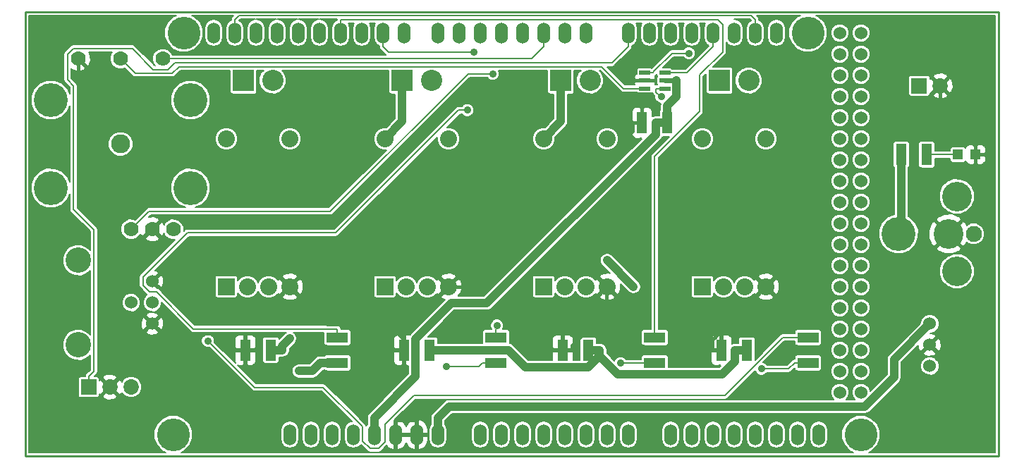
<source format=gtl>
G04 (created by PCBNEW (2013-jul-07)-stable) date Tue 08 Jul 2014 03:30:23 PM EDT*
%MOIN*%
G04 Gerber Fmt 3.4, Leading zero omitted, Abs format*
%FSLAX34Y34*%
G01*
G70*
G90*
G04 APERTURE LIST*
%ADD10C,0.00590551*%
%ADD11C,0.009*%
%ADD12C,0.155*%
%ADD13O,0.06X0.1*%
%ADD14C,0.06*%
%ADD15R,0.05X0.1*%
%ADD16R,0.1X0.05*%
%ADD17R,0.047X0.047*%
%ADD18C,0.076*%
%ADD19C,0.14*%
%ADD20C,0.16*%
%ADD21R,0.1X0.1*%
%ADD22C,0.1*%
%ADD23R,0.08X0.08*%
%ADD24C,0.08*%
%ADD25R,0.0524X0.022*%
%ADD26C,0.073*%
%ADD27R,0.073X0.073*%
%ADD28C,0.12*%
%ADD29C,0.09*%
%ADD30C,0.07*%
%ADD31C,0.035*%
%ADD32C,0.0219921*%
%ADD33C,0.04*%
%ADD34C,0.008*%
%ADD35C,0.016*%
G04 APERTURE END LIST*
G54D10*
G54D11*
X89500Y-51500D02*
X43500Y-51500D01*
X43500Y-30500D02*
X89500Y-30500D01*
X43500Y-30500D02*
X43500Y-51500D01*
X89500Y-51500D02*
X89500Y-30500D01*
G54D12*
X50500Y-50500D03*
X51000Y-31500D03*
X83000Y-50500D03*
X80500Y-31500D03*
G54D13*
X56000Y-50500D03*
X57000Y-50500D03*
X58000Y-50500D03*
X59000Y-50500D03*
X60000Y-50500D03*
X61000Y-50500D03*
X62000Y-50500D03*
X63000Y-50500D03*
X65000Y-50500D03*
X66000Y-50500D03*
X67000Y-50500D03*
X68000Y-50500D03*
X69000Y-50500D03*
X70000Y-50500D03*
X71000Y-50500D03*
X72000Y-50500D03*
X74000Y-50500D03*
X75000Y-50500D03*
X76000Y-50500D03*
X77000Y-50500D03*
X78000Y-50500D03*
X79000Y-50500D03*
X80000Y-50500D03*
X81000Y-50500D03*
X52400Y-31500D03*
X53400Y-31500D03*
X54400Y-31500D03*
X55400Y-31500D03*
X56400Y-31500D03*
X57400Y-31500D03*
X58400Y-31500D03*
X59400Y-31500D03*
X60400Y-31500D03*
X61400Y-31500D03*
X63000Y-31500D03*
X70000Y-31500D03*
X69000Y-31500D03*
X68000Y-31500D03*
X67000Y-31500D03*
X66000Y-31500D03*
X65000Y-31500D03*
X64000Y-31500D03*
X72000Y-31500D03*
X73000Y-31500D03*
X74000Y-31500D03*
X75000Y-31500D03*
X76000Y-31500D03*
X77000Y-31500D03*
X78000Y-31500D03*
X79000Y-31500D03*
G54D14*
X82000Y-31500D03*
X83000Y-31500D03*
X82000Y-32500D03*
X83000Y-32500D03*
X82000Y-33500D03*
X83000Y-33500D03*
X82000Y-34500D03*
X83000Y-34500D03*
X82000Y-35500D03*
X83000Y-35500D03*
X82000Y-36500D03*
X83000Y-36500D03*
X82000Y-37500D03*
X83000Y-37500D03*
X82000Y-38500D03*
X83000Y-38500D03*
X82000Y-39500D03*
X83000Y-39500D03*
X82000Y-40500D03*
X83000Y-40500D03*
X82000Y-41500D03*
X83000Y-41500D03*
X82000Y-42500D03*
X83000Y-42500D03*
X82000Y-43500D03*
X83000Y-43500D03*
X82000Y-44500D03*
X83000Y-44500D03*
X82000Y-45500D03*
X83000Y-45500D03*
X82000Y-46500D03*
X83000Y-46500D03*
X82000Y-47500D03*
X83000Y-47500D03*
X82000Y-48500D03*
X83000Y-48500D03*
G54D15*
X55100Y-46500D03*
X53900Y-46500D03*
G54D16*
X58250Y-47100D03*
X58250Y-45900D03*
G54D15*
X77600Y-46500D03*
X76400Y-46500D03*
X62600Y-46500D03*
X61400Y-46500D03*
X70100Y-46500D03*
X68900Y-46500D03*
G54D17*
X87585Y-37250D03*
X88415Y-37250D03*
G54D16*
X65750Y-47100D03*
X65750Y-45900D03*
X73250Y-47100D03*
X73250Y-45900D03*
X80500Y-47100D03*
X80500Y-45900D03*
G54D15*
X84900Y-37250D03*
X86100Y-37250D03*
G54D18*
X88320Y-41000D03*
G54D19*
X87140Y-41000D03*
G54D20*
X84780Y-41000D03*
G54D19*
X87530Y-39230D03*
X87530Y-42770D03*
G54D21*
X76311Y-33750D03*
G54D22*
X77689Y-33750D03*
G54D21*
X68811Y-33750D03*
G54D22*
X70189Y-33750D03*
G54D21*
X61311Y-33750D03*
G54D22*
X62689Y-33750D03*
G54D21*
X53811Y-33750D03*
G54D22*
X55189Y-33750D03*
G54D23*
X75500Y-43500D03*
G54D24*
X76500Y-43500D03*
X77500Y-43500D03*
X78500Y-43500D03*
X78500Y-36500D03*
X75500Y-36500D03*
G54D23*
X68000Y-43500D03*
G54D24*
X69000Y-43500D03*
X70000Y-43500D03*
X71000Y-43500D03*
X71000Y-36500D03*
X68000Y-36500D03*
G54D23*
X60500Y-43500D03*
G54D24*
X61500Y-43500D03*
X62500Y-43500D03*
X63500Y-43500D03*
X63500Y-36500D03*
X60500Y-36500D03*
G54D23*
X53000Y-43500D03*
G54D24*
X54000Y-43500D03*
X55000Y-43500D03*
X56000Y-43500D03*
X56000Y-36500D03*
X53000Y-36500D03*
G54D15*
X73850Y-35750D03*
X72650Y-35750D03*
G54D25*
X72778Y-33376D03*
X72778Y-33750D03*
X72778Y-34124D03*
X73722Y-34124D03*
X73722Y-33750D03*
X73722Y-33376D03*
G54D26*
X47500Y-48250D03*
X48500Y-48250D03*
G54D27*
X46500Y-48250D03*
G54D26*
X86750Y-34000D03*
G54D27*
X85750Y-34000D03*
G54D14*
X86250Y-46250D03*
X86250Y-45250D03*
X86250Y-47250D03*
G54D28*
X46000Y-46250D03*
X46000Y-42250D03*
G54D14*
X48500Y-44250D03*
X49500Y-44250D03*
X49500Y-43250D03*
X49500Y-45250D03*
G54D29*
X48000Y-36750D03*
G54D30*
X50500Y-40780D03*
X49500Y-40780D03*
X48500Y-40780D03*
X50000Y-32720D03*
X48000Y-32720D03*
X46000Y-32720D03*
G54D20*
X51300Y-34670D03*
X51300Y-38830D03*
X44700Y-34670D03*
X44700Y-38830D03*
G54D31*
X73566Y-34516D03*
X64397Y-35148D03*
X65793Y-45337D03*
X52132Y-46067D03*
X65593Y-33426D03*
X64702Y-32401D03*
X74865Y-32457D03*
X72214Y-33750D03*
X56431Y-47485D03*
X71638Y-47109D03*
X78296Y-47386D03*
X63395Y-47275D03*
X71000Y-42250D03*
X72250Y-43500D03*
X56002Y-45952D03*
X71831Y-47650D03*
G54D32*
X74284Y-33750D02*
X73722Y-33750D01*
G54D33*
X74284Y-34515D02*
X73850Y-34949D01*
X74284Y-33750D02*
X74284Y-34515D01*
X73850Y-35750D02*
X73850Y-34949D01*
X73299Y-36300D02*
X73299Y-35750D01*
X65318Y-44281D02*
X73299Y-36300D01*
X63643Y-44281D02*
X65318Y-44281D01*
X61950Y-45974D02*
X63643Y-44281D01*
X61950Y-47749D02*
X61950Y-45974D01*
X60000Y-49699D02*
X61950Y-47749D01*
X60000Y-50500D02*
X60000Y-49699D01*
X73850Y-35750D02*
X73299Y-35750D01*
G54D34*
X77811Y-30671D02*
X78000Y-30859D01*
X53588Y-30671D02*
X77811Y-30671D01*
X53400Y-30859D02*
X53588Y-30671D01*
X53400Y-31500D02*
X53400Y-30859D01*
X78000Y-31500D02*
X78000Y-30859D01*
X73535Y-34516D02*
X73566Y-34516D01*
X73319Y-34300D02*
X73535Y-34516D01*
X73319Y-34124D02*
X73319Y-34300D01*
X73722Y-34124D02*
X73319Y-34124D01*
X73722Y-33375D02*
X74124Y-33375D01*
X76000Y-31500D02*
X76000Y-32140D01*
X74764Y-33375D02*
X76000Y-32140D01*
X74124Y-33375D02*
X74764Y-33375D01*
X58250Y-45900D02*
X58250Y-45509D01*
X63980Y-35148D02*
X64397Y-35148D01*
X58181Y-40948D02*
X63980Y-35148D01*
X51157Y-40948D02*
X58181Y-40948D01*
X49056Y-43049D02*
X51157Y-40948D01*
X49056Y-43428D02*
X49056Y-43049D01*
X49377Y-43750D02*
X49056Y-43428D01*
X49700Y-43750D02*
X49377Y-43750D01*
X51442Y-45492D02*
X49700Y-43750D01*
X58232Y-45492D02*
X51442Y-45492D01*
X58250Y-45509D02*
X58232Y-45492D01*
X65793Y-45466D02*
X65793Y-45337D01*
X65750Y-45509D02*
X65793Y-45466D01*
X65750Y-45900D02*
X65750Y-45509D01*
X76222Y-30859D02*
X58400Y-30859D01*
X76454Y-31092D02*
X76222Y-30859D01*
X76454Y-32403D02*
X76454Y-31092D01*
X75372Y-33485D02*
X76454Y-32403D01*
X75372Y-35211D02*
X75372Y-33485D01*
X73250Y-37334D02*
X75372Y-35211D01*
X73250Y-45900D02*
X73250Y-37334D01*
X58400Y-31500D02*
X58400Y-30859D01*
X54322Y-48257D02*
X52132Y-46067D01*
X57584Y-48257D02*
X54322Y-48257D01*
X59446Y-50119D02*
X57584Y-48257D01*
X59446Y-50791D02*
X59446Y-50119D01*
X59805Y-51150D02*
X59446Y-50791D01*
X60193Y-51150D02*
X59805Y-51150D01*
X60500Y-50843D02*
X60193Y-51150D01*
X60500Y-50002D02*
X60500Y-50843D01*
X61857Y-48644D02*
X60500Y-50002D01*
X76559Y-48644D02*
X61857Y-48644D01*
X79303Y-45900D02*
X76559Y-48644D01*
X80500Y-45900D02*
X79303Y-45900D01*
X68000Y-31500D02*
X68000Y-32140D01*
X67420Y-32720D02*
X50000Y-32720D01*
X68000Y-32140D02*
X67420Y-32720D01*
X64425Y-33426D02*
X65593Y-33426D01*
X57919Y-39931D02*
X64425Y-33426D01*
X49348Y-39931D02*
X57919Y-39931D01*
X48500Y-40780D02*
X49348Y-39931D01*
X71757Y-34124D02*
X72777Y-34124D01*
X70732Y-33099D02*
X71757Y-34124D01*
X50755Y-33099D02*
X70732Y-33099D01*
X50448Y-33406D02*
X50755Y-33099D01*
X48686Y-33406D02*
X50448Y-33406D01*
X48000Y-32720D02*
X48686Y-33406D01*
G54D33*
X61310Y-35689D02*
X61310Y-33750D01*
X60500Y-36500D02*
X61310Y-35689D01*
X68810Y-35689D02*
X68810Y-33750D01*
X68000Y-36500D02*
X68810Y-35689D01*
G54D34*
X60400Y-31500D02*
X60400Y-32140D01*
X60661Y-32401D02*
X60400Y-32140D01*
X64702Y-32401D02*
X60661Y-32401D01*
X72777Y-33375D02*
X73180Y-33375D01*
X74067Y-32457D02*
X74865Y-32457D01*
X73180Y-33344D02*
X74067Y-32457D01*
X73180Y-33375D02*
X73180Y-33344D01*
X71221Y-32918D02*
X72000Y-32140D01*
X50553Y-32918D02*
X71221Y-32918D01*
X50246Y-33226D02*
X50553Y-32918D01*
X49552Y-33226D02*
X50246Y-33226D01*
X48554Y-32227D02*
X49552Y-33226D01*
X45778Y-32227D02*
X48554Y-32227D01*
X45490Y-32515D02*
X45778Y-32227D01*
X45490Y-33710D02*
X45490Y-32515D01*
X45779Y-33999D02*
X45490Y-33710D01*
X45779Y-39842D02*
X45779Y-33999D01*
X46743Y-40806D02*
X45779Y-39842D01*
X46743Y-47501D02*
X46743Y-40806D01*
X46500Y-47744D02*
X46743Y-47501D01*
X46500Y-48250D02*
X46500Y-47744D01*
X72000Y-31500D02*
X72000Y-32140D01*
G54D33*
X63000Y-50500D02*
X63000Y-49699D01*
X84565Y-46934D02*
X86250Y-45250D01*
X84565Y-47785D02*
X84565Y-46934D01*
X83185Y-49165D02*
X84565Y-47785D01*
X63534Y-49165D02*
X83185Y-49165D01*
X63000Y-49699D02*
X63534Y-49165D01*
G54D35*
X86750Y-35169D02*
X88415Y-36834D01*
X86750Y-34000D02*
X86750Y-35169D01*
X53900Y-46500D02*
X53469Y-46500D01*
X88415Y-37250D02*
X88415Y-36834D01*
X76400Y-46500D02*
X75969Y-46500D01*
X62000Y-49819D02*
X61000Y-49819D01*
X62000Y-50500D02*
X62000Y-49819D01*
X61000Y-50500D02*
X61000Y-49819D01*
X46000Y-39064D02*
X46000Y-32750D01*
X48254Y-41318D02*
X46000Y-39064D01*
X48961Y-41318D02*
X48254Y-41318D01*
X49500Y-40780D02*
X48961Y-41318D01*
X85140Y-43000D02*
X87140Y-41000D01*
X79000Y-43000D02*
X85140Y-43000D01*
X78500Y-43500D02*
X79000Y-43000D01*
X72777Y-33750D02*
X72214Y-33750D01*
X72650Y-35750D02*
X72219Y-35750D01*
X50024Y-45712D02*
X49993Y-45743D01*
X52682Y-45712D02*
X50024Y-45712D01*
X53469Y-46500D02*
X52682Y-45712D01*
X49500Y-45250D02*
X49993Y-45743D01*
X49993Y-45756D02*
X47500Y-48250D01*
X49993Y-45743D02*
X49993Y-45756D01*
X49843Y-42906D02*
X49500Y-43250D01*
X55406Y-42906D02*
X49843Y-42906D01*
X56000Y-43500D02*
X55406Y-42906D01*
X61400Y-46500D02*
X61400Y-45995D01*
X72219Y-36126D02*
X72219Y-35750D01*
X64846Y-43500D02*
X72219Y-36126D01*
X63500Y-43500D02*
X64846Y-43500D01*
X57772Y-45272D02*
X56000Y-43500D01*
X60676Y-45272D02*
X57772Y-45272D01*
X61202Y-45797D02*
X60676Y-45272D01*
X61400Y-45995D02*
X61202Y-45797D01*
X61202Y-45797D02*
X63500Y-43500D01*
X75969Y-46500D02*
X75969Y-46330D01*
X78456Y-43500D02*
X78500Y-43500D01*
X76089Y-45866D02*
X78456Y-43500D01*
X76089Y-45903D02*
X76089Y-45866D01*
X76043Y-45949D02*
X76089Y-45903D01*
X76017Y-45949D02*
X76043Y-45949D01*
X75969Y-45997D02*
X76017Y-45949D01*
X75969Y-46330D02*
X75969Y-45997D01*
X68900Y-46500D02*
X69330Y-46500D01*
X69330Y-46264D02*
X69330Y-46500D01*
X70969Y-44625D02*
X69330Y-46264D01*
X70969Y-44625D02*
X70969Y-44625D01*
X70969Y-43530D02*
X70969Y-44625D01*
X71000Y-43500D02*
X70969Y-43530D01*
X72673Y-46330D02*
X75969Y-46330D01*
X70969Y-44625D02*
X72673Y-46330D01*
G54D34*
X87585Y-37250D02*
X86100Y-37250D01*
G54D33*
X57064Y-47485D02*
X57449Y-47100D01*
X56431Y-47485D02*
X57064Y-47485D01*
X58250Y-47100D02*
X57449Y-47100D01*
G54D34*
X72600Y-47109D02*
X72609Y-47100D01*
X71638Y-47109D02*
X72600Y-47109D01*
X73250Y-47100D02*
X72609Y-47100D01*
X79573Y-47386D02*
X79859Y-47100D01*
X78296Y-47386D02*
X79573Y-47386D01*
X80500Y-47100D02*
X79859Y-47100D01*
X64934Y-47275D02*
X65109Y-47100D01*
X63395Y-47275D02*
X64934Y-47275D01*
X65750Y-47100D02*
X65109Y-47100D01*
G54D33*
X72250Y-43500D02*
X71000Y-42250D01*
X84900Y-40880D02*
X84900Y-37250D01*
X84780Y-41000D02*
X84900Y-40880D01*
X70100Y-46500D02*
X70650Y-46500D01*
X55650Y-46304D02*
X56002Y-45952D01*
X55650Y-46500D02*
X55650Y-46304D01*
X55100Y-46500D02*
X55650Y-46500D01*
X77600Y-46500D02*
X77049Y-46500D01*
X70650Y-46757D02*
X70631Y-46775D01*
X70650Y-46500D02*
X70650Y-46757D01*
X66337Y-46500D02*
X62600Y-46500D01*
X67137Y-47300D02*
X66337Y-46500D01*
X70107Y-47300D02*
X67137Y-47300D01*
X70631Y-46775D02*
X70107Y-47300D01*
X71506Y-47650D02*
X71831Y-47650D01*
X70631Y-46775D02*
X71506Y-47650D01*
X77049Y-47050D02*
X77049Y-46500D01*
X76449Y-47650D02*
X77049Y-47050D01*
X71831Y-47650D02*
X76449Y-47650D01*
G54D10*
G36*
X75792Y-32092D02*
X74689Y-33195D01*
X74124Y-33195D01*
X74083Y-33195D01*
X74052Y-33164D01*
X74007Y-33146D01*
X73960Y-33145D01*
X73633Y-33145D01*
X74142Y-32637D01*
X74600Y-32637D01*
X74686Y-32724D01*
X74802Y-32772D01*
X74927Y-32772D01*
X75043Y-32724D01*
X75132Y-32635D01*
X75180Y-32520D01*
X75180Y-32394D01*
X75132Y-32278D01*
X75044Y-32190D01*
X74928Y-32142D01*
X74803Y-32142D01*
X74687Y-32189D01*
X74599Y-32277D01*
X74067Y-32277D01*
X73998Y-32290D01*
X73940Y-32329D01*
X73106Y-33163D01*
X73063Y-33146D01*
X73016Y-33145D01*
X72492Y-33145D01*
X72448Y-33164D01*
X72414Y-33197D01*
X72396Y-33242D01*
X72395Y-33289D01*
X72395Y-33429D01*
X72380Y-33436D01*
X72312Y-33503D01*
X72276Y-33592D01*
X72276Y-33635D01*
X72336Y-33695D01*
X72718Y-33695D01*
X72718Y-33682D01*
X72838Y-33682D01*
X72838Y-33695D01*
X73220Y-33695D01*
X73279Y-33635D01*
X73279Y-33592D01*
X73257Y-33536D01*
X73307Y-33503D01*
X73339Y-33454D01*
X73339Y-33509D01*
X73358Y-33553D01*
X73367Y-33562D01*
X73358Y-33571D01*
X73340Y-33616D01*
X73339Y-33663D01*
X73339Y-33883D01*
X73358Y-33927D01*
X73367Y-33936D01*
X73360Y-33944D01*
X73319Y-33944D01*
X73260Y-33955D01*
X73279Y-33907D01*
X73279Y-33864D01*
X73220Y-33805D01*
X72838Y-33805D01*
X72838Y-33817D01*
X72718Y-33817D01*
X72718Y-33805D01*
X72336Y-33805D01*
X72276Y-33864D01*
X72276Y-33907D01*
X72291Y-33944D01*
X71831Y-33944D01*
X70986Y-33098D01*
X71221Y-33098D01*
X71290Y-33085D01*
X71348Y-33046D01*
X72127Y-32267D01*
X72127Y-32267D01*
X72166Y-32209D01*
X72179Y-32140D01*
X72180Y-32140D01*
X72180Y-32111D01*
X72311Y-32023D01*
X72406Y-31880D01*
X72440Y-31712D01*
X72440Y-31287D01*
X72406Y-31119D01*
X72353Y-31039D01*
X72646Y-31039D01*
X72593Y-31119D01*
X72560Y-31287D01*
X72560Y-31712D01*
X72593Y-31880D01*
X72688Y-32023D01*
X72831Y-32119D01*
X73000Y-32152D01*
X73168Y-32119D01*
X73311Y-32023D01*
X73406Y-31880D01*
X73440Y-31712D01*
X73440Y-31287D01*
X73406Y-31119D01*
X73353Y-31039D01*
X73646Y-31039D01*
X73593Y-31119D01*
X73560Y-31287D01*
X73560Y-31712D01*
X73593Y-31880D01*
X73688Y-32023D01*
X73831Y-32119D01*
X74000Y-32152D01*
X74168Y-32119D01*
X74311Y-32023D01*
X74406Y-31880D01*
X74440Y-31712D01*
X74440Y-31287D01*
X74406Y-31119D01*
X74353Y-31039D01*
X74646Y-31039D01*
X74593Y-31119D01*
X74560Y-31287D01*
X74560Y-31712D01*
X74593Y-31880D01*
X74688Y-32023D01*
X74831Y-32119D01*
X75000Y-32152D01*
X75168Y-32119D01*
X75311Y-32023D01*
X75406Y-31880D01*
X75440Y-31712D01*
X75440Y-31287D01*
X75406Y-31119D01*
X75353Y-31039D01*
X75646Y-31039D01*
X75593Y-31119D01*
X75560Y-31287D01*
X75560Y-31712D01*
X75593Y-31880D01*
X75688Y-32023D01*
X75792Y-32092D01*
X75792Y-32092D01*
G37*
G54D34*
X75792Y-32092D02*
X74689Y-33195D01*
X74124Y-33195D01*
X74083Y-33195D01*
X74052Y-33164D01*
X74007Y-33146D01*
X73960Y-33145D01*
X73633Y-33145D01*
X74142Y-32637D01*
X74600Y-32637D01*
X74686Y-32724D01*
X74802Y-32772D01*
X74927Y-32772D01*
X75043Y-32724D01*
X75132Y-32635D01*
X75180Y-32520D01*
X75180Y-32394D01*
X75132Y-32278D01*
X75044Y-32190D01*
X74928Y-32142D01*
X74803Y-32142D01*
X74687Y-32189D01*
X74599Y-32277D01*
X74067Y-32277D01*
X73998Y-32290D01*
X73940Y-32329D01*
X73106Y-33163D01*
X73063Y-33146D01*
X73016Y-33145D01*
X72492Y-33145D01*
X72448Y-33164D01*
X72414Y-33197D01*
X72396Y-33242D01*
X72395Y-33289D01*
X72395Y-33429D01*
X72380Y-33436D01*
X72312Y-33503D01*
X72276Y-33592D01*
X72276Y-33635D01*
X72336Y-33695D01*
X72718Y-33695D01*
X72718Y-33682D01*
X72838Y-33682D01*
X72838Y-33695D01*
X73220Y-33695D01*
X73279Y-33635D01*
X73279Y-33592D01*
X73257Y-33536D01*
X73307Y-33503D01*
X73339Y-33454D01*
X73339Y-33509D01*
X73358Y-33553D01*
X73367Y-33562D01*
X73358Y-33571D01*
X73340Y-33616D01*
X73339Y-33663D01*
X73339Y-33883D01*
X73358Y-33927D01*
X73367Y-33936D01*
X73360Y-33944D01*
X73319Y-33944D01*
X73260Y-33955D01*
X73279Y-33907D01*
X73279Y-33864D01*
X73220Y-33805D01*
X72838Y-33805D01*
X72838Y-33817D01*
X72718Y-33817D01*
X72718Y-33805D01*
X72336Y-33805D01*
X72276Y-33864D01*
X72276Y-33907D01*
X72291Y-33944D01*
X71831Y-33944D01*
X70986Y-33098D01*
X71221Y-33098D01*
X71290Y-33085D01*
X71348Y-33046D01*
X72127Y-32267D01*
X72127Y-32267D01*
X72166Y-32209D01*
X72179Y-32140D01*
X72180Y-32140D01*
X72180Y-32111D01*
X72311Y-32023D01*
X72406Y-31880D01*
X72440Y-31712D01*
X72440Y-31287D01*
X72406Y-31119D01*
X72353Y-31039D01*
X72646Y-31039D01*
X72593Y-31119D01*
X72560Y-31287D01*
X72560Y-31712D01*
X72593Y-31880D01*
X72688Y-32023D01*
X72831Y-32119D01*
X73000Y-32152D01*
X73168Y-32119D01*
X73311Y-32023D01*
X73406Y-31880D01*
X73440Y-31712D01*
X73440Y-31287D01*
X73406Y-31119D01*
X73353Y-31039D01*
X73646Y-31039D01*
X73593Y-31119D01*
X73560Y-31287D01*
X73560Y-31712D01*
X73593Y-31880D01*
X73688Y-32023D01*
X73831Y-32119D01*
X74000Y-32152D01*
X74168Y-32119D01*
X74311Y-32023D01*
X74406Y-31880D01*
X74440Y-31712D01*
X74440Y-31287D01*
X74406Y-31119D01*
X74353Y-31039D01*
X74646Y-31039D01*
X74593Y-31119D01*
X74560Y-31287D01*
X74560Y-31712D01*
X74593Y-31880D01*
X74688Y-32023D01*
X74831Y-32119D01*
X75000Y-32152D01*
X75168Y-32119D01*
X75311Y-32023D01*
X75406Y-31880D01*
X75440Y-31712D01*
X75440Y-31287D01*
X75406Y-31119D01*
X75353Y-31039D01*
X75646Y-31039D01*
X75593Y-31119D01*
X75560Y-31287D01*
X75560Y-31712D01*
X75593Y-31880D01*
X75688Y-32023D01*
X75792Y-32092D01*
G54D10*
G36*
X89335Y-51335D02*
X88890Y-51335D01*
X88890Y-37437D01*
X88890Y-37062D01*
X88889Y-36967D01*
X88853Y-36878D01*
X88785Y-36811D01*
X88697Y-36774D01*
X88535Y-36775D01*
X88475Y-36835D01*
X88475Y-37190D01*
X88830Y-37190D01*
X88890Y-37130D01*
X88890Y-37062D01*
X88890Y-37437D01*
X88890Y-37370D01*
X88830Y-37310D01*
X88475Y-37310D01*
X88475Y-37665D01*
X88535Y-37725D01*
X88697Y-37725D01*
X88785Y-37688D01*
X88853Y-37621D01*
X88889Y-37532D01*
X88890Y-37437D01*
X88890Y-51335D01*
X88840Y-51335D01*
X88840Y-40897D01*
X88761Y-40705D01*
X88614Y-40559D01*
X88423Y-40480D01*
X88370Y-40480D01*
X88370Y-39063D01*
X88355Y-39026D01*
X88355Y-37665D01*
X88355Y-37310D01*
X88347Y-37310D01*
X88347Y-37190D01*
X88355Y-37190D01*
X88355Y-36835D01*
X88295Y-36775D01*
X88132Y-36774D01*
X88044Y-36811D01*
X87976Y-36878D01*
X87945Y-36953D01*
X87938Y-36935D01*
X87899Y-36896D01*
X87847Y-36875D01*
X87792Y-36874D01*
X87360Y-36874D01*
X87360Y-34084D01*
X87346Y-33844D01*
X87281Y-33687D01*
X87183Y-33650D01*
X87099Y-33735D01*
X87099Y-33566D01*
X87062Y-33468D01*
X86834Y-33389D01*
X86594Y-33403D01*
X86437Y-33468D01*
X86400Y-33566D01*
X86750Y-33915D01*
X87099Y-33566D01*
X87099Y-33735D01*
X86834Y-34000D01*
X87183Y-34349D01*
X87281Y-34312D01*
X87360Y-34084D01*
X87360Y-36874D01*
X87322Y-36874D01*
X87270Y-36896D01*
X87231Y-36935D01*
X87210Y-36987D01*
X87209Y-37042D01*
X87209Y-37070D01*
X87099Y-37070D01*
X87099Y-34433D01*
X86750Y-34084D01*
X86665Y-34169D01*
X86665Y-34000D01*
X86316Y-33650D01*
X86255Y-33673D01*
X86255Y-33607D01*
X86233Y-33555D01*
X86194Y-33516D01*
X86142Y-33495D01*
X86087Y-33494D01*
X85357Y-33494D01*
X85305Y-33516D01*
X85266Y-33555D01*
X85245Y-33607D01*
X85244Y-33662D01*
X85244Y-34392D01*
X85266Y-34444D01*
X85305Y-34483D01*
X85357Y-34504D01*
X85412Y-34505D01*
X86142Y-34505D01*
X86194Y-34483D01*
X86233Y-34444D01*
X86254Y-34392D01*
X86255Y-34337D01*
X86255Y-34326D01*
X86316Y-34349D01*
X86665Y-34000D01*
X86665Y-34169D01*
X86400Y-34433D01*
X86437Y-34531D01*
X86665Y-34610D01*
X86905Y-34596D01*
X87062Y-34531D01*
X87099Y-34433D01*
X87099Y-37070D01*
X86490Y-37070D01*
X86490Y-36722D01*
X86468Y-36670D01*
X86429Y-36631D01*
X86377Y-36610D01*
X86322Y-36609D01*
X85822Y-36609D01*
X85770Y-36631D01*
X85731Y-36670D01*
X85710Y-36722D01*
X85709Y-36777D01*
X85709Y-37777D01*
X85731Y-37829D01*
X85770Y-37868D01*
X85822Y-37889D01*
X85877Y-37890D01*
X86377Y-37890D01*
X86429Y-37868D01*
X86468Y-37829D01*
X86489Y-37777D01*
X86490Y-37722D01*
X86490Y-37430D01*
X87209Y-37430D01*
X87209Y-37512D01*
X87231Y-37564D01*
X87270Y-37603D01*
X87322Y-37624D01*
X87377Y-37625D01*
X87847Y-37625D01*
X87899Y-37603D01*
X87938Y-37564D01*
X87945Y-37546D01*
X87976Y-37621D01*
X88044Y-37688D01*
X88132Y-37725D01*
X88295Y-37725D01*
X88355Y-37665D01*
X88355Y-39026D01*
X88242Y-38754D01*
X88006Y-38518D01*
X87697Y-38390D01*
X87363Y-38389D01*
X87054Y-38517D01*
X86818Y-38753D01*
X86690Y-39062D01*
X86689Y-39396D01*
X86817Y-39705D01*
X87053Y-39941D01*
X87362Y-40069D01*
X87696Y-40070D01*
X88005Y-39942D01*
X88241Y-39706D01*
X88369Y-39397D01*
X88370Y-39063D01*
X88370Y-40480D01*
X88217Y-40479D01*
X88025Y-40558D01*
X87992Y-40591D01*
X87949Y-40486D01*
X87816Y-40408D01*
X87731Y-40493D01*
X87731Y-40323D01*
X87653Y-40190D01*
X87304Y-40055D01*
X86931Y-40064D01*
X86626Y-40190D01*
X86548Y-40323D01*
X87140Y-40915D01*
X87731Y-40323D01*
X87731Y-40493D01*
X87224Y-41000D01*
X87816Y-41591D01*
X87949Y-41513D01*
X87990Y-41406D01*
X88025Y-41440D01*
X88216Y-41519D01*
X88422Y-41520D01*
X88614Y-41441D01*
X88760Y-41294D01*
X88839Y-41103D01*
X88840Y-40897D01*
X88840Y-51335D01*
X88370Y-51335D01*
X88370Y-42603D01*
X88242Y-42294D01*
X88006Y-42058D01*
X87731Y-41944D01*
X87731Y-41676D01*
X87140Y-41084D01*
X87055Y-41169D01*
X87055Y-41000D01*
X86463Y-40408D01*
X86330Y-40486D01*
X86195Y-40835D01*
X86204Y-41208D01*
X86330Y-41513D01*
X86463Y-41591D01*
X87055Y-41000D01*
X87055Y-41169D01*
X86548Y-41676D01*
X86626Y-41809D01*
X86975Y-41944D01*
X87348Y-41935D01*
X87653Y-41809D01*
X87731Y-41676D01*
X87731Y-41944D01*
X87697Y-41930D01*
X87363Y-41929D01*
X87054Y-42057D01*
X86818Y-42293D01*
X86690Y-42602D01*
X86689Y-42936D01*
X86817Y-43245D01*
X87053Y-43481D01*
X87362Y-43609D01*
X87696Y-43610D01*
X88005Y-43482D01*
X88241Y-43246D01*
X88369Y-42937D01*
X88370Y-42603D01*
X88370Y-51335D01*
X86796Y-51335D01*
X86796Y-46319D01*
X86781Y-46105D01*
X86728Y-45976D01*
X86690Y-45964D01*
X86690Y-45162D01*
X86623Y-45001D01*
X86499Y-44877D01*
X86337Y-44810D01*
X86162Y-44809D01*
X86001Y-44876D01*
X85877Y-45000D01*
X85810Y-45162D01*
X85810Y-45209D01*
X85720Y-45299D01*
X85720Y-40813D01*
X85577Y-40468D01*
X85313Y-40203D01*
X85240Y-40173D01*
X85240Y-37857D01*
X85268Y-37829D01*
X85289Y-37777D01*
X85290Y-37722D01*
X85290Y-36722D01*
X85268Y-36670D01*
X85229Y-36631D01*
X85177Y-36610D01*
X85122Y-36609D01*
X84622Y-36609D01*
X84570Y-36631D01*
X84531Y-36670D01*
X84510Y-36722D01*
X84509Y-36777D01*
X84509Y-37777D01*
X84531Y-37829D01*
X84560Y-37858D01*
X84560Y-40073D01*
X84248Y-40202D01*
X83983Y-40466D01*
X83840Y-40812D01*
X83839Y-41186D01*
X83982Y-41531D01*
X84246Y-41796D01*
X84592Y-41939D01*
X84966Y-41940D01*
X85311Y-41797D01*
X85576Y-41533D01*
X85719Y-41187D01*
X85720Y-40813D01*
X85720Y-45299D01*
X84324Y-46694D01*
X84251Y-46804D01*
X84225Y-46934D01*
X84225Y-47644D01*
X83440Y-48429D01*
X83440Y-48412D01*
X83440Y-47412D01*
X83440Y-46412D01*
X83440Y-45412D01*
X83440Y-44412D01*
X83440Y-43412D01*
X83440Y-42412D01*
X83440Y-41412D01*
X83440Y-40412D01*
X83440Y-39412D01*
X83440Y-38412D01*
X83440Y-37412D01*
X83440Y-36412D01*
X83440Y-35412D01*
X83440Y-34412D01*
X83440Y-33412D01*
X83440Y-32412D01*
X83440Y-31412D01*
X83373Y-31251D01*
X83249Y-31127D01*
X83087Y-31060D01*
X82912Y-31059D01*
X82751Y-31126D01*
X82627Y-31250D01*
X82560Y-31412D01*
X82559Y-31587D01*
X82626Y-31748D01*
X82750Y-31872D01*
X82912Y-31939D01*
X83087Y-31940D01*
X83248Y-31873D01*
X83372Y-31749D01*
X83439Y-31587D01*
X83440Y-31412D01*
X83440Y-32412D01*
X83373Y-32251D01*
X83249Y-32127D01*
X83087Y-32060D01*
X82912Y-32059D01*
X82751Y-32126D01*
X82627Y-32250D01*
X82560Y-32412D01*
X82559Y-32587D01*
X82626Y-32748D01*
X82750Y-32872D01*
X82912Y-32939D01*
X83087Y-32940D01*
X83248Y-32873D01*
X83372Y-32749D01*
X83439Y-32587D01*
X83440Y-32412D01*
X83440Y-33412D01*
X83373Y-33251D01*
X83249Y-33127D01*
X83087Y-33060D01*
X82912Y-33059D01*
X82751Y-33126D01*
X82627Y-33250D01*
X82560Y-33412D01*
X82559Y-33587D01*
X82626Y-33748D01*
X82750Y-33872D01*
X82912Y-33939D01*
X83087Y-33940D01*
X83248Y-33873D01*
X83372Y-33749D01*
X83439Y-33587D01*
X83440Y-33412D01*
X83440Y-34412D01*
X83373Y-34251D01*
X83249Y-34127D01*
X83087Y-34060D01*
X82912Y-34059D01*
X82751Y-34126D01*
X82627Y-34250D01*
X82560Y-34412D01*
X82559Y-34587D01*
X82626Y-34748D01*
X82750Y-34872D01*
X82912Y-34939D01*
X83087Y-34940D01*
X83248Y-34873D01*
X83372Y-34749D01*
X83439Y-34587D01*
X83440Y-34412D01*
X83440Y-35412D01*
X83373Y-35251D01*
X83249Y-35127D01*
X83087Y-35060D01*
X82912Y-35059D01*
X82751Y-35126D01*
X82627Y-35250D01*
X82560Y-35412D01*
X82559Y-35587D01*
X82626Y-35748D01*
X82750Y-35872D01*
X82912Y-35939D01*
X83087Y-35940D01*
X83248Y-35873D01*
X83372Y-35749D01*
X83439Y-35587D01*
X83440Y-35412D01*
X83440Y-36412D01*
X83373Y-36251D01*
X83249Y-36127D01*
X83087Y-36060D01*
X82912Y-36059D01*
X82751Y-36126D01*
X82627Y-36250D01*
X82560Y-36412D01*
X82559Y-36587D01*
X82626Y-36748D01*
X82750Y-36872D01*
X82912Y-36939D01*
X83087Y-36940D01*
X83248Y-36873D01*
X83372Y-36749D01*
X83439Y-36587D01*
X83440Y-36412D01*
X83440Y-37412D01*
X83373Y-37251D01*
X83249Y-37127D01*
X83087Y-37060D01*
X82912Y-37059D01*
X82751Y-37126D01*
X82627Y-37250D01*
X82560Y-37412D01*
X82559Y-37587D01*
X82626Y-37748D01*
X82750Y-37872D01*
X82912Y-37939D01*
X83087Y-37940D01*
X83248Y-37873D01*
X83372Y-37749D01*
X83439Y-37587D01*
X83440Y-37412D01*
X83440Y-38412D01*
X83373Y-38251D01*
X83249Y-38127D01*
X83087Y-38060D01*
X82912Y-38059D01*
X82751Y-38126D01*
X82627Y-38250D01*
X82560Y-38412D01*
X82559Y-38587D01*
X82626Y-38748D01*
X82750Y-38872D01*
X82912Y-38939D01*
X83087Y-38940D01*
X83248Y-38873D01*
X83372Y-38749D01*
X83439Y-38587D01*
X83440Y-38412D01*
X83440Y-39412D01*
X83373Y-39251D01*
X83249Y-39127D01*
X83087Y-39060D01*
X82912Y-39059D01*
X82751Y-39126D01*
X82627Y-39250D01*
X82560Y-39412D01*
X82559Y-39587D01*
X82626Y-39748D01*
X82750Y-39872D01*
X82912Y-39939D01*
X83087Y-39940D01*
X83248Y-39873D01*
X83372Y-39749D01*
X83439Y-39587D01*
X83440Y-39412D01*
X83440Y-40412D01*
X83373Y-40251D01*
X83249Y-40127D01*
X83087Y-40060D01*
X82912Y-40059D01*
X82751Y-40126D01*
X82627Y-40250D01*
X82560Y-40412D01*
X82559Y-40587D01*
X82626Y-40748D01*
X82750Y-40872D01*
X82912Y-40939D01*
X83087Y-40940D01*
X83248Y-40873D01*
X83372Y-40749D01*
X83439Y-40587D01*
X83440Y-40412D01*
X83440Y-41412D01*
X83373Y-41251D01*
X83249Y-41127D01*
X83087Y-41060D01*
X82912Y-41059D01*
X82751Y-41126D01*
X82627Y-41250D01*
X82560Y-41412D01*
X82559Y-41587D01*
X82626Y-41748D01*
X82750Y-41872D01*
X82912Y-41939D01*
X83087Y-41940D01*
X83248Y-41873D01*
X83372Y-41749D01*
X83439Y-41587D01*
X83440Y-41412D01*
X83440Y-42412D01*
X83373Y-42251D01*
X83249Y-42127D01*
X83087Y-42060D01*
X82912Y-42059D01*
X82751Y-42126D01*
X82627Y-42250D01*
X82560Y-42412D01*
X82559Y-42587D01*
X82626Y-42748D01*
X82750Y-42872D01*
X82912Y-42939D01*
X83087Y-42940D01*
X83248Y-42873D01*
X83372Y-42749D01*
X83439Y-42587D01*
X83440Y-42412D01*
X83440Y-43412D01*
X83373Y-43251D01*
X83249Y-43127D01*
X83087Y-43060D01*
X82912Y-43059D01*
X82751Y-43126D01*
X82627Y-43250D01*
X82560Y-43412D01*
X82559Y-43587D01*
X82626Y-43748D01*
X82750Y-43872D01*
X82912Y-43939D01*
X83087Y-43940D01*
X83248Y-43873D01*
X83372Y-43749D01*
X83439Y-43587D01*
X83440Y-43412D01*
X83440Y-44412D01*
X83373Y-44251D01*
X83249Y-44127D01*
X83087Y-44060D01*
X82912Y-44059D01*
X82751Y-44126D01*
X82627Y-44250D01*
X82560Y-44412D01*
X82559Y-44587D01*
X82626Y-44748D01*
X82750Y-44872D01*
X82912Y-44939D01*
X83087Y-44940D01*
X83248Y-44873D01*
X83372Y-44749D01*
X83439Y-44587D01*
X83440Y-44412D01*
X83440Y-45412D01*
X83373Y-45251D01*
X83249Y-45127D01*
X83087Y-45060D01*
X82912Y-45059D01*
X82751Y-45126D01*
X82627Y-45250D01*
X82560Y-45412D01*
X82559Y-45587D01*
X82626Y-45748D01*
X82750Y-45872D01*
X82912Y-45939D01*
X83087Y-45940D01*
X83248Y-45873D01*
X83372Y-45749D01*
X83439Y-45587D01*
X83440Y-45412D01*
X83440Y-46412D01*
X83373Y-46251D01*
X83249Y-46127D01*
X83087Y-46060D01*
X82912Y-46059D01*
X82751Y-46126D01*
X82627Y-46250D01*
X82560Y-46412D01*
X82559Y-46587D01*
X82626Y-46748D01*
X82750Y-46872D01*
X82912Y-46939D01*
X83087Y-46940D01*
X83248Y-46873D01*
X83372Y-46749D01*
X83439Y-46587D01*
X83440Y-46412D01*
X83440Y-47412D01*
X83373Y-47251D01*
X83249Y-47127D01*
X83087Y-47060D01*
X82912Y-47059D01*
X82751Y-47126D01*
X82627Y-47250D01*
X82560Y-47412D01*
X82559Y-47587D01*
X82626Y-47748D01*
X82750Y-47872D01*
X82912Y-47939D01*
X83087Y-47940D01*
X83248Y-47873D01*
X83372Y-47749D01*
X83439Y-47587D01*
X83440Y-47412D01*
X83440Y-48412D01*
X83373Y-48251D01*
X83249Y-48127D01*
X83087Y-48060D01*
X82912Y-48059D01*
X82751Y-48126D01*
X82627Y-48250D01*
X82560Y-48412D01*
X82559Y-48587D01*
X82626Y-48748D01*
X82702Y-48825D01*
X82296Y-48825D01*
X82372Y-48749D01*
X82439Y-48587D01*
X82440Y-48412D01*
X82440Y-47412D01*
X82440Y-46412D01*
X82440Y-45412D01*
X82440Y-44412D01*
X82440Y-43412D01*
X82440Y-42412D01*
X82440Y-41412D01*
X82440Y-40412D01*
X82440Y-39412D01*
X82440Y-38412D01*
X82440Y-37412D01*
X82440Y-36412D01*
X82440Y-35412D01*
X82440Y-34412D01*
X82440Y-33412D01*
X82440Y-32412D01*
X82440Y-31412D01*
X82373Y-31251D01*
X82249Y-31127D01*
X82087Y-31060D01*
X81912Y-31059D01*
X81751Y-31126D01*
X81627Y-31250D01*
X81560Y-31412D01*
X81559Y-31587D01*
X81626Y-31748D01*
X81750Y-31872D01*
X81912Y-31939D01*
X82087Y-31940D01*
X82248Y-31873D01*
X82372Y-31749D01*
X82439Y-31587D01*
X82440Y-31412D01*
X82440Y-32412D01*
X82373Y-32251D01*
X82249Y-32127D01*
X82087Y-32060D01*
X81912Y-32059D01*
X81751Y-32126D01*
X81627Y-32250D01*
X81560Y-32412D01*
X81559Y-32587D01*
X81626Y-32748D01*
X81750Y-32872D01*
X81912Y-32939D01*
X82087Y-32940D01*
X82248Y-32873D01*
X82372Y-32749D01*
X82439Y-32587D01*
X82440Y-32412D01*
X82440Y-33412D01*
X82373Y-33251D01*
X82249Y-33127D01*
X82087Y-33060D01*
X81912Y-33059D01*
X81751Y-33126D01*
X81627Y-33250D01*
X81560Y-33412D01*
X81559Y-33587D01*
X81626Y-33748D01*
X81750Y-33872D01*
X81912Y-33939D01*
X82087Y-33940D01*
X82248Y-33873D01*
X82372Y-33749D01*
X82439Y-33587D01*
X82440Y-33412D01*
X82440Y-34412D01*
X82373Y-34251D01*
X82249Y-34127D01*
X82087Y-34060D01*
X81912Y-34059D01*
X81751Y-34126D01*
X81627Y-34250D01*
X81560Y-34412D01*
X81559Y-34587D01*
X81626Y-34748D01*
X81750Y-34872D01*
X81912Y-34939D01*
X82087Y-34940D01*
X82248Y-34873D01*
X82372Y-34749D01*
X82439Y-34587D01*
X82440Y-34412D01*
X82440Y-35412D01*
X82373Y-35251D01*
X82249Y-35127D01*
X82087Y-35060D01*
X81912Y-35059D01*
X81751Y-35126D01*
X81627Y-35250D01*
X81560Y-35412D01*
X81559Y-35587D01*
X81626Y-35748D01*
X81750Y-35872D01*
X81912Y-35939D01*
X82087Y-35940D01*
X82248Y-35873D01*
X82372Y-35749D01*
X82439Y-35587D01*
X82440Y-35412D01*
X82440Y-36412D01*
X82373Y-36251D01*
X82249Y-36127D01*
X82087Y-36060D01*
X81912Y-36059D01*
X81751Y-36126D01*
X81627Y-36250D01*
X81560Y-36412D01*
X81559Y-36587D01*
X81626Y-36748D01*
X81750Y-36872D01*
X81912Y-36939D01*
X82087Y-36940D01*
X82248Y-36873D01*
X82372Y-36749D01*
X82439Y-36587D01*
X82440Y-36412D01*
X82440Y-37412D01*
X82373Y-37251D01*
X82249Y-37127D01*
X82087Y-37060D01*
X81912Y-37059D01*
X81751Y-37126D01*
X81627Y-37250D01*
X81560Y-37412D01*
X81559Y-37587D01*
X81626Y-37748D01*
X81750Y-37872D01*
X81912Y-37939D01*
X82087Y-37940D01*
X82248Y-37873D01*
X82372Y-37749D01*
X82439Y-37587D01*
X82440Y-37412D01*
X82440Y-38412D01*
X82373Y-38251D01*
X82249Y-38127D01*
X82087Y-38060D01*
X81912Y-38059D01*
X81751Y-38126D01*
X81627Y-38250D01*
X81560Y-38412D01*
X81559Y-38587D01*
X81626Y-38748D01*
X81750Y-38872D01*
X81912Y-38939D01*
X82087Y-38940D01*
X82248Y-38873D01*
X82372Y-38749D01*
X82439Y-38587D01*
X82440Y-38412D01*
X82440Y-39412D01*
X82373Y-39251D01*
X82249Y-39127D01*
X82087Y-39060D01*
X81912Y-39059D01*
X81751Y-39126D01*
X81627Y-39250D01*
X81560Y-39412D01*
X81559Y-39587D01*
X81626Y-39748D01*
X81750Y-39872D01*
X81912Y-39939D01*
X82087Y-39940D01*
X82248Y-39873D01*
X82372Y-39749D01*
X82439Y-39587D01*
X82440Y-39412D01*
X82440Y-40412D01*
X82373Y-40251D01*
X82249Y-40127D01*
X82087Y-40060D01*
X81912Y-40059D01*
X81751Y-40126D01*
X81627Y-40250D01*
X81560Y-40412D01*
X81559Y-40587D01*
X81626Y-40748D01*
X81750Y-40872D01*
X81912Y-40939D01*
X82087Y-40940D01*
X82248Y-40873D01*
X82372Y-40749D01*
X82439Y-40587D01*
X82440Y-40412D01*
X82440Y-41412D01*
X82373Y-41251D01*
X82249Y-41127D01*
X82087Y-41060D01*
X81912Y-41059D01*
X81751Y-41126D01*
X81627Y-41250D01*
X81560Y-41412D01*
X81559Y-41587D01*
X81626Y-41748D01*
X81750Y-41872D01*
X81912Y-41939D01*
X82087Y-41940D01*
X82248Y-41873D01*
X82372Y-41749D01*
X82439Y-41587D01*
X82440Y-41412D01*
X82440Y-42412D01*
X82373Y-42251D01*
X82249Y-42127D01*
X82087Y-42060D01*
X81912Y-42059D01*
X81751Y-42126D01*
X81627Y-42250D01*
X81560Y-42412D01*
X81559Y-42587D01*
X81626Y-42748D01*
X81750Y-42872D01*
X81912Y-42939D01*
X82087Y-42940D01*
X82248Y-42873D01*
X82372Y-42749D01*
X82439Y-42587D01*
X82440Y-42412D01*
X82440Y-43412D01*
X82373Y-43251D01*
X82249Y-43127D01*
X82087Y-43060D01*
X81912Y-43059D01*
X81751Y-43126D01*
X81627Y-43250D01*
X81560Y-43412D01*
X81559Y-43587D01*
X81626Y-43748D01*
X81750Y-43872D01*
X81912Y-43939D01*
X82087Y-43940D01*
X82248Y-43873D01*
X82372Y-43749D01*
X82439Y-43587D01*
X82440Y-43412D01*
X82440Y-44412D01*
X82373Y-44251D01*
X82249Y-44127D01*
X82087Y-44060D01*
X81912Y-44059D01*
X81751Y-44126D01*
X81627Y-44250D01*
X81560Y-44412D01*
X81559Y-44587D01*
X81626Y-44748D01*
X81750Y-44872D01*
X81912Y-44939D01*
X82087Y-44940D01*
X82248Y-44873D01*
X82372Y-44749D01*
X82439Y-44587D01*
X82440Y-44412D01*
X82440Y-45412D01*
X82373Y-45251D01*
X82249Y-45127D01*
X82087Y-45060D01*
X81912Y-45059D01*
X81751Y-45126D01*
X81627Y-45250D01*
X81560Y-45412D01*
X81559Y-45587D01*
X81626Y-45748D01*
X81750Y-45872D01*
X81912Y-45939D01*
X82087Y-45940D01*
X82248Y-45873D01*
X82372Y-45749D01*
X82439Y-45587D01*
X82440Y-45412D01*
X82440Y-46412D01*
X82373Y-46251D01*
X82249Y-46127D01*
X82087Y-46060D01*
X81912Y-46059D01*
X81751Y-46126D01*
X81627Y-46250D01*
X81560Y-46412D01*
X81559Y-46587D01*
X81626Y-46748D01*
X81750Y-46872D01*
X81912Y-46939D01*
X82087Y-46940D01*
X82248Y-46873D01*
X82372Y-46749D01*
X82439Y-46587D01*
X82440Y-46412D01*
X82440Y-47412D01*
X82373Y-47251D01*
X82249Y-47127D01*
X82087Y-47060D01*
X81912Y-47059D01*
X81751Y-47126D01*
X81627Y-47250D01*
X81560Y-47412D01*
X81559Y-47587D01*
X81626Y-47748D01*
X81750Y-47872D01*
X81912Y-47939D01*
X82087Y-47940D01*
X82248Y-47873D01*
X82372Y-47749D01*
X82439Y-47587D01*
X82440Y-47412D01*
X82440Y-48412D01*
X82373Y-48251D01*
X82249Y-48127D01*
X82087Y-48060D01*
X81912Y-48059D01*
X81751Y-48126D01*
X81627Y-48250D01*
X81560Y-48412D01*
X81559Y-48587D01*
X81626Y-48748D01*
X81702Y-48825D01*
X63534Y-48825D01*
X63404Y-48851D01*
X63294Y-48924D01*
X62759Y-49459D01*
X62685Y-49569D01*
X62660Y-49699D01*
X62660Y-50019D01*
X62593Y-50119D01*
X62560Y-50287D01*
X62560Y-50712D01*
X62593Y-50880D01*
X62688Y-51023D01*
X62831Y-51119D01*
X63000Y-51152D01*
X63168Y-51119D01*
X63311Y-51023D01*
X63406Y-50880D01*
X63440Y-50712D01*
X63440Y-50287D01*
X63406Y-50119D01*
X63340Y-50019D01*
X63340Y-49840D01*
X63675Y-49505D01*
X83185Y-49505D01*
X83185Y-49505D01*
X83315Y-49479D01*
X83425Y-49405D01*
X84805Y-48025D01*
X84879Y-47915D01*
X84879Y-47915D01*
X84883Y-47893D01*
X84905Y-47785D01*
X84905Y-47785D01*
X84905Y-47075D01*
X85710Y-46270D01*
X85718Y-46394D01*
X85771Y-46523D01*
X85863Y-46551D01*
X86165Y-46250D01*
X86159Y-46244D01*
X86244Y-46159D01*
X86250Y-46165D01*
X86551Y-45863D01*
X86523Y-45771D01*
X86319Y-45703D01*
X86273Y-45707D01*
X86290Y-45690D01*
X86337Y-45690D01*
X86498Y-45623D01*
X86622Y-45499D01*
X86689Y-45337D01*
X86690Y-45162D01*
X86690Y-45964D01*
X86636Y-45948D01*
X86334Y-46250D01*
X86636Y-46551D01*
X86728Y-46523D01*
X86796Y-46319D01*
X86796Y-51335D01*
X86690Y-51335D01*
X86690Y-47162D01*
X86623Y-47001D01*
X86551Y-46929D01*
X86551Y-46636D01*
X86250Y-46334D01*
X85948Y-46636D01*
X85976Y-46728D01*
X86180Y-46796D01*
X86394Y-46781D01*
X86523Y-46728D01*
X86551Y-46636D01*
X86551Y-46929D01*
X86499Y-46877D01*
X86337Y-46810D01*
X86162Y-46809D01*
X86001Y-46876D01*
X85877Y-47000D01*
X85810Y-47162D01*
X85809Y-47337D01*
X85876Y-47498D01*
X86000Y-47622D01*
X86162Y-47689D01*
X86337Y-47690D01*
X86498Y-47623D01*
X86622Y-47499D01*
X86689Y-47337D01*
X86690Y-47162D01*
X86690Y-51335D01*
X83375Y-51335D01*
X83517Y-51276D01*
X83775Y-51018D01*
X83914Y-50682D01*
X83915Y-50318D01*
X83776Y-49982D01*
X83518Y-49724D01*
X83182Y-49585D01*
X82818Y-49584D01*
X82482Y-49723D01*
X82224Y-49981D01*
X82085Y-50317D01*
X82084Y-50681D01*
X82223Y-51017D01*
X82481Y-51275D01*
X82624Y-51335D01*
X81440Y-51335D01*
X81440Y-50712D01*
X81440Y-50287D01*
X81406Y-50119D01*
X81311Y-49976D01*
X81168Y-49880D01*
X81000Y-49847D01*
X80831Y-49880D01*
X80688Y-49976D01*
X80593Y-50119D01*
X80560Y-50287D01*
X80560Y-50712D01*
X80593Y-50880D01*
X80688Y-51023D01*
X80831Y-51119D01*
X81000Y-51152D01*
X81168Y-51119D01*
X81311Y-51023D01*
X81406Y-50880D01*
X81440Y-50712D01*
X81440Y-51335D01*
X80440Y-51335D01*
X80440Y-50712D01*
X80440Y-50287D01*
X80406Y-50119D01*
X80311Y-49976D01*
X80168Y-49880D01*
X80000Y-49847D01*
X79831Y-49880D01*
X79688Y-49976D01*
X79593Y-50119D01*
X79560Y-50287D01*
X79560Y-50712D01*
X79593Y-50880D01*
X79688Y-51023D01*
X79831Y-51119D01*
X80000Y-51152D01*
X80168Y-51119D01*
X80311Y-51023D01*
X80406Y-50880D01*
X80440Y-50712D01*
X80440Y-51335D01*
X79440Y-51335D01*
X79440Y-50712D01*
X79440Y-50287D01*
X79406Y-50119D01*
X79311Y-49976D01*
X79168Y-49880D01*
X79000Y-49847D01*
X78831Y-49880D01*
X78688Y-49976D01*
X78593Y-50119D01*
X78560Y-50287D01*
X78560Y-50712D01*
X78593Y-50880D01*
X78688Y-51023D01*
X78831Y-51119D01*
X79000Y-51152D01*
X79168Y-51119D01*
X79311Y-51023D01*
X79406Y-50880D01*
X79440Y-50712D01*
X79440Y-51335D01*
X78440Y-51335D01*
X78440Y-50712D01*
X78440Y-50287D01*
X78406Y-50119D01*
X78311Y-49976D01*
X78168Y-49880D01*
X78000Y-49847D01*
X77831Y-49880D01*
X77688Y-49976D01*
X77593Y-50119D01*
X77560Y-50287D01*
X77560Y-50712D01*
X77593Y-50880D01*
X77688Y-51023D01*
X77831Y-51119D01*
X78000Y-51152D01*
X78168Y-51119D01*
X78311Y-51023D01*
X78406Y-50880D01*
X78440Y-50712D01*
X78440Y-51335D01*
X77440Y-51335D01*
X77440Y-50712D01*
X77440Y-50287D01*
X77406Y-50119D01*
X77311Y-49976D01*
X77168Y-49880D01*
X77000Y-49847D01*
X76831Y-49880D01*
X76688Y-49976D01*
X76593Y-50119D01*
X76560Y-50287D01*
X76560Y-50712D01*
X76593Y-50880D01*
X76688Y-51023D01*
X76831Y-51119D01*
X77000Y-51152D01*
X77168Y-51119D01*
X77311Y-51023D01*
X77406Y-50880D01*
X77440Y-50712D01*
X77440Y-51335D01*
X76440Y-51335D01*
X76440Y-50712D01*
X76440Y-50287D01*
X76406Y-50119D01*
X76311Y-49976D01*
X76168Y-49880D01*
X76000Y-49847D01*
X75831Y-49880D01*
X75688Y-49976D01*
X75593Y-50119D01*
X75560Y-50287D01*
X75560Y-50712D01*
X75593Y-50880D01*
X75688Y-51023D01*
X75831Y-51119D01*
X76000Y-51152D01*
X76168Y-51119D01*
X76311Y-51023D01*
X76406Y-50880D01*
X76440Y-50712D01*
X76440Y-51335D01*
X75440Y-51335D01*
X75440Y-50712D01*
X75440Y-50287D01*
X75406Y-50119D01*
X75311Y-49976D01*
X75168Y-49880D01*
X75000Y-49847D01*
X74831Y-49880D01*
X74688Y-49976D01*
X74593Y-50119D01*
X74560Y-50287D01*
X74560Y-50712D01*
X74593Y-50880D01*
X74688Y-51023D01*
X74831Y-51119D01*
X75000Y-51152D01*
X75168Y-51119D01*
X75311Y-51023D01*
X75406Y-50880D01*
X75440Y-50712D01*
X75440Y-51335D01*
X74440Y-51335D01*
X74440Y-50712D01*
X74440Y-50287D01*
X74406Y-50119D01*
X74311Y-49976D01*
X74168Y-49880D01*
X74000Y-49847D01*
X73831Y-49880D01*
X73688Y-49976D01*
X73593Y-50119D01*
X73560Y-50287D01*
X73560Y-50712D01*
X73593Y-50880D01*
X73688Y-51023D01*
X73831Y-51119D01*
X74000Y-51152D01*
X74168Y-51119D01*
X74311Y-51023D01*
X74406Y-50880D01*
X74440Y-50712D01*
X74440Y-51335D01*
X72440Y-51335D01*
X72440Y-50712D01*
X72440Y-50287D01*
X72406Y-50119D01*
X72311Y-49976D01*
X72168Y-49880D01*
X72000Y-49847D01*
X71831Y-49880D01*
X71688Y-49976D01*
X71593Y-50119D01*
X71560Y-50287D01*
X71560Y-50712D01*
X71593Y-50880D01*
X71688Y-51023D01*
X71831Y-51119D01*
X72000Y-51152D01*
X72168Y-51119D01*
X72311Y-51023D01*
X72406Y-50880D01*
X72440Y-50712D01*
X72440Y-51335D01*
X71440Y-51335D01*
X71440Y-50712D01*
X71440Y-50287D01*
X71406Y-50119D01*
X71311Y-49976D01*
X71168Y-49880D01*
X71000Y-49847D01*
X70831Y-49880D01*
X70688Y-49976D01*
X70593Y-50119D01*
X70560Y-50287D01*
X70560Y-50712D01*
X70593Y-50880D01*
X70688Y-51023D01*
X70831Y-51119D01*
X71000Y-51152D01*
X71168Y-51119D01*
X71311Y-51023D01*
X71406Y-50880D01*
X71440Y-50712D01*
X71440Y-51335D01*
X70440Y-51335D01*
X70440Y-50712D01*
X70440Y-50287D01*
X70406Y-50119D01*
X70311Y-49976D01*
X70168Y-49880D01*
X70000Y-49847D01*
X69831Y-49880D01*
X69688Y-49976D01*
X69593Y-50119D01*
X69560Y-50287D01*
X69560Y-50712D01*
X69593Y-50880D01*
X69688Y-51023D01*
X69831Y-51119D01*
X70000Y-51152D01*
X70168Y-51119D01*
X70311Y-51023D01*
X70406Y-50880D01*
X70440Y-50712D01*
X70440Y-51335D01*
X69440Y-51335D01*
X69440Y-50712D01*
X69440Y-50287D01*
X69406Y-50119D01*
X69311Y-49976D01*
X69168Y-49880D01*
X69000Y-49847D01*
X68831Y-49880D01*
X68688Y-49976D01*
X68593Y-50119D01*
X68560Y-50287D01*
X68560Y-50712D01*
X68593Y-50880D01*
X68688Y-51023D01*
X68831Y-51119D01*
X69000Y-51152D01*
X69168Y-51119D01*
X69311Y-51023D01*
X69406Y-50880D01*
X69440Y-50712D01*
X69440Y-51335D01*
X68440Y-51335D01*
X68440Y-50712D01*
X68440Y-50287D01*
X68406Y-50119D01*
X68311Y-49976D01*
X68168Y-49880D01*
X68000Y-49847D01*
X67831Y-49880D01*
X67688Y-49976D01*
X67593Y-50119D01*
X67560Y-50287D01*
X67560Y-50712D01*
X67593Y-50880D01*
X67688Y-51023D01*
X67831Y-51119D01*
X68000Y-51152D01*
X68168Y-51119D01*
X68311Y-51023D01*
X68406Y-50880D01*
X68440Y-50712D01*
X68440Y-51335D01*
X67440Y-51335D01*
X67440Y-50712D01*
X67440Y-50287D01*
X67406Y-50119D01*
X67311Y-49976D01*
X67168Y-49880D01*
X67000Y-49847D01*
X66831Y-49880D01*
X66688Y-49976D01*
X66593Y-50119D01*
X66560Y-50287D01*
X66560Y-50712D01*
X66593Y-50880D01*
X66688Y-51023D01*
X66831Y-51119D01*
X67000Y-51152D01*
X67168Y-51119D01*
X67311Y-51023D01*
X67406Y-50880D01*
X67440Y-50712D01*
X67440Y-51335D01*
X66440Y-51335D01*
X66440Y-50712D01*
X66440Y-50287D01*
X66406Y-50119D01*
X66311Y-49976D01*
X66168Y-49880D01*
X66000Y-49847D01*
X65831Y-49880D01*
X65688Y-49976D01*
X65593Y-50119D01*
X65560Y-50287D01*
X65560Y-50712D01*
X65593Y-50880D01*
X65688Y-51023D01*
X65831Y-51119D01*
X66000Y-51152D01*
X66168Y-51119D01*
X66311Y-51023D01*
X66406Y-50880D01*
X66440Y-50712D01*
X66440Y-51335D01*
X65440Y-51335D01*
X65440Y-50712D01*
X65440Y-50287D01*
X65406Y-50119D01*
X65311Y-49976D01*
X65168Y-49880D01*
X65000Y-49847D01*
X64831Y-49880D01*
X64688Y-49976D01*
X64593Y-50119D01*
X64560Y-50287D01*
X64560Y-50712D01*
X64593Y-50880D01*
X64688Y-51023D01*
X64831Y-51119D01*
X65000Y-51152D01*
X65168Y-51119D01*
X65311Y-51023D01*
X65406Y-50880D01*
X65440Y-50712D01*
X65440Y-51335D01*
X62540Y-51335D01*
X62540Y-50760D01*
X62540Y-50560D01*
X62540Y-50440D01*
X62540Y-50240D01*
X62475Y-50037D01*
X62339Y-49875D01*
X62143Y-49779D01*
X62060Y-49823D01*
X62060Y-50440D01*
X62540Y-50440D01*
X62540Y-50560D01*
X62060Y-50560D01*
X62060Y-51176D01*
X62143Y-51220D01*
X62339Y-51124D01*
X62475Y-50962D01*
X62540Y-50760D01*
X62540Y-51335D01*
X61940Y-51335D01*
X61940Y-51176D01*
X61940Y-50560D01*
X61940Y-50440D01*
X61940Y-49823D01*
X61856Y-49779D01*
X61660Y-49875D01*
X61524Y-50037D01*
X61500Y-50113D01*
X61475Y-50037D01*
X61339Y-49875D01*
X61143Y-49779D01*
X61060Y-49823D01*
X61060Y-50440D01*
X61460Y-50440D01*
X61540Y-50440D01*
X61940Y-50440D01*
X61940Y-50560D01*
X61540Y-50560D01*
X61460Y-50560D01*
X61060Y-50560D01*
X61060Y-51176D01*
X61143Y-51220D01*
X61339Y-51124D01*
X61475Y-50962D01*
X61500Y-50886D01*
X61524Y-50962D01*
X61660Y-51124D01*
X61856Y-51220D01*
X61940Y-51176D01*
X61940Y-51335D01*
X58440Y-51335D01*
X58440Y-50712D01*
X58440Y-50287D01*
X58406Y-50119D01*
X58311Y-49976D01*
X58168Y-49880D01*
X58000Y-49847D01*
X57831Y-49880D01*
X57688Y-49976D01*
X57593Y-50119D01*
X57560Y-50287D01*
X57560Y-50712D01*
X57593Y-50880D01*
X57688Y-51023D01*
X57831Y-51119D01*
X58000Y-51152D01*
X58168Y-51119D01*
X58311Y-51023D01*
X58406Y-50880D01*
X58440Y-50712D01*
X58440Y-51335D01*
X57440Y-51335D01*
X57440Y-50712D01*
X57440Y-50287D01*
X57406Y-50119D01*
X57311Y-49976D01*
X57168Y-49880D01*
X57000Y-49847D01*
X56831Y-49880D01*
X56688Y-49976D01*
X56593Y-50119D01*
X56560Y-50287D01*
X56560Y-50712D01*
X56593Y-50880D01*
X56688Y-51023D01*
X56831Y-51119D01*
X57000Y-51152D01*
X57168Y-51119D01*
X57311Y-51023D01*
X57406Y-50880D01*
X57440Y-50712D01*
X57440Y-51335D01*
X56440Y-51335D01*
X56440Y-50712D01*
X56440Y-50287D01*
X56406Y-50119D01*
X56311Y-49976D01*
X56168Y-49880D01*
X56000Y-49847D01*
X55831Y-49880D01*
X55688Y-49976D01*
X55593Y-50119D01*
X55560Y-50287D01*
X55560Y-50712D01*
X55593Y-50880D01*
X55688Y-51023D01*
X55831Y-51119D01*
X56000Y-51152D01*
X56168Y-51119D01*
X56311Y-51023D01*
X56406Y-50880D01*
X56440Y-50712D01*
X56440Y-51335D01*
X50875Y-51335D01*
X51017Y-51276D01*
X51275Y-51018D01*
X51414Y-50682D01*
X51415Y-50318D01*
X51276Y-49982D01*
X51018Y-49724D01*
X50682Y-49585D01*
X50318Y-49584D01*
X50046Y-49697D01*
X50046Y-45319D01*
X50031Y-45105D01*
X49978Y-44976D01*
X49886Y-44948D01*
X49801Y-45032D01*
X49801Y-44863D01*
X49773Y-44771D01*
X49569Y-44703D01*
X49355Y-44718D01*
X49226Y-44771D01*
X49198Y-44863D01*
X49500Y-45165D01*
X49801Y-44863D01*
X49801Y-45032D01*
X49584Y-45250D01*
X49886Y-45551D01*
X49978Y-45523D01*
X50046Y-45319D01*
X50046Y-49697D01*
X49982Y-49723D01*
X49801Y-49904D01*
X49801Y-45636D01*
X49500Y-45334D01*
X49415Y-45419D01*
X49415Y-45250D01*
X49113Y-44948D01*
X49021Y-44976D01*
X48953Y-45180D01*
X48968Y-45394D01*
X49021Y-45523D01*
X49113Y-45551D01*
X49415Y-45250D01*
X49415Y-45419D01*
X49198Y-45636D01*
X49226Y-45728D01*
X49430Y-45796D01*
X49644Y-45781D01*
X49773Y-45728D01*
X49801Y-45636D01*
X49801Y-49904D01*
X49724Y-49981D01*
X49585Y-50317D01*
X49584Y-50681D01*
X49723Y-51017D01*
X49981Y-51275D01*
X50124Y-51335D01*
X49005Y-51335D01*
X49005Y-48149D01*
X48940Y-47992D01*
X48940Y-44162D01*
X48873Y-44001D01*
X48749Y-43877D01*
X48587Y-43810D01*
X48412Y-43809D01*
X48251Y-43876D01*
X48127Y-44000D01*
X48060Y-44162D01*
X48059Y-44337D01*
X48126Y-44498D01*
X48250Y-44622D01*
X48412Y-44689D01*
X48587Y-44690D01*
X48748Y-44623D01*
X48872Y-44499D01*
X48939Y-44337D01*
X48940Y-44162D01*
X48940Y-47992D01*
X48928Y-47964D01*
X48786Y-47822D01*
X48600Y-47745D01*
X48399Y-47744D01*
X48214Y-47821D01*
X48072Y-47963D01*
X48057Y-47999D01*
X48031Y-47937D01*
X47933Y-47900D01*
X47849Y-47985D01*
X47849Y-47816D01*
X47812Y-47718D01*
X47584Y-47639D01*
X47344Y-47653D01*
X47187Y-47718D01*
X47150Y-47816D01*
X47500Y-48165D01*
X47849Y-47816D01*
X47849Y-47985D01*
X47584Y-48250D01*
X47933Y-48599D01*
X48031Y-48562D01*
X48055Y-48495D01*
X48071Y-48535D01*
X48213Y-48677D01*
X48399Y-48754D01*
X48600Y-48755D01*
X48785Y-48678D01*
X48927Y-48536D01*
X49004Y-48350D01*
X49005Y-48149D01*
X49005Y-51335D01*
X47849Y-51335D01*
X47849Y-48683D01*
X47500Y-48334D01*
X47150Y-48683D01*
X47187Y-48781D01*
X47415Y-48860D01*
X47655Y-48846D01*
X47812Y-48781D01*
X47849Y-48683D01*
X47849Y-51335D01*
X43665Y-51335D01*
X43665Y-30665D01*
X50624Y-30665D01*
X50482Y-30723D01*
X50224Y-30981D01*
X50085Y-31317D01*
X50084Y-31681D01*
X50223Y-32017D01*
X50481Y-32275D01*
X50817Y-32414D01*
X51181Y-32415D01*
X51517Y-32276D01*
X51775Y-32018D01*
X51914Y-31682D01*
X51915Y-31318D01*
X51776Y-30982D01*
X51518Y-30724D01*
X51375Y-30665D01*
X53340Y-30665D01*
X53272Y-30732D01*
X53233Y-30790D01*
X53220Y-30859D01*
X53220Y-30888D01*
X53088Y-30976D01*
X52993Y-31119D01*
X52960Y-31287D01*
X52960Y-31712D01*
X52993Y-31880D01*
X53088Y-32023D01*
X53231Y-32119D01*
X53400Y-32152D01*
X53568Y-32119D01*
X53711Y-32023D01*
X53806Y-31880D01*
X53840Y-31712D01*
X53840Y-31287D01*
X53806Y-31119D01*
X53711Y-30976D01*
X53607Y-30907D01*
X53663Y-30851D01*
X54381Y-30851D01*
X54231Y-30880D01*
X54088Y-30976D01*
X53993Y-31119D01*
X53960Y-31287D01*
X53960Y-31712D01*
X53993Y-31880D01*
X54088Y-32023D01*
X54231Y-32119D01*
X54400Y-32152D01*
X54568Y-32119D01*
X54711Y-32023D01*
X54806Y-31880D01*
X54840Y-31712D01*
X54840Y-31287D01*
X54806Y-31119D01*
X54711Y-30976D01*
X54568Y-30880D01*
X54418Y-30851D01*
X55381Y-30851D01*
X55231Y-30880D01*
X55088Y-30976D01*
X54993Y-31119D01*
X54960Y-31287D01*
X54960Y-31712D01*
X54993Y-31880D01*
X55088Y-32023D01*
X55231Y-32119D01*
X55400Y-32152D01*
X55568Y-32119D01*
X55711Y-32023D01*
X55806Y-31880D01*
X55840Y-31712D01*
X55840Y-31287D01*
X55806Y-31119D01*
X55711Y-30976D01*
X55568Y-30880D01*
X55418Y-30851D01*
X56381Y-30851D01*
X56231Y-30880D01*
X56088Y-30976D01*
X55993Y-31119D01*
X55960Y-31287D01*
X55960Y-31712D01*
X55993Y-31880D01*
X56088Y-32023D01*
X56231Y-32119D01*
X56400Y-32152D01*
X56568Y-32119D01*
X56711Y-32023D01*
X56806Y-31880D01*
X56840Y-31712D01*
X56840Y-31287D01*
X56806Y-31119D01*
X56711Y-30976D01*
X56568Y-30880D01*
X56418Y-30851D01*
X57381Y-30851D01*
X57231Y-30880D01*
X57088Y-30976D01*
X56993Y-31119D01*
X56960Y-31287D01*
X56960Y-31712D01*
X56993Y-31880D01*
X57088Y-32023D01*
X57231Y-32119D01*
X57400Y-32152D01*
X57568Y-32119D01*
X57711Y-32023D01*
X57806Y-31880D01*
X57840Y-31712D01*
X57840Y-31287D01*
X57806Y-31119D01*
X57711Y-30976D01*
X57568Y-30880D01*
X57418Y-30851D01*
X58221Y-30851D01*
X58220Y-30859D01*
X58220Y-30888D01*
X58088Y-30976D01*
X57993Y-31119D01*
X57960Y-31287D01*
X57960Y-31712D01*
X57993Y-31880D01*
X58088Y-32023D01*
X58231Y-32119D01*
X58400Y-32152D01*
X58568Y-32119D01*
X58711Y-32023D01*
X58806Y-31880D01*
X58840Y-31712D01*
X58840Y-31287D01*
X58806Y-31119D01*
X58753Y-31039D01*
X59046Y-31039D01*
X58993Y-31119D01*
X58960Y-31287D01*
X58960Y-31712D01*
X58993Y-31880D01*
X59088Y-32023D01*
X59231Y-32119D01*
X59400Y-32152D01*
X59568Y-32119D01*
X59711Y-32023D01*
X59806Y-31880D01*
X59840Y-31712D01*
X59840Y-31287D01*
X59806Y-31119D01*
X59753Y-31039D01*
X60046Y-31039D01*
X59993Y-31119D01*
X59960Y-31287D01*
X59960Y-31712D01*
X59993Y-31880D01*
X60088Y-32023D01*
X60220Y-32111D01*
X60220Y-32140D01*
X60233Y-32209D01*
X60272Y-32267D01*
X60533Y-32528D01*
X60533Y-32528D01*
X60551Y-32540D01*
X52840Y-32540D01*
X52840Y-31712D01*
X52840Y-31287D01*
X52806Y-31119D01*
X52711Y-30976D01*
X52568Y-30880D01*
X52400Y-30847D01*
X52231Y-30880D01*
X52088Y-30976D01*
X51993Y-31119D01*
X51960Y-31287D01*
X51960Y-31712D01*
X51993Y-31880D01*
X52088Y-32023D01*
X52231Y-32119D01*
X52400Y-32152D01*
X52568Y-32119D01*
X52711Y-32023D01*
X52806Y-31880D01*
X52840Y-31712D01*
X52840Y-32540D01*
X50455Y-32540D01*
X50415Y-32442D01*
X50277Y-32304D01*
X50097Y-32230D01*
X49902Y-32229D01*
X49722Y-32304D01*
X49584Y-32442D01*
X49510Y-32622D01*
X49509Y-32817D01*
X49584Y-32997D01*
X49633Y-33046D01*
X49627Y-33046D01*
X48681Y-32100D01*
X48623Y-32061D01*
X48554Y-32047D01*
X45778Y-32047D01*
X45709Y-32061D01*
X45651Y-32100D01*
X45363Y-32388D01*
X45324Y-32447D01*
X45310Y-32515D01*
X45310Y-33710D01*
X45324Y-33779D01*
X45363Y-33837D01*
X45599Y-34074D01*
X45599Y-34386D01*
X45497Y-34138D01*
X45233Y-33873D01*
X44887Y-33730D01*
X44513Y-33729D01*
X44168Y-33872D01*
X43903Y-34136D01*
X43760Y-34482D01*
X43759Y-34856D01*
X43902Y-35201D01*
X44166Y-35466D01*
X44512Y-35609D01*
X44886Y-35610D01*
X45231Y-35467D01*
X45496Y-35203D01*
X45599Y-34954D01*
X45599Y-38546D01*
X45497Y-38298D01*
X45233Y-38033D01*
X44887Y-37890D01*
X44513Y-37889D01*
X44168Y-38032D01*
X43903Y-38296D01*
X43760Y-38642D01*
X43759Y-39016D01*
X43902Y-39361D01*
X44166Y-39626D01*
X44512Y-39769D01*
X44886Y-39770D01*
X45231Y-39627D01*
X45496Y-39363D01*
X45599Y-39114D01*
X45599Y-39842D01*
X45613Y-39911D01*
X45652Y-39969D01*
X46563Y-40880D01*
X46563Y-41766D01*
X46419Y-41623D01*
X46147Y-41510D01*
X45853Y-41509D01*
X45581Y-41622D01*
X45373Y-41830D01*
X45260Y-42102D01*
X45259Y-42396D01*
X45372Y-42668D01*
X45580Y-42876D01*
X45852Y-42989D01*
X46146Y-42990D01*
X46418Y-42877D01*
X46563Y-42733D01*
X46563Y-45766D01*
X46419Y-45623D01*
X46147Y-45510D01*
X45853Y-45509D01*
X45581Y-45622D01*
X45373Y-45830D01*
X45260Y-46102D01*
X45259Y-46396D01*
X45372Y-46668D01*
X45580Y-46876D01*
X45852Y-46989D01*
X46146Y-46990D01*
X46418Y-46877D01*
X46563Y-46733D01*
X46563Y-47427D01*
X46372Y-47617D01*
X46333Y-47675D01*
X46320Y-47744D01*
X46320Y-47744D01*
X46107Y-47744D01*
X46055Y-47766D01*
X46016Y-47805D01*
X45995Y-47857D01*
X45994Y-47912D01*
X45994Y-48642D01*
X46016Y-48694D01*
X46055Y-48733D01*
X46107Y-48754D01*
X46162Y-48755D01*
X46892Y-48755D01*
X46944Y-48733D01*
X46983Y-48694D01*
X47004Y-48642D01*
X47005Y-48587D01*
X47005Y-48576D01*
X47066Y-48599D01*
X47415Y-48250D01*
X47066Y-47900D01*
X47005Y-47923D01*
X47005Y-47857D01*
X46983Y-47805D01*
X46944Y-47766D01*
X46892Y-47745D01*
X46837Y-47744D01*
X46754Y-47744D01*
X46870Y-47628D01*
X46870Y-47628D01*
X46909Y-47570D01*
X46923Y-47501D01*
X46923Y-47501D01*
X46923Y-40806D01*
X46909Y-40737D01*
X46870Y-40678D01*
X45959Y-39768D01*
X45959Y-33999D01*
X45946Y-33930D01*
X45907Y-33872D01*
X45670Y-33635D01*
X45670Y-33167D01*
X45696Y-33239D01*
X45918Y-33316D01*
X46152Y-33301D01*
X46303Y-33239D01*
X46338Y-33143D01*
X46000Y-32804D01*
X45994Y-32810D01*
X45909Y-32725D01*
X45915Y-32720D01*
X45909Y-32714D01*
X45994Y-32629D01*
X46000Y-32635D01*
X46005Y-32629D01*
X46090Y-32714D01*
X46084Y-32720D01*
X46423Y-33058D01*
X46519Y-33023D01*
X46596Y-32801D01*
X46581Y-32567D01*
X46519Y-32416D01*
X46495Y-32407D01*
X47619Y-32407D01*
X47584Y-32442D01*
X47510Y-32622D01*
X47509Y-32817D01*
X47584Y-32997D01*
X47722Y-33135D01*
X47902Y-33209D01*
X48097Y-33210D01*
X48195Y-33169D01*
X48558Y-33533D01*
X48558Y-33533D01*
X48617Y-33572D01*
X48686Y-33586D01*
X50448Y-33586D01*
X50517Y-33572D01*
X50575Y-33533D01*
X50830Y-33279D01*
X53170Y-33279D01*
X53170Y-34277D01*
X53192Y-34329D01*
X53231Y-34368D01*
X53283Y-34389D01*
X53338Y-34390D01*
X54338Y-34390D01*
X54390Y-34368D01*
X54429Y-34329D01*
X54450Y-34277D01*
X54451Y-34222D01*
X54451Y-33279D01*
X54754Y-33279D01*
X54646Y-33386D01*
X54549Y-33622D01*
X54548Y-33876D01*
X54646Y-34112D01*
X54825Y-34292D01*
X55061Y-34389D01*
X55315Y-34390D01*
X55551Y-34292D01*
X55731Y-34113D01*
X55828Y-33877D01*
X55829Y-33623D01*
X55731Y-33387D01*
X55623Y-33279D01*
X60670Y-33279D01*
X60670Y-34277D01*
X60692Y-34329D01*
X60731Y-34368D01*
X60783Y-34389D01*
X60838Y-34390D01*
X60970Y-34390D01*
X60970Y-35548D01*
X60559Y-35960D01*
X60393Y-35959D01*
X60194Y-36041D01*
X60042Y-36193D01*
X59960Y-36392D01*
X59959Y-36606D01*
X60041Y-36805D01*
X60193Y-36957D01*
X60392Y-37039D01*
X60557Y-37040D01*
X57845Y-39751D01*
X56540Y-39751D01*
X56540Y-36393D01*
X56458Y-36194D01*
X56306Y-36042D01*
X56107Y-35960D01*
X55893Y-35959D01*
X55694Y-36041D01*
X55542Y-36193D01*
X55460Y-36392D01*
X55459Y-36606D01*
X55541Y-36805D01*
X55693Y-36957D01*
X55892Y-37039D01*
X56106Y-37040D01*
X56305Y-36958D01*
X56457Y-36806D01*
X56539Y-36607D01*
X56540Y-36393D01*
X56540Y-39751D01*
X53540Y-39751D01*
X53540Y-36393D01*
X53458Y-36194D01*
X53306Y-36042D01*
X53107Y-35960D01*
X52893Y-35959D01*
X52694Y-36041D01*
X52542Y-36193D01*
X52460Y-36392D01*
X52459Y-36606D01*
X52541Y-36805D01*
X52693Y-36957D01*
X52892Y-37039D01*
X53106Y-37040D01*
X53305Y-36958D01*
X53457Y-36806D01*
X53539Y-36607D01*
X53540Y-36393D01*
X53540Y-39751D01*
X51530Y-39751D01*
X51831Y-39627D01*
X52096Y-39363D01*
X52239Y-39017D01*
X52240Y-38643D01*
X52240Y-34483D01*
X52097Y-34138D01*
X51833Y-33873D01*
X51487Y-33730D01*
X51113Y-33729D01*
X50768Y-33872D01*
X50503Y-34136D01*
X50360Y-34482D01*
X50359Y-34856D01*
X50502Y-35201D01*
X50766Y-35466D01*
X51112Y-35609D01*
X51486Y-35610D01*
X51831Y-35467D01*
X52096Y-35203D01*
X52239Y-34857D01*
X52240Y-34483D01*
X52240Y-38643D01*
X52097Y-38298D01*
X51833Y-38033D01*
X51487Y-37890D01*
X51113Y-37889D01*
X50768Y-38032D01*
X50503Y-38296D01*
X50360Y-38642D01*
X50359Y-39016D01*
X50502Y-39361D01*
X50766Y-39626D01*
X51069Y-39751D01*
X49348Y-39751D01*
X49279Y-39765D01*
X49220Y-39804D01*
X48695Y-40330D01*
X48597Y-40290D01*
X48590Y-40290D01*
X48590Y-36633D01*
X48500Y-36416D01*
X48334Y-36250D01*
X48117Y-36160D01*
X47883Y-36159D01*
X47666Y-36249D01*
X47500Y-36415D01*
X47410Y-36632D01*
X47409Y-36866D01*
X47499Y-37083D01*
X47665Y-37249D01*
X47882Y-37339D01*
X48116Y-37340D01*
X48333Y-37250D01*
X48499Y-37084D01*
X48589Y-36867D01*
X48590Y-36633D01*
X48590Y-40290D01*
X48402Y-40289D01*
X48222Y-40364D01*
X48084Y-40502D01*
X48010Y-40682D01*
X48009Y-40877D01*
X48084Y-41057D01*
X48222Y-41195D01*
X48402Y-41269D01*
X48597Y-41270D01*
X48777Y-41195D01*
X48915Y-41057D01*
X48942Y-40991D01*
X48980Y-41083D01*
X49076Y-41118D01*
X49415Y-40780D01*
X49409Y-40774D01*
X49494Y-40689D01*
X49500Y-40695D01*
X49838Y-40356D01*
X49803Y-40260D01*
X49581Y-40183D01*
X49347Y-40198D01*
X49328Y-40205D01*
X49422Y-40111D01*
X57919Y-40111D01*
X57988Y-40098D01*
X58047Y-40059D01*
X64499Y-33606D01*
X65328Y-33606D01*
X65414Y-33693D01*
X65530Y-33741D01*
X65655Y-33741D01*
X65771Y-33693D01*
X65860Y-33605D01*
X65908Y-33489D01*
X65908Y-33364D01*
X65873Y-33279D01*
X68170Y-33279D01*
X68170Y-34277D01*
X68192Y-34329D01*
X68231Y-34368D01*
X68283Y-34389D01*
X68338Y-34390D01*
X68470Y-34390D01*
X68470Y-35548D01*
X68059Y-35960D01*
X67893Y-35959D01*
X67694Y-36041D01*
X67542Y-36193D01*
X67460Y-36392D01*
X67459Y-36606D01*
X67541Y-36805D01*
X67693Y-36957D01*
X67892Y-37039D01*
X68106Y-37040D01*
X68305Y-36958D01*
X68457Y-36806D01*
X68539Y-36607D01*
X68540Y-36440D01*
X69051Y-35929D01*
X69051Y-35929D01*
X69100Y-35855D01*
X69125Y-35819D01*
X69125Y-35819D01*
X69150Y-35689D01*
X69150Y-35689D01*
X69150Y-34390D01*
X69338Y-34390D01*
X69390Y-34368D01*
X69429Y-34329D01*
X69450Y-34277D01*
X69451Y-34222D01*
X69451Y-33279D01*
X69754Y-33279D01*
X69646Y-33386D01*
X69549Y-33622D01*
X69548Y-33876D01*
X69646Y-34112D01*
X69825Y-34292D01*
X70061Y-34389D01*
X70315Y-34390D01*
X70551Y-34292D01*
X70731Y-34113D01*
X70828Y-33877D01*
X70829Y-33623D01*
X70731Y-33387D01*
X70623Y-33279D01*
X70657Y-33279D01*
X71630Y-34251D01*
X71630Y-34251D01*
X71653Y-34266D01*
X71688Y-34290D01*
X71757Y-34304D01*
X71757Y-34304D01*
X72416Y-34304D01*
X72447Y-34335D01*
X72492Y-34353D01*
X72539Y-34354D01*
X73063Y-34354D01*
X73107Y-34335D01*
X73140Y-34303D01*
X73153Y-34369D01*
X73192Y-34428D01*
X73251Y-34487D01*
X73251Y-34578D01*
X73299Y-34694D01*
X73387Y-34783D01*
X73503Y-34831D01*
X73533Y-34831D01*
X73510Y-34949D01*
X73510Y-35142D01*
X73481Y-35170D01*
X73460Y-35222D01*
X73459Y-35277D01*
X73459Y-35410D01*
X73299Y-35410D01*
X73169Y-35435D01*
X73140Y-35455D01*
X73140Y-35297D01*
X73139Y-35202D01*
X73103Y-35113D01*
X73035Y-35046D01*
X72947Y-35009D01*
X72770Y-35010D01*
X72710Y-35070D01*
X72710Y-35690D01*
X72717Y-35690D01*
X72717Y-35810D01*
X72710Y-35810D01*
X72710Y-35817D01*
X72590Y-35817D01*
X72590Y-35810D01*
X72590Y-35690D01*
X72590Y-35070D01*
X72530Y-35010D01*
X72352Y-35009D01*
X72264Y-35046D01*
X72196Y-35113D01*
X72160Y-35202D01*
X72159Y-35297D01*
X72160Y-35630D01*
X72220Y-35690D01*
X72590Y-35690D01*
X72590Y-35810D01*
X72220Y-35810D01*
X72160Y-35870D01*
X72159Y-36202D01*
X72160Y-36297D01*
X72196Y-36386D01*
X72264Y-36453D01*
X72352Y-36490D01*
X72530Y-36490D01*
X72589Y-36430D01*
X72589Y-36490D01*
X72590Y-36490D01*
X72629Y-36490D01*
X72590Y-36529D01*
X71540Y-37579D01*
X71540Y-36393D01*
X71458Y-36194D01*
X71306Y-36042D01*
X71107Y-35960D01*
X70893Y-35959D01*
X70694Y-36041D01*
X70542Y-36193D01*
X70460Y-36392D01*
X70459Y-36606D01*
X70541Y-36805D01*
X70693Y-36957D01*
X70892Y-37039D01*
X71106Y-37040D01*
X71305Y-36958D01*
X71457Y-36806D01*
X71539Y-36607D01*
X71540Y-36393D01*
X71540Y-37579D01*
X65177Y-43941D01*
X64712Y-43941D01*
X64712Y-35086D01*
X64664Y-34970D01*
X64575Y-34881D01*
X64459Y-34833D01*
X64334Y-34833D01*
X64218Y-34881D01*
X64131Y-34968D01*
X63980Y-34968D01*
X63911Y-34982D01*
X63853Y-35021D01*
X58106Y-40768D01*
X51157Y-40768D01*
X51088Y-40781D01*
X51030Y-40820D01*
X50989Y-40861D01*
X50990Y-40682D01*
X50915Y-40502D01*
X50777Y-40364D01*
X50597Y-40290D01*
X50402Y-40289D01*
X50222Y-40364D01*
X50084Y-40502D01*
X50057Y-40568D01*
X50019Y-40476D01*
X49923Y-40441D01*
X49584Y-40780D01*
X49923Y-41118D01*
X50019Y-41083D01*
X50053Y-40983D01*
X50084Y-41057D01*
X50222Y-41195D01*
X50402Y-41269D01*
X50581Y-41270D01*
X49838Y-42013D01*
X49838Y-41203D01*
X49500Y-40864D01*
X49161Y-41203D01*
X49196Y-41299D01*
X49418Y-41376D01*
X49652Y-41361D01*
X49803Y-41299D01*
X49838Y-41203D01*
X49838Y-42013D01*
X48928Y-42922D01*
X48889Y-42980D01*
X48876Y-43049D01*
X48876Y-43428D01*
X48889Y-43497D01*
X48928Y-43555D01*
X49250Y-43877D01*
X49250Y-43877D01*
X49250Y-43877D01*
X49127Y-44000D01*
X49060Y-44162D01*
X49059Y-44337D01*
X49126Y-44498D01*
X49250Y-44622D01*
X49412Y-44689D01*
X49587Y-44690D01*
X49748Y-44623D01*
X49872Y-44499D01*
X49939Y-44337D01*
X49940Y-44244D01*
X51315Y-45619D01*
X51373Y-45658D01*
X51442Y-45672D01*
X55820Y-45672D01*
X55761Y-45711D01*
X55490Y-45983D01*
X55490Y-45972D01*
X55468Y-45920D01*
X55429Y-45881D01*
X55377Y-45860D01*
X55322Y-45859D01*
X54822Y-45859D01*
X54770Y-45881D01*
X54731Y-45920D01*
X54710Y-45972D01*
X54709Y-46027D01*
X54709Y-47027D01*
X54731Y-47079D01*
X54770Y-47118D01*
X54822Y-47139D01*
X54877Y-47140D01*
X55377Y-47140D01*
X55429Y-47118D01*
X55468Y-47079D01*
X55489Y-47027D01*
X55490Y-46972D01*
X55490Y-46840D01*
X55650Y-46840D01*
X55780Y-46814D01*
X55890Y-46740D01*
X55964Y-46630D01*
X55990Y-46500D01*
X55990Y-46444D01*
X56242Y-46192D01*
X56316Y-46082D01*
X56342Y-45952D01*
X56316Y-45822D01*
X56242Y-45711D01*
X56183Y-45672D01*
X57609Y-45672D01*
X57609Y-45677D01*
X57609Y-46177D01*
X57631Y-46229D01*
X57670Y-46268D01*
X57722Y-46289D01*
X57777Y-46290D01*
X58777Y-46290D01*
X58829Y-46268D01*
X58868Y-46229D01*
X58889Y-46177D01*
X58890Y-46122D01*
X58890Y-45622D01*
X58868Y-45570D01*
X58829Y-45531D01*
X58777Y-45510D01*
X58722Y-45509D01*
X58430Y-45509D01*
X58430Y-45509D01*
X58429Y-45509D01*
X58416Y-45440D01*
X58416Y-45440D01*
X58403Y-45421D01*
X58377Y-45382D01*
X58377Y-45382D01*
X58359Y-45365D01*
X58301Y-45326D01*
X58232Y-45312D01*
X56645Y-45312D01*
X56645Y-43593D01*
X56632Y-43339D01*
X56560Y-43166D01*
X56459Y-43125D01*
X56374Y-43210D01*
X56374Y-43040D01*
X56333Y-42939D01*
X56093Y-42854D01*
X55839Y-42867D01*
X55666Y-42939D01*
X55625Y-43040D01*
X56000Y-43415D01*
X56374Y-43040D01*
X56374Y-43210D01*
X56084Y-43500D01*
X56459Y-43874D01*
X56560Y-43833D01*
X56645Y-43593D01*
X56645Y-45312D01*
X56374Y-45312D01*
X56374Y-43959D01*
X56000Y-43584D01*
X55915Y-43669D01*
X55915Y-43500D01*
X55540Y-43125D01*
X55439Y-43166D01*
X55436Y-43173D01*
X55306Y-43042D01*
X55107Y-42960D01*
X54893Y-42959D01*
X54694Y-43041D01*
X54542Y-43193D01*
X54499Y-43296D01*
X54458Y-43194D01*
X54306Y-43042D01*
X54107Y-42960D01*
X53893Y-42959D01*
X53694Y-43041D01*
X53542Y-43193D01*
X53540Y-43199D01*
X53540Y-43072D01*
X53518Y-43020D01*
X53479Y-42981D01*
X53427Y-42960D01*
X53372Y-42959D01*
X52572Y-42959D01*
X52520Y-42981D01*
X52481Y-43020D01*
X52460Y-43072D01*
X52459Y-43127D01*
X52459Y-43927D01*
X52481Y-43979D01*
X52520Y-44018D01*
X52572Y-44039D01*
X52627Y-44040D01*
X53427Y-44040D01*
X53479Y-44018D01*
X53518Y-43979D01*
X53539Y-43927D01*
X53540Y-43872D01*
X53540Y-43800D01*
X53541Y-43805D01*
X53693Y-43957D01*
X53892Y-44039D01*
X54106Y-44040D01*
X54305Y-43958D01*
X54457Y-43806D01*
X54500Y-43703D01*
X54541Y-43805D01*
X54693Y-43957D01*
X54892Y-44039D01*
X55106Y-44040D01*
X55305Y-43958D01*
X55436Y-43827D01*
X55439Y-43833D01*
X55540Y-43874D01*
X55915Y-43500D01*
X55915Y-43669D01*
X55625Y-43959D01*
X55666Y-44060D01*
X55906Y-44145D01*
X56160Y-44132D01*
X56333Y-44060D01*
X56374Y-43959D01*
X56374Y-45312D01*
X51517Y-45312D01*
X50046Y-43841D01*
X50046Y-43319D01*
X50031Y-43105D01*
X49978Y-42976D01*
X49886Y-42948D01*
X49584Y-43250D01*
X49886Y-43551D01*
X49978Y-43523D01*
X50046Y-43319D01*
X50046Y-43841D01*
X49827Y-43622D01*
X49768Y-43583D01*
X49743Y-43578D01*
X49500Y-43334D01*
X49494Y-43340D01*
X49409Y-43255D01*
X49415Y-43250D01*
X49409Y-43244D01*
X49494Y-43159D01*
X49500Y-43165D01*
X49801Y-42863D01*
X49773Y-42771D01*
X49634Y-42725D01*
X51232Y-41128D01*
X58181Y-41128D01*
X58249Y-41114D01*
X58308Y-41075D01*
X62960Y-36423D01*
X62959Y-36606D01*
X63041Y-36805D01*
X63193Y-36957D01*
X63392Y-37039D01*
X63606Y-37040D01*
X63805Y-36958D01*
X63957Y-36806D01*
X64039Y-36607D01*
X64040Y-36393D01*
X63958Y-36194D01*
X63806Y-36042D01*
X63607Y-35960D01*
X63423Y-35959D01*
X64055Y-35328D01*
X64131Y-35328D01*
X64218Y-35415D01*
X64334Y-35463D01*
X64459Y-35463D01*
X64575Y-35416D01*
X64663Y-35327D01*
X64711Y-35211D01*
X64712Y-35086D01*
X64712Y-43941D01*
X64145Y-43941D01*
X63979Y-43941D01*
X64003Y-43918D01*
X63959Y-43874D01*
X64060Y-43833D01*
X64145Y-43593D01*
X64132Y-43339D01*
X64060Y-43166D01*
X63959Y-43125D01*
X63874Y-43210D01*
X63874Y-43040D01*
X63833Y-42939D01*
X63593Y-42854D01*
X63339Y-42867D01*
X63166Y-42939D01*
X63125Y-43040D01*
X63500Y-43415D01*
X63874Y-43040D01*
X63874Y-43210D01*
X63584Y-43500D01*
X63590Y-43505D01*
X63505Y-43590D01*
X63500Y-43584D01*
X63415Y-43669D01*
X63415Y-43500D01*
X63040Y-43125D01*
X62939Y-43166D01*
X62936Y-43173D01*
X62806Y-43042D01*
X62607Y-42960D01*
X62393Y-42959D01*
X62194Y-43041D01*
X62042Y-43193D01*
X61999Y-43296D01*
X61958Y-43194D01*
X61806Y-43042D01*
X61607Y-42960D01*
X61393Y-42959D01*
X61194Y-43041D01*
X61042Y-43193D01*
X61040Y-43199D01*
X61040Y-43072D01*
X61018Y-43020D01*
X60979Y-42981D01*
X60927Y-42960D01*
X60872Y-42959D01*
X60072Y-42959D01*
X60020Y-42981D01*
X59981Y-43020D01*
X59960Y-43072D01*
X59959Y-43127D01*
X59959Y-43927D01*
X59981Y-43979D01*
X60020Y-44018D01*
X60072Y-44039D01*
X60127Y-44040D01*
X60927Y-44040D01*
X60979Y-44018D01*
X61018Y-43979D01*
X61039Y-43927D01*
X61040Y-43872D01*
X61040Y-43800D01*
X61041Y-43805D01*
X61193Y-43957D01*
X61392Y-44039D01*
X61606Y-44040D01*
X61805Y-43958D01*
X61957Y-43806D01*
X62000Y-43703D01*
X62041Y-43805D01*
X62193Y-43957D01*
X62392Y-44039D01*
X62606Y-44040D01*
X62805Y-43958D01*
X62936Y-43827D01*
X62939Y-43833D01*
X63040Y-43874D01*
X63415Y-43500D01*
X63415Y-43669D01*
X63125Y-43959D01*
X63166Y-44060D01*
X63326Y-44117D01*
X61709Y-45734D01*
X61692Y-45759D01*
X61520Y-45760D01*
X61460Y-45820D01*
X61460Y-46440D01*
X61467Y-46440D01*
X61467Y-46560D01*
X61460Y-46560D01*
X61460Y-47180D01*
X61520Y-47240D01*
X61610Y-47240D01*
X61610Y-47608D01*
X61340Y-47879D01*
X61340Y-47180D01*
X61340Y-46560D01*
X61340Y-46440D01*
X61340Y-45820D01*
X61280Y-45760D01*
X61102Y-45759D01*
X61014Y-45796D01*
X60946Y-45863D01*
X60910Y-45952D01*
X60909Y-46047D01*
X60910Y-46380D01*
X60970Y-46440D01*
X61340Y-46440D01*
X61340Y-46560D01*
X60970Y-46560D01*
X60910Y-46620D01*
X60909Y-46952D01*
X60910Y-47047D01*
X60946Y-47136D01*
X61014Y-47203D01*
X61102Y-47240D01*
X61280Y-47240D01*
X61340Y-47180D01*
X61340Y-47879D01*
X59759Y-49459D01*
X59685Y-49569D01*
X59660Y-49699D01*
X59660Y-50019D01*
X59618Y-50081D01*
X59612Y-50050D01*
X59589Y-50015D01*
X59573Y-49992D01*
X59573Y-49992D01*
X58890Y-49308D01*
X58890Y-47322D01*
X58890Y-46822D01*
X58868Y-46770D01*
X58829Y-46731D01*
X58777Y-46710D01*
X58722Y-46709D01*
X57722Y-46709D01*
X57670Y-46731D01*
X57641Y-46760D01*
X57449Y-46760D01*
X57319Y-46785D01*
X57209Y-46859D01*
X56923Y-47145D01*
X56431Y-47145D01*
X56301Y-47171D01*
X56191Y-47245D01*
X56117Y-47355D01*
X56091Y-47485D01*
X56117Y-47615D01*
X56191Y-47726D01*
X56301Y-47799D01*
X56431Y-47825D01*
X57064Y-47825D01*
X57064Y-47825D01*
X57194Y-47799D01*
X57304Y-47726D01*
X57590Y-47440D01*
X57642Y-47440D01*
X57670Y-47468D01*
X57722Y-47489D01*
X57777Y-47490D01*
X58777Y-47490D01*
X58829Y-47468D01*
X58868Y-47429D01*
X58889Y-47377D01*
X58890Y-47322D01*
X58890Y-49308D01*
X57711Y-48130D01*
X57653Y-48091D01*
X57584Y-48077D01*
X54396Y-48077D01*
X54390Y-48070D01*
X54390Y-46952D01*
X54390Y-46047D01*
X54389Y-45952D01*
X54353Y-45863D01*
X54285Y-45796D01*
X54197Y-45759D01*
X54020Y-45760D01*
X53960Y-45820D01*
X53960Y-46440D01*
X54330Y-46440D01*
X54390Y-46380D01*
X54390Y-46047D01*
X54390Y-46952D01*
X54390Y-46620D01*
X54330Y-46560D01*
X53960Y-46560D01*
X53960Y-47180D01*
X54020Y-47240D01*
X54197Y-47240D01*
X54285Y-47203D01*
X54353Y-47136D01*
X54389Y-47047D01*
X54390Y-46952D01*
X54390Y-48070D01*
X53528Y-47209D01*
X53602Y-47240D01*
X53780Y-47240D01*
X53840Y-47180D01*
X53840Y-46560D01*
X53840Y-46440D01*
X53840Y-45820D01*
X53780Y-45760D01*
X53602Y-45759D01*
X53514Y-45796D01*
X53446Y-45863D01*
X53410Y-45952D01*
X53409Y-46047D01*
X53410Y-46380D01*
X53470Y-46440D01*
X53840Y-46440D01*
X53840Y-46560D01*
X53470Y-46560D01*
X53410Y-46620D01*
X53409Y-46952D01*
X53410Y-47047D01*
X53440Y-47121D01*
X52447Y-46128D01*
X52447Y-46005D01*
X52399Y-45889D01*
X52311Y-45800D01*
X52195Y-45752D01*
X52070Y-45752D01*
X51954Y-45800D01*
X51865Y-45889D01*
X51817Y-46004D01*
X51817Y-46130D01*
X51865Y-46245D01*
X51953Y-46334D01*
X52069Y-46382D01*
X52192Y-46382D01*
X54194Y-48384D01*
X54194Y-48384D01*
X54233Y-48410D01*
X54253Y-48423D01*
X54253Y-48423D01*
X54322Y-48437D01*
X54322Y-48437D01*
X57509Y-48437D01*
X58933Y-49860D01*
X58831Y-49880D01*
X58688Y-49976D01*
X58593Y-50119D01*
X58560Y-50287D01*
X58560Y-50712D01*
X58593Y-50880D01*
X58688Y-51023D01*
X58831Y-51119D01*
X59000Y-51152D01*
X59168Y-51119D01*
X59311Y-51023D01*
X59356Y-50956D01*
X59677Y-51277D01*
X59736Y-51316D01*
X59805Y-51330D01*
X60193Y-51330D01*
X60262Y-51316D01*
X60320Y-51277D01*
X60575Y-51022D01*
X60660Y-51124D01*
X60856Y-51220D01*
X60940Y-51176D01*
X60940Y-50560D01*
X60932Y-50560D01*
X60932Y-50440D01*
X60940Y-50440D01*
X60940Y-49823D01*
X60935Y-49821D01*
X61932Y-48824D01*
X76559Y-48824D01*
X76627Y-48810D01*
X76686Y-48771D01*
X77989Y-47468D01*
X78029Y-47564D01*
X78117Y-47653D01*
X78233Y-47701D01*
X78358Y-47701D01*
X78474Y-47653D01*
X78562Y-47566D01*
X79573Y-47566D01*
X79642Y-47552D01*
X79700Y-47513D01*
X79859Y-47354D01*
X79859Y-47377D01*
X79881Y-47429D01*
X79920Y-47468D01*
X79972Y-47489D01*
X80027Y-47490D01*
X81027Y-47490D01*
X81079Y-47468D01*
X81118Y-47429D01*
X81139Y-47377D01*
X81140Y-47322D01*
X81140Y-46822D01*
X81118Y-46770D01*
X81079Y-46731D01*
X81027Y-46710D01*
X80972Y-46709D01*
X79972Y-46709D01*
X79920Y-46731D01*
X79881Y-46770D01*
X79860Y-46822D01*
X79859Y-46877D01*
X79859Y-46920D01*
X79859Y-46920D01*
X79790Y-46933D01*
X79732Y-46972D01*
X79498Y-47206D01*
X78561Y-47206D01*
X78475Y-47119D01*
X78378Y-47079D01*
X79378Y-46080D01*
X79859Y-46080D01*
X79859Y-46177D01*
X79881Y-46229D01*
X79920Y-46268D01*
X79972Y-46289D01*
X80027Y-46290D01*
X81027Y-46290D01*
X81079Y-46268D01*
X81118Y-46229D01*
X81139Y-46177D01*
X81140Y-46122D01*
X81140Y-45622D01*
X81118Y-45570D01*
X81079Y-45531D01*
X81027Y-45510D01*
X80972Y-45509D01*
X79972Y-45509D01*
X79920Y-45531D01*
X79881Y-45570D01*
X79860Y-45622D01*
X79859Y-45677D01*
X79859Y-45720D01*
X79440Y-45720D01*
X79440Y-31712D01*
X79440Y-31287D01*
X79406Y-31119D01*
X79311Y-30976D01*
X79168Y-30880D01*
X79000Y-30847D01*
X78831Y-30880D01*
X78688Y-30976D01*
X78593Y-31119D01*
X78560Y-31287D01*
X78560Y-31712D01*
X78593Y-31880D01*
X78688Y-32023D01*
X78831Y-32119D01*
X79000Y-32152D01*
X79168Y-32119D01*
X79311Y-32023D01*
X79406Y-31880D01*
X79440Y-31712D01*
X79440Y-45720D01*
X79303Y-45720D01*
X79234Y-45733D01*
X79215Y-45746D01*
X79176Y-45772D01*
X79145Y-45803D01*
X79145Y-43593D01*
X79132Y-43339D01*
X79060Y-43166D01*
X79040Y-43158D01*
X79040Y-36393D01*
X78958Y-36194D01*
X78806Y-36042D01*
X78607Y-35960D01*
X78393Y-35959D01*
X78329Y-35986D01*
X78329Y-33623D01*
X78231Y-33387D01*
X78052Y-33207D01*
X77816Y-33110D01*
X77562Y-33109D01*
X77326Y-33207D01*
X77146Y-33386D01*
X77049Y-33622D01*
X77048Y-33876D01*
X77146Y-34112D01*
X77325Y-34292D01*
X77561Y-34389D01*
X77815Y-34390D01*
X78051Y-34292D01*
X78231Y-34113D01*
X78328Y-33877D01*
X78329Y-33623D01*
X78329Y-35986D01*
X78194Y-36041D01*
X78042Y-36193D01*
X77960Y-36392D01*
X77959Y-36606D01*
X78041Y-36805D01*
X78193Y-36957D01*
X78392Y-37039D01*
X78606Y-37040D01*
X78805Y-36958D01*
X78957Y-36806D01*
X79039Y-36607D01*
X79040Y-36393D01*
X79040Y-43158D01*
X78959Y-43125D01*
X78874Y-43210D01*
X78874Y-43040D01*
X78833Y-42939D01*
X78593Y-42854D01*
X78339Y-42867D01*
X78166Y-42939D01*
X78125Y-43040D01*
X78500Y-43415D01*
X78874Y-43040D01*
X78874Y-43210D01*
X78584Y-43500D01*
X78959Y-43874D01*
X79060Y-43833D01*
X79145Y-43593D01*
X79145Y-45803D01*
X78874Y-46074D01*
X78874Y-43959D01*
X78500Y-43584D01*
X78415Y-43669D01*
X78415Y-43500D01*
X78040Y-43125D01*
X77939Y-43166D01*
X77936Y-43173D01*
X77806Y-43042D01*
X77607Y-42960D01*
X77393Y-42959D01*
X77194Y-43041D01*
X77042Y-43193D01*
X76999Y-43296D01*
X76958Y-43194D01*
X76806Y-43042D01*
X76607Y-42960D01*
X76393Y-42959D01*
X76194Y-43041D01*
X76042Y-43193D01*
X76040Y-43199D01*
X76040Y-36393D01*
X75958Y-36194D01*
X75806Y-36042D01*
X75607Y-35960D01*
X75393Y-35959D01*
X75194Y-36041D01*
X75042Y-36193D01*
X74960Y-36392D01*
X74959Y-36606D01*
X75041Y-36805D01*
X75193Y-36957D01*
X75392Y-37039D01*
X75606Y-37040D01*
X75805Y-36958D01*
X75957Y-36806D01*
X76039Y-36607D01*
X76040Y-36393D01*
X76040Y-43199D01*
X76040Y-43199D01*
X76040Y-43072D01*
X76018Y-43020D01*
X75979Y-42981D01*
X75927Y-42960D01*
X75872Y-42959D01*
X75072Y-42959D01*
X75020Y-42981D01*
X74981Y-43020D01*
X74960Y-43072D01*
X74959Y-43127D01*
X74959Y-43927D01*
X74981Y-43979D01*
X75020Y-44018D01*
X75072Y-44039D01*
X75127Y-44040D01*
X75927Y-44040D01*
X75979Y-44018D01*
X76018Y-43979D01*
X76039Y-43927D01*
X76040Y-43872D01*
X76040Y-43800D01*
X76041Y-43805D01*
X76193Y-43957D01*
X76392Y-44039D01*
X76606Y-44040D01*
X76805Y-43958D01*
X76957Y-43806D01*
X77000Y-43703D01*
X77041Y-43805D01*
X77193Y-43957D01*
X77392Y-44039D01*
X77606Y-44040D01*
X77805Y-43958D01*
X77936Y-43827D01*
X77939Y-43833D01*
X78040Y-43874D01*
X78415Y-43500D01*
X78415Y-43669D01*
X78125Y-43959D01*
X78166Y-44060D01*
X78406Y-44145D01*
X78660Y-44132D01*
X78833Y-44060D01*
X78874Y-43959D01*
X78874Y-46074D01*
X77990Y-46958D01*
X77990Y-45972D01*
X77968Y-45920D01*
X77929Y-45881D01*
X77877Y-45860D01*
X77822Y-45859D01*
X77322Y-45859D01*
X77270Y-45881D01*
X77231Y-45920D01*
X77210Y-45972D01*
X77209Y-46027D01*
X77209Y-46160D01*
X77049Y-46160D01*
X76919Y-46185D01*
X76890Y-46205D01*
X76890Y-46047D01*
X76889Y-45952D01*
X76853Y-45863D01*
X76785Y-45796D01*
X76697Y-45759D01*
X76520Y-45760D01*
X76460Y-45820D01*
X76460Y-46440D01*
X76467Y-46440D01*
X76467Y-46560D01*
X76460Y-46560D01*
X76460Y-46567D01*
X76340Y-46567D01*
X76340Y-46560D01*
X76340Y-46440D01*
X76340Y-45820D01*
X76280Y-45760D01*
X76102Y-45759D01*
X76014Y-45796D01*
X75946Y-45863D01*
X75910Y-45952D01*
X75909Y-46047D01*
X75910Y-46380D01*
X75970Y-46440D01*
X76340Y-46440D01*
X76340Y-46560D01*
X75970Y-46560D01*
X75910Y-46620D01*
X75909Y-46952D01*
X75910Y-47047D01*
X75946Y-47136D01*
X76014Y-47203D01*
X76102Y-47240D01*
X76280Y-47240D01*
X76339Y-47180D01*
X76339Y-47240D01*
X76340Y-47240D01*
X76379Y-47240D01*
X76340Y-47279D01*
X76309Y-47310D01*
X73890Y-47310D01*
X73890Y-46822D01*
X73868Y-46770D01*
X73829Y-46731D01*
X73777Y-46710D01*
X73722Y-46709D01*
X72722Y-46709D01*
X72670Y-46731D01*
X72631Y-46770D01*
X72610Y-46822D01*
X72609Y-46877D01*
X72609Y-46920D01*
X72609Y-46920D01*
X72589Y-46923D01*
X72589Y-43500D01*
X72564Y-43369D01*
X72490Y-43259D01*
X71240Y-42009D01*
X71130Y-41935D01*
X71000Y-41910D01*
X70869Y-41935D01*
X70759Y-42009D01*
X70685Y-42119D01*
X70660Y-42250D01*
X70685Y-42380D01*
X70759Y-42490D01*
X71139Y-42870D01*
X71093Y-42854D01*
X70839Y-42867D01*
X70666Y-42939D01*
X70625Y-43040D01*
X71000Y-43415D01*
X71005Y-43409D01*
X71090Y-43494D01*
X71084Y-43500D01*
X71459Y-43874D01*
X71560Y-43833D01*
X71645Y-43593D01*
X71633Y-43364D01*
X72009Y-43740D01*
X72119Y-43814D01*
X72250Y-43839D01*
X72380Y-43814D01*
X72490Y-43740D01*
X72564Y-43630D01*
X72589Y-43500D01*
X72589Y-46923D01*
X72561Y-46929D01*
X71903Y-46929D01*
X71816Y-46842D01*
X71701Y-46794D01*
X71575Y-46794D01*
X71459Y-46842D01*
X71374Y-46927D01*
X71374Y-43959D01*
X71000Y-43584D01*
X70915Y-43669D01*
X70915Y-43500D01*
X70540Y-43125D01*
X70439Y-43166D01*
X70436Y-43173D01*
X70306Y-43042D01*
X70107Y-42960D01*
X69893Y-42959D01*
X69694Y-43041D01*
X69542Y-43193D01*
X69499Y-43296D01*
X69458Y-43194D01*
X69306Y-43042D01*
X69107Y-42960D01*
X68893Y-42959D01*
X68694Y-43041D01*
X68542Y-43193D01*
X68540Y-43199D01*
X68540Y-43072D01*
X68518Y-43020D01*
X68479Y-42981D01*
X68427Y-42960D01*
X68372Y-42959D01*
X67572Y-42959D01*
X67520Y-42981D01*
X67481Y-43020D01*
X67460Y-43072D01*
X67459Y-43127D01*
X67459Y-43927D01*
X67481Y-43979D01*
X67520Y-44018D01*
X67572Y-44039D01*
X67627Y-44040D01*
X68427Y-44040D01*
X68479Y-44018D01*
X68518Y-43979D01*
X68539Y-43927D01*
X68540Y-43872D01*
X68540Y-43800D01*
X68541Y-43805D01*
X68693Y-43957D01*
X68892Y-44039D01*
X69106Y-44040D01*
X69305Y-43958D01*
X69457Y-43806D01*
X69500Y-43703D01*
X69541Y-43805D01*
X69693Y-43957D01*
X69892Y-44039D01*
X70106Y-44040D01*
X70305Y-43958D01*
X70436Y-43827D01*
X70439Y-43833D01*
X70540Y-43874D01*
X70915Y-43500D01*
X70915Y-43669D01*
X70625Y-43959D01*
X70666Y-44060D01*
X70906Y-44145D01*
X71160Y-44132D01*
X71333Y-44060D01*
X71374Y-43959D01*
X71374Y-46927D01*
X71371Y-46930D01*
X71340Y-47004D01*
X70990Y-46653D01*
X70990Y-46500D01*
X70964Y-46369D01*
X70890Y-46259D01*
X70780Y-46185D01*
X70650Y-46160D01*
X70490Y-46160D01*
X70490Y-45972D01*
X70468Y-45920D01*
X70429Y-45881D01*
X70377Y-45860D01*
X70322Y-45859D01*
X69822Y-45859D01*
X69770Y-45881D01*
X69731Y-45920D01*
X69710Y-45972D01*
X69709Y-46027D01*
X69709Y-46960D01*
X69390Y-46960D01*
X69390Y-46952D01*
X69390Y-46047D01*
X69389Y-45952D01*
X69353Y-45863D01*
X69285Y-45796D01*
X69197Y-45759D01*
X69020Y-45760D01*
X68960Y-45820D01*
X68960Y-46440D01*
X69330Y-46440D01*
X69390Y-46380D01*
X69390Y-46047D01*
X69390Y-46952D01*
X69390Y-46620D01*
X69330Y-46560D01*
X68960Y-46560D01*
X68960Y-46567D01*
X68840Y-46567D01*
X68840Y-46560D01*
X68840Y-46440D01*
X68840Y-45820D01*
X68780Y-45760D01*
X68602Y-45759D01*
X68514Y-45796D01*
X68446Y-45863D01*
X68410Y-45952D01*
X68409Y-46047D01*
X68410Y-46380D01*
X68470Y-46440D01*
X68840Y-46440D01*
X68840Y-46560D01*
X68470Y-46560D01*
X68410Y-46620D01*
X68409Y-46952D01*
X68409Y-46960D01*
X67278Y-46960D01*
X66577Y-46259D01*
X66467Y-46185D01*
X66389Y-46170D01*
X66390Y-46122D01*
X66390Y-45622D01*
X66368Y-45570D01*
X66329Y-45531D01*
X66277Y-45510D01*
X66222Y-45509D01*
X66062Y-45509D01*
X66108Y-45400D01*
X66108Y-45274D01*
X66060Y-45159D01*
X65971Y-45070D01*
X65856Y-45022D01*
X65730Y-45022D01*
X65615Y-45070D01*
X65526Y-45158D01*
X65478Y-45274D01*
X65478Y-45399D01*
X65523Y-45509D01*
X65222Y-45509D01*
X65170Y-45531D01*
X65131Y-45570D01*
X65110Y-45622D01*
X65109Y-45677D01*
X65109Y-46160D01*
X62990Y-46160D01*
X62990Y-45972D01*
X62968Y-45920D01*
X62929Y-45881D01*
X62877Y-45860D01*
X62822Y-45859D01*
X62545Y-45859D01*
X63783Y-44621D01*
X65318Y-44621D01*
X65318Y-44621D01*
X65448Y-44596D01*
X65558Y-44522D01*
X73540Y-36540D01*
X73540Y-36540D01*
X73589Y-36466D01*
X73614Y-36430D01*
X73614Y-36430D01*
X73621Y-36390D01*
X73627Y-36390D01*
X73939Y-36390D01*
X73122Y-37206D01*
X73083Y-37265D01*
X73070Y-37334D01*
X73070Y-45509D01*
X72722Y-45509D01*
X72670Y-45531D01*
X72631Y-45570D01*
X72610Y-45622D01*
X72609Y-45677D01*
X72609Y-46177D01*
X72631Y-46229D01*
X72670Y-46268D01*
X72722Y-46289D01*
X72777Y-46290D01*
X73777Y-46290D01*
X73829Y-46268D01*
X73868Y-46229D01*
X73889Y-46177D01*
X73890Y-46122D01*
X73890Y-45622D01*
X73868Y-45570D01*
X73829Y-45531D01*
X73777Y-45510D01*
X73722Y-45509D01*
X73430Y-45509D01*
X73430Y-37408D01*
X75499Y-35338D01*
X75538Y-35280D01*
X75552Y-35211D01*
X75552Y-33560D01*
X75670Y-33442D01*
X75670Y-34277D01*
X75692Y-34329D01*
X75731Y-34368D01*
X75783Y-34389D01*
X75838Y-34390D01*
X76838Y-34390D01*
X76890Y-34368D01*
X76929Y-34329D01*
X76950Y-34277D01*
X76951Y-34222D01*
X76951Y-33222D01*
X76929Y-33170D01*
X76890Y-33131D01*
X76838Y-33110D01*
X76783Y-33109D01*
X76003Y-33109D01*
X76582Y-32530D01*
X76582Y-32530D01*
X76608Y-32491D01*
X76621Y-32472D01*
X76621Y-32472D01*
X76634Y-32403D01*
X76634Y-32403D01*
X76634Y-31942D01*
X76688Y-32023D01*
X76831Y-32119D01*
X77000Y-32152D01*
X77168Y-32119D01*
X77311Y-32023D01*
X77406Y-31880D01*
X77440Y-31712D01*
X77440Y-31287D01*
X77406Y-31119D01*
X77311Y-30976D01*
X77168Y-30880D01*
X77018Y-30851D01*
X77736Y-30851D01*
X77792Y-30907D01*
X77688Y-30976D01*
X77593Y-31119D01*
X77560Y-31287D01*
X77560Y-31712D01*
X77593Y-31880D01*
X77688Y-32023D01*
X77831Y-32119D01*
X78000Y-32152D01*
X78168Y-32119D01*
X78311Y-32023D01*
X78406Y-31880D01*
X78440Y-31712D01*
X78440Y-31287D01*
X78406Y-31119D01*
X78311Y-30976D01*
X78180Y-30888D01*
X78180Y-30859D01*
X78179Y-30859D01*
X78166Y-30790D01*
X78166Y-30790D01*
X78153Y-30771D01*
X78127Y-30732D01*
X78127Y-30732D01*
X78059Y-30665D01*
X80124Y-30665D01*
X79982Y-30723D01*
X79724Y-30981D01*
X79585Y-31317D01*
X79584Y-31681D01*
X79723Y-32017D01*
X79981Y-32275D01*
X80317Y-32414D01*
X80681Y-32415D01*
X81017Y-32276D01*
X81275Y-32018D01*
X81414Y-31682D01*
X81415Y-31318D01*
X81276Y-30982D01*
X81018Y-30724D01*
X80875Y-30665D01*
X89335Y-30665D01*
X89335Y-51335D01*
X89335Y-51335D01*
G37*
G54D34*
X89335Y-51335D02*
X88890Y-51335D01*
X88890Y-37437D01*
X88890Y-37062D01*
X88889Y-36967D01*
X88853Y-36878D01*
X88785Y-36811D01*
X88697Y-36774D01*
X88535Y-36775D01*
X88475Y-36835D01*
X88475Y-37190D01*
X88830Y-37190D01*
X88890Y-37130D01*
X88890Y-37062D01*
X88890Y-37437D01*
X88890Y-37370D01*
X88830Y-37310D01*
X88475Y-37310D01*
X88475Y-37665D01*
X88535Y-37725D01*
X88697Y-37725D01*
X88785Y-37688D01*
X88853Y-37621D01*
X88889Y-37532D01*
X88890Y-37437D01*
X88890Y-51335D01*
X88840Y-51335D01*
X88840Y-40897D01*
X88761Y-40705D01*
X88614Y-40559D01*
X88423Y-40480D01*
X88370Y-40480D01*
X88370Y-39063D01*
X88355Y-39026D01*
X88355Y-37665D01*
X88355Y-37310D01*
X88347Y-37310D01*
X88347Y-37190D01*
X88355Y-37190D01*
X88355Y-36835D01*
X88295Y-36775D01*
X88132Y-36774D01*
X88044Y-36811D01*
X87976Y-36878D01*
X87945Y-36953D01*
X87938Y-36935D01*
X87899Y-36896D01*
X87847Y-36875D01*
X87792Y-36874D01*
X87360Y-36874D01*
X87360Y-34084D01*
X87346Y-33844D01*
X87281Y-33687D01*
X87183Y-33650D01*
X87099Y-33735D01*
X87099Y-33566D01*
X87062Y-33468D01*
X86834Y-33389D01*
X86594Y-33403D01*
X86437Y-33468D01*
X86400Y-33566D01*
X86750Y-33915D01*
X87099Y-33566D01*
X87099Y-33735D01*
X86834Y-34000D01*
X87183Y-34349D01*
X87281Y-34312D01*
X87360Y-34084D01*
X87360Y-36874D01*
X87322Y-36874D01*
X87270Y-36896D01*
X87231Y-36935D01*
X87210Y-36987D01*
X87209Y-37042D01*
X87209Y-37070D01*
X87099Y-37070D01*
X87099Y-34433D01*
X86750Y-34084D01*
X86665Y-34169D01*
X86665Y-34000D01*
X86316Y-33650D01*
X86255Y-33673D01*
X86255Y-33607D01*
X86233Y-33555D01*
X86194Y-33516D01*
X86142Y-33495D01*
X86087Y-33494D01*
X85357Y-33494D01*
X85305Y-33516D01*
X85266Y-33555D01*
X85245Y-33607D01*
X85244Y-33662D01*
X85244Y-34392D01*
X85266Y-34444D01*
X85305Y-34483D01*
X85357Y-34504D01*
X85412Y-34505D01*
X86142Y-34505D01*
X86194Y-34483D01*
X86233Y-34444D01*
X86254Y-34392D01*
X86255Y-34337D01*
X86255Y-34326D01*
X86316Y-34349D01*
X86665Y-34000D01*
X86665Y-34169D01*
X86400Y-34433D01*
X86437Y-34531D01*
X86665Y-34610D01*
X86905Y-34596D01*
X87062Y-34531D01*
X87099Y-34433D01*
X87099Y-37070D01*
X86490Y-37070D01*
X86490Y-36722D01*
X86468Y-36670D01*
X86429Y-36631D01*
X86377Y-36610D01*
X86322Y-36609D01*
X85822Y-36609D01*
X85770Y-36631D01*
X85731Y-36670D01*
X85710Y-36722D01*
X85709Y-36777D01*
X85709Y-37777D01*
X85731Y-37829D01*
X85770Y-37868D01*
X85822Y-37889D01*
X85877Y-37890D01*
X86377Y-37890D01*
X86429Y-37868D01*
X86468Y-37829D01*
X86489Y-37777D01*
X86490Y-37722D01*
X86490Y-37430D01*
X87209Y-37430D01*
X87209Y-37512D01*
X87231Y-37564D01*
X87270Y-37603D01*
X87322Y-37624D01*
X87377Y-37625D01*
X87847Y-37625D01*
X87899Y-37603D01*
X87938Y-37564D01*
X87945Y-37546D01*
X87976Y-37621D01*
X88044Y-37688D01*
X88132Y-37725D01*
X88295Y-37725D01*
X88355Y-37665D01*
X88355Y-39026D01*
X88242Y-38754D01*
X88006Y-38518D01*
X87697Y-38390D01*
X87363Y-38389D01*
X87054Y-38517D01*
X86818Y-38753D01*
X86690Y-39062D01*
X86689Y-39396D01*
X86817Y-39705D01*
X87053Y-39941D01*
X87362Y-40069D01*
X87696Y-40070D01*
X88005Y-39942D01*
X88241Y-39706D01*
X88369Y-39397D01*
X88370Y-39063D01*
X88370Y-40480D01*
X88217Y-40479D01*
X88025Y-40558D01*
X87992Y-40591D01*
X87949Y-40486D01*
X87816Y-40408D01*
X87731Y-40493D01*
X87731Y-40323D01*
X87653Y-40190D01*
X87304Y-40055D01*
X86931Y-40064D01*
X86626Y-40190D01*
X86548Y-40323D01*
X87140Y-40915D01*
X87731Y-40323D01*
X87731Y-40493D01*
X87224Y-41000D01*
X87816Y-41591D01*
X87949Y-41513D01*
X87990Y-41406D01*
X88025Y-41440D01*
X88216Y-41519D01*
X88422Y-41520D01*
X88614Y-41441D01*
X88760Y-41294D01*
X88839Y-41103D01*
X88840Y-40897D01*
X88840Y-51335D01*
X88370Y-51335D01*
X88370Y-42603D01*
X88242Y-42294D01*
X88006Y-42058D01*
X87731Y-41944D01*
X87731Y-41676D01*
X87140Y-41084D01*
X87055Y-41169D01*
X87055Y-41000D01*
X86463Y-40408D01*
X86330Y-40486D01*
X86195Y-40835D01*
X86204Y-41208D01*
X86330Y-41513D01*
X86463Y-41591D01*
X87055Y-41000D01*
X87055Y-41169D01*
X86548Y-41676D01*
X86626Y-41809D01*
X86975Y-41944D01*
X87348Y-41935D01*
X87653Y-41809D01*
X87731Y-41676D01*
X87731Y-41944D01*
X87697Y-41930D01*
X87363Y-41929D01*
X87054Y-42057D01*
X86818Y-42293D01*
X86690Y-42602D01*
X86689Y-42936D01*
X86817Y-43245D01*
X87053Y-43481D01*
X87362Y-43609D01*
X87696Y-43610D01*
X88005Y-43482D01*
X88241Y-43246D01*
X88369Y-42937D01*
X88370Y-42603D01*
X88370Y-51335D01*
X86796Y-51335D01*
X86796Y-46319D01*
X86781Y-46105D01*
X86728Y-45976D01*
X86690Y-45964D01*
X86690Y-45162D01*
X86623Y-45001D01*
X86499Y-44877D01*
X86337Y-44810D01*
X86162Y-44809D01*
X86001Y-44876D01*
X85877Y-45000D01*
X85810Y-45162D01*
X85810Y-45209D01*
X85720Y-45299D01*
X85720Y-40813D01*
X85577Y-40468D01*
X85313Y-40203D01*
X85240Y-40173D01*
X85240Y-37857D01*
X85268Y-37829D01*
X85289Y-37777D01*
X85290Y-37722D01*
X85290Y-36722D01*
X85268Y-36670D01*
X85229Y-36631D01*
X85177Y-36610D01*
X85122Y-36609D01*
X84622Y-36609D01*
X84570Y-36631D01*
X84531Y-36670D01*
X84510Y-36722D01*
X84509Y-36777D01*
X84509Y-37777D01*
X84531Y-37829D01*
X84560Y-37858D01*
X84560Y-40073D01*
X84248Y-40202D01*
X83983Y-40466D01*
X83840Y-40812D01*
X83839Y-41186D01*
X83982Y-41531D01*
X84246Y-41796D01*
X84592Y-41939D01*
X84966Y-41940D01*
X85311Y-41797D01*
X85576Y-41533D01*
X85719Y-41187D01*
X85720Y-40813D01*
X85720Y-45299D01*
X84324Y-46694D01*
X84251Y-46804D01*
X84225Y-46934D01*
X84225Y-47644D01*
X83440Y-48429D01*
X83440Y-48412D01*
X83440Y-47412D01*
X83440Y-46412D01*
X83440Y-45412D01*
X83440Y-44412D01*
X83440Y-43412D01*
X83440Y-42412D01*
X83440Y-41412D01*
X83440Y-40412D01*
X83440Y-39412D01*
X83440Y-38412D01*
X83440Y-37412D01*
X83440Y-36412D01*
X83440Y-35412D01*
X83440Y-34412D01*
X83440Y-33412D01*
X83440Y-32412D01*
X83440Y-31412D01*
X83373Y-31251D01*
X83249Y-31127D01*
X83087Y-31060D01*
X82912Y-31059D01*
X82751Y-31126D01*
X82627Y-31250D01*
X82560Y-31412D01*
X82559Y-31587D01*
X82626Y-31748D01*
X82750Y-31872D01*
X82912Y-31939D01*
X83087Y-31940D01*
X83248Y-31873D01*
X83372Y-31749D01*
X83439Y-31587D01*
X83440Y-31412D01*
X83440Y-32412D01*
X83373Y-32251D01*
X83249Y-32127D01*
X83087Y-32060D01*
X82912Y-32059D01*
X82751Y-32126D01*
X82627Y-32250D01*
X82560Y-32412D01*
X82559Y-32587D01*
X82626Y-32748D01*
X82750Y-32872D01*
X82912Y-32939D01*
X83087Y-32940D01*
X83248Y-32873D01*
X83372Y-32749D01*
X83439Y-32587D01*
X83440Y-32412D01*
X83440Y-33412D01*
X83373Y-33251D01*
X83249Y-33127D01*
X83087Y-33060D01*
X82912Y-33059D01*
X82751Y-33126D01*
X82627Y-33250D01*
X82560Y-33412D01*
X82559Y-33587D01*
X82626Y-33748D01*
X82750Y-33872D01*
X82912Y-33939D01*
X83087Y-33940D01*
X83248Y-33873D01*
X83372Y-33749D01*
X83439Y-33587D01*
X83440Y-33412D01*
X83440Y-34412D01*
X83373Y-34251D01*
X83249Y-34127D01*
X83087Y-34060D01*
X82912Y-34059D01*
X82751Y-34126D01*
X82627Y-34250D01*
X82560Y-34412D01*
X82559Y-34587D01*
X82626Y-34748D01*
X82750Y-34872D01*
X82912Y-34939D01*
X83087Y-34940D01*
X83248Y-34873D01*
X83372Y-34749D01*
X83439Y-34587D01*
X83440Y-34412D01*
X83440Y-35412D01*
X83373Y-35251D01*
X83249Y-35127D01*
X83087Y-35060D01*
X82912Y-35059D01*
X82751Y-35126D01*
X82627Y-35250D01*
X82560Y-35412D01*
X82559Y-35587D01*
X82626Y-35748D01*
X82750Y-35872D01*
X82912Y-35939D01*
X83087Y-35940D01*
X83248Y-35873D01*
X83372Y-35749D01*
X83439Y-35587D01*
X83440Y-35412D01*
X83440Y-36412D01*
X83373Y-36251D01*
X83249Y-36127D01*
X83087Y-36060D01*
X82912Y-36059D01*
X82751Y-36126D01*
X82627Y-36250D01*
X82560Y-36412D01*
X82559Y-36587D01*
X82626Y-36748D01*
X82750Y-36872D01*
X82912Y-36939D01*
X83087Y-36940D01*
X83248Y-36873D01*
X83372Y-36749D01*
X83439Y-36587D01*
X83440Y-36412D01*
X83440Y-37412D01*
X83373Y-37251D01*
X83249Y-37127D01*
X83087Y-37060D01*
X82912Y-37059D01*
X82751Y-37126D01*
X82627Y-37250D01*
X82560Y-37412D01*
X82559Y-37587D01*
X82626Y-37748D01*
X82750Y-37872D01*
X82912Y-37939D01*
X83087Y-37940D01*
X83248Y-37873D01*
X83372Y-37749D01*
X83439Y-37587D01*
X83440Y-37412D01*
X83440Y-38412D01*
X83373Y-38251D01*
X83249Y-38127D01*
X83087Y-38060D01*
X82912Y-38059D01*
X82751Y-38126D01*
X82627Y-38250D01*
X82560Y-38412D01*
X82559Y-38587D01*
X82626Y-38748D01*
X82750Y-38872D01*
X82912Y-38939D01*
X83087Y-38940D01*
X83248Y-38873D01*
X83372Y-38749D01*
X83439Y-38587D01*
X83440Y-38412D01*
X83440Y-39412D01*
X83373Y-39251D01*
X83249Y-39127D01*
X83087Y-39060D01*
X82912Y-39059D01*
X82751Y-39126D01*
X82627Y-39250D01*
X82560Y-39412D01*
X82559Y-39587D01*
X82626Y-39748D01*
X82750Y-39872D01*
X82912Y-39939D01*
X83087Y-39940D01*
X83248Y-39873D01*
X83372Y-39749D01*
X83439Y-39587D01*
X83440Y-39412D01*
X83440Y-40412D01*
X83373Y-40251D01*
X83249Y-40127D01*
X83087Y-40060D01*
X82912Y-40059D01*
X82751Y-40126D01*
X82627Y-40250D01*
X82560Y-40412D01*
X82559Y-40587D01*
X82626Y-40748D01*
X82750Y-40872D01*
X82912Y-40939D01*
X83087Y-40940D01*
X83248Y-40873D01*
X83372Y-40749D01*
X83439Y-40587D01*
X83440Y-40412D01*
X83440Y-41412D01*
X83373Y-41251D01*
X83249Y-41127D01*
X83087Y-41060D01*
X82912Y-41059D01*
X82751Y-41126D01*
X82627Y-41250D01*
X82560Y-41412D01*
X82559Y-41587D01*
X82626Y-41748D01*
X82750Y-41872D01*
X82912Y-41939D01*
X83087Y-41940D01*
X83248Y-41873D01*
X83372Y-41749D01*
X83439Y-41587D01*
X83440Y-41412D01*
X83440Y-42412D01*
X83373Y-42251D01*
X83249Y-42127D01*
X83087Y-42060D01*
X82912Y-42059D01*
X82751Y-42126D01*
X82627Y-42250D01*
X82560Y-42412D01*
X82559Y-42587D01*
X82626Y-42748D01*
X82750Y-42872D01*
X82912Y-42939D01*
X83087Y-42940D01*
X83248Y-42873D01*
X83372Y-42749D01*
X83439Y-42587D01*
X83440Y-42412D01*
X83440Y-43412D01*
X83373Y-43251D01*
X83249Y-43127D01*
X83087Y-43060D01*
X82912Y-43059D01*
X82751Y-43126D01*
X82627Y-43250D01*
X82560Y-43412D01*
X82559Y-43587D01*
X82626Y-43748D01*
X82750Y-43872D01*
X82912Y-43939D01*
X83087Y-43940D01*
X83248Y-43873D01*
X83372Y-43749D01*
X83439Y-43587D01*
X83440Y-43412D01*
X83440Y-44412D01*
X83373Y-44251D01*
X83249Y-44127D01*
X83087Y-44060D01*
X82912Y-44059D01*
X82751Y-44126D01*
X82627Y-44250D01*
X82560Y-44412D01*
X82559Y-44587D01*
X82626Y-44748D01*
X82750Y-44872D01*
X82912Y-44939D01*
X83087Y-44940D01*
X83248Y-44873D01*
X83372Y-44749D01*
X83439Y-44587D01*
X83440Y-44412D01*
X83440Y-45412D01*
X83373Y-45251D01*
X83249Y-45127D01*
X83087Y-45060D01*
X82912Y-45059D01*
X82751Y-45126D01*
X82627Y-45250D01*
X82560Y-45412D01*
X82559Y-45587D01*
X82626Y-45748D01*
X82750Y-45872D01*
X82912Y-45939D01*
X83087Y-45940D01*
X83248Y-45873D01*
X83372Y-45749D01*
X83439Y-45587D01*
X83440Y-45412D01*
X83440Y-46412D01*
X83373Y-46251D01*
X83249Y-46127D01*
X83087Y-46060D01*
X82912Y-46059D01*
X82751Y-46126D01*
X82627Y-46250D01*
X82560Y-46412D01*
X82559Y-46587D01*
X82626Y-46748D01*
X82750Y-46872D01*
X82912Y-46939D01*
X83087Y-46940D01*
X83248Y-46873D01*
X83372Y-46749D01*
X83439Y-46587D01*
X83440Y-46412D01*
X83440Y-47412D01*
X83373Y-47251D01*
X83249Y-47127D01*
X83087Y-47060D01*
X82912Y-47059D01*
X82751Y-47126D01*
X82627Y-47250D01*
X82560Y-47412D01*
X82559Y-47587D01*
X82626Y-47748D01*
X82750Y-47872D01*
X82912Y-47939D01*
X83087Y-47940D01*
X83248Y-47873D01*
X83372Y-47749D01*
X83439Y-47587D01*
X83440Y-47412D01*
X83440Y-48412D01*
X83373Y-48251D01*
X83249Y-48127D01*
X83087Y-48060D01*
X82912Y-48059D01*
X82751Y-48126D01*
X82627Y-48250D01*
X82560Y-48412D01*
X82559Y-48587D01*
X82626Y-48748D01*
X82702Y-48825D01*
X82296Y-48825D01*
X82372Y-48749D01*
X82439Y-48587D01*
X82440Y-48412D01*
X82440Y-47412D01*
X82440Y-46412D01*
X82440Y-45412D01*
X82440Y-44412D01*
X82440Y-43412D01*
X82440Y-42412D01*
X82440Y-41412D01*
X82440Y-40412D01*
X82440Y-39412D01*
X82440Y-38412D01*
X82440Y-37412D01*
X82440Y-36412D01*
X82440Y-35412D01*
X82440Y-34412D01*
X82440Y-33412D01*
X82440Y-32412D01*
X82440Y-31412D01*
X82373Y-31251D01*
X82249Y-31127D01*
X82087Y-31060D01*
X81912Y-31059D01*
X81751Y-31126D01*
X81627Y-31250D01*
X81560Y-31412D01*
X81559Y-31587D01*
X81626Y-31748D01*
X81750Y-31872D01*
X81912Y-31939D01*
X82087Y-31940D01*
X82248Y-31873D01*
X82372Y-31749D01*
X82439Y-31587D01*
X82440Y-31412D01*
X82440Y-32412D01*
X82373Y-32251D01*
X82249Y-32127D01*
X82087Y-32060D01*
X81912Y-32059D01*
X81751Y-32126D01*
X81627Y-32250D01*
X81560Y-32412D01*
X81559Y-32587D01*
X81626Y-32748D01*
X81750Y-32872D01*
X81912Y-32939D01*
X82087Y-32940D01*
X82248Y-32873D01*
X82372Y-32749D01*
X82439Y-32587D01*
X82440Y-32412D01*
X82440Y-33412D01*
X82373Y-33251D01*
X82249Y-33127D01*
X82087Y-33060D01*
X81912Y-33059D01*
X81751Y-33126D01*
X81627Y-33250D01*
X81560Y-33412D01*
X81559Y-33587D01*
X81626Y-33748D01*
X81750Y-33872D01*
X81912Y-33939D01*
X82087Y-33940D01*
X82248Y-33873D01*
X82372Y-33749D01*
X82439Y-33587D01*
X82440Y-33412D01*
X82440Y-34412D01*
X82373Y-34251D01*
X82249Y-34127D01*
X82087Y-34060D01*
X81912Y-34059D01*
X81751Y-34126D01*
X81627Y-34250D01*
X81560Y-34412D01*
X81559Y-34587D01*
X81626Y-34748D01*
X81750Y-34872D01*
X81912Y-34939D01*
X82087Y-34940D01*
X82248Y-34873D01*
X82372Y-34749D01*
X82439Y-34587D01*
X82440Y-34412D01*
X82440Y-35412D01*
X82373Y-35251D01*
X82249Y-35127D01*
X82087Y-35060D01*
X81912Y-35059D01*
X81751Y-35126D01*
X81627Y-35250D01*
X81560Y-35412D01*
X81559Y-35587D01*
X81626Y-35748D01*
X81750Y-35872D01*
X81912Y-35939D01*
X82087Y-35940D01*
X82248Y-35873D01*
X82372Y-35749D01*
X82439Y-35587D01*
X82440Y-35412D01*
X82440Y-36412D01*
X82373Y-36251D01*
X82249Y-36127D01*
X82087Y-36060D01*
X81912Y-36059D01*
X81751Y-36126D01*
X81627Y-36250D01*
X81560Y-36412D01*
X81559Y-36587D01*
X81626Y-36748D01*
X81750Y-36872D01*
X81912Y-36939D01*
X82087Y-36940D01*
X82248Y-36873D01*
X82372Y-36749D01*
X82439Y-36587D01*
X82440Y-36412D01*
X82440Y-37412D01*
X82373Y-37251D01*
X82249Y-37127D01*
X82087Y-37060D01*
X81912Y-37059D01*
X81751Y-37126D01*
X81627Y-37250D01*
X81560Y-37412D01*
X81559Y-37587D01*
X81626Y-37748D01*
X81750Y-37872D01*
X81912Y-37939D01*
X82087Y-37940D01*
X82248Y-37873D01*
X82372Y-37749D01*
X82439Y-37587D01*
X82440Y-37412D01*
X82440Y-38412D01*
X82373Y-38251D01*
X82249Y-38127D01*
X82087Y-38060D01*
X81912Y-38059D01*
X81751Y-38126D01*
X81627Y-38250D01*
X81560Y-38412D01*
X81559Y-38587D01*
X81626Y-38748D01*
X81750Y-38872D01*
X81912Y-38939D01*
X82087Y-38940D01*
X82248Y-38873D01*
X82372Y-38749D01*
X82439Y-38587D01*
X82440Y-38412D01*
X82440Y-39412D01*
X82373Y-39251D01*
X82249Y-39127D01*
X82087Y-39060D01*
X81912Y-39059D01*
X81751Y-39126D01*
X81627Y-39250D01*
X81560Y-39412D01*
X81559Y-39587D01*
X81626Y-39748D01*
X81750Y-39872D01*
X81912Y-39939D01*
X82087Y-39940D01*
X82248Y-39873D01*
X82372Y-39749D01*
X82439Y-39587D01*
X82440Y-39412D01*
X82440Y-40412D01*
X82373Y-40251D01*
X82249Y-40127D01*
X82087Y-40060D01*
X81912Y-40059D01*
X81751Y-40126D01*
X81627Y-40250D01*
X81560Y-40412D01*
X81559Y-40587D01*
X81626Y-40748D01*
X81750Y-40872D01*
X81912Y-40939D01*
X82087Y-40940D01*
X82248Y-40873D01*
X82372Y-40749D01*
X82439Y-40587D01*
X82440Y-40412D01*
X82440Y-41412D01*
X82373Y-41251D01*
X82249Y-41127D01*
X82087Y-41060D01*
X81912Y-41059D01*
X81751Y-41126D01*
X81627Y-41250D01*
X81560Y-41412D01*
X81559Y-41587D01*
X81626Y-41748D01*
X81750Y-41872D01*
X81912Y-41939D01*
X82087Y-41940D01*
X82248Y-41873D01*
X82372Y-41749D01*
X82439Y-41587D01*
X82440Y-41412D01*
X82440Y-42412D01*
X82373Y-42251D01*
X82249Y-42127D01*
X82087Y-42060D01*
X81912Y-42059D01*
X81751Y-42126D01*
X81627Y-42250D01*
X81560Y-42412D01*
X81559Y-42587D01*
X81626Y-42748D01*
X81750Y-42872D01*
X81912Y-42939D01*
X82087Y-42940D01*
X82248Y-42873D01*
X82372Y-42749D01*
X82439Y-42587D01*
X82440Y-42412D01*
X82440Y-43412D01*
X82373Y-43251D01*
X82249Y-43127D01*
X82087Y-43060D01*
X81912Y-43059D01*
X81751Y-43126D01*
X81627Y-43250D01*
X81560Y-43412D01*
X81559Y-43587D01*
X81626Y-43748D01*
X81750Y-43872D01*
X81912Y-43939D01*
X82087Y-43940D01*
X82248Y-43873D01*
X82372Y-43749D01*
X82439Y-43587D01*
X82440Y-43412D01*
X82440Y-44412D01*
X82373Y-44251D01*
X82249Y-44127D01*
X82087Y-44060D01*
X81912Y-44059D01*
X81751Y-44126D01*
X81627Y-44250D01*
X81560Y-44412D01*
X81559Y-44587D01*
X81626Y-44748D01*
X81750Y-44872D01*
X81912Y-44939D01*
X82087Y-44940D01*
X82248Y-44873D01*
X82372Y-44749D01*
X82439Y-44587D01*
X82440Y-44412D01*
X82440Y-45412D01*
X82373Y-45251D01*
X82249Y-45127D01*
X82087Y-45060D01*
X81912Y-45059D01*
X81751Y-45126D01*
X81627Y-45250D01*
X81560Y-45412D01*
X81559Y-45587D01*
X81626Y-45748D01*
X81750Y-45872D01*
X81912Y-45939D01*
X82087Y-45940D01*
X82248Y-45873D01*
X82372Y-45749D01*
X82439Y-45587D01*
X82440Y-45412D01*
X82440Y-46412D01*
X82373Y-46251D01*
X82249Y-46127D01*
X82087Y-46060D01*
X81912Y-46059D01*
X81751Y-46126D01*
X81627Y-46250D01*
X81560Y-46412D01*
X81559Y-46587D01*
X81626Y-46748D01*
X81750Y-46872D01*
X81912Y-46939D01*
X82087Y-46940D01*
X82248Y-46873D01*
X82372Y-46749D01*
X82439Y-46587D01*
X82440Y-46412D01*
X82440Y-47412D01*
X82373Y-47251D01*
X82249Y-47127D01*
X82087Y-47060D01*
X81912Y-47059D01*
X81751Y-47126D01*
X81627Y-47250D01*
X81560Y-47412D01*
X81559Y-47587D01*
X81626Y-47748D01*
X81750Y-47872D01*
X81912Y-47939D01*
X82087Y-47940D01*
X82248Y-47873D01*
X82372Y-47749D01*
X82439Y-47587D01*
X82440Y-47412D01*
X82440Y-48412D01*
X82373Y-48251D01*
X82249Y-48127D01*
X82087Y-48060D01*
X81912Y-48059D01*
X81751Y-48126D01*
X81627Y-48250D01*
X81560Y-48412D01*
X81559Y-48587D01*
X81626Y-48748D01*
X81702Y-48825D01*
X63534Y-48825D01*
X63404Y-48851D01*
X63294Y-48924D01*
X62759Y-49459D01*
X62685Y-49569D01*
X62660Y-49699D01*
X62660Y-50019D01*
X62593Y-50119D01*
X62560Y-50287D01*
X62560Y-50712D01*
X62593Y-50880D01*
X62688Y-51023D01*
X62831Y-51119D01*
X63000Y-51152D01*
X63168Y-51119D01*
X63311Y-51023D01*
X63406Y-50880D01*
X63440Y-50712D01*
X63440Y-50287D01*
X63406Y-50119D01*
X63340Y-50019D01*
X63340Y-49840D01*
X63675Y-49505D01*
X83185Y-49505D01*
X83185Y-49505D01*
X83315Y-49479D01*
X83425Y-49405D01*
X84805Y-48025D01*
X84879Y-47915D01*
X84879Y-47915D01*
X84883Y-47893D01*
X84905Y-47785D01*
X84905Y-47785D01*
X84905Y-47075D01*
X85710Y-46270D01*
X85718Y-46394D01*
X85771Y-46523D01*
X85863Y-46551D01*
X86165Y-46250D01*
X86159Y-46244D01*
X86244Y-46159D01*
X86250Y-46165D01*
X86551Y-45863D01*
X86523Y-45771D01*
X86319Y-45703D01*
X86273Y-45707D01*
X86290Y-45690D01*
X86337Y-45690D01*
X86498Y-45623D01*
X86622Y-45499D01*
X86689Y-45337D01*
X86690Y-45162D01*
X86690Y-45964D01*
X86636Y-45948D01*
X86334Y-46250D01*
X86636Y-46551D01*
X86728Y-46523D01*
X86796Y-46319D01*
X86796Y-51335D01*
X86690Y-51335D01*
X86690Y-47162D01*
X86623Y-47001D01*
X86551Y-46929D01*
X86551Y-46636D01*
X86250Y-46334D01*
X85948Y-46636D01*
X85976Y-46728D01*
X86180Y-46796D01*
X86394Y-46781D01*
X86523Y-46728D01*
X86551Y-46636D01*
X86551Y-46929D01*
X86499Y-46877D01*
X86337Y-46810D01*
X86162Y-46809D01*
X86001Y-46876D01*
X85877Y-47000D01*
X85810Y-47162D01*
X85809Y-47337D01*
X85876Y-47498D01*
X86000Y-47622D01*
X86162Y-47689D01*
X86337Y-47690D01*
X86498Y-47623D01*
X86622Y-47499D01*
X86689Y-47337D01*
X86690Y-47162D01*
X86690Y-51335D01*
X83375Y-51335D01*
X83517Y-51276D01*
X83775Y-51018D01*
X83914Y-50682D01*
X83915Y-50318D01*
X83776Y-49982D01*
X83518Y-49724D01*
X83182Y-49585D01*
X82818Y-49584D01*
X82482Y-49723D01*
X82224Y-49981D01*
X82085Y-50317D01*
X82084Y-50681D01*
X82223Y-51017D01*
X82481Y-51275D01*
X82624Y-51335D01*
X81440Y-51335D01*
X81440Y-50712D01*
X81440Y-50287D01*
X81406Y-50119D01*
X81311Y-49976D01*
X81168Y-49880D01*
X81000Y-49847D01*
X80831Y-49880D01*
X80688Y-49976D01*
X80593Y-50119D01*
X80560Y-50287D01*
X80560Y-50712D01*
X80593Y-50880D01*
X80688Y-51023D01*
X80831Y-51119D01*
X81000Y-51152D01*
X81168Y-51119D01*
X81311Y-51023D01*
X81406Y-50880D01*
X81440Y-50712D01*
X81440Y-51335D01*
X80440Y-51335D01*
X80440Y-50712D01*
X80440Y-50287D01*
X80406Y-50119D01*
X80311Y-49976D01*
X80168Y-49880D01*
X80000Y-49847D01*
X79831Y-49880D01*
X79688Y-49976D01*
X79593Y-50119D01*
X79560Y-50287D01*
X79560Y-50712D01*
X79593Y-50880D01*
X79688Y-51023D01*
X79831Y-51119D01*
X80000Y-51152D01*
X80168Y-51119D01*
X80311Y-51023D01*
X80406Y-50880D01*
X80440Y-50712D01*
X80440Y-51335D01*
X79440Y-51335D01*
X79440Y-50712D01*
X79440Y-50287D01*
X79406Y-50119D01*
X79311Y-49976D01*
X79168Y-49880D01*
X79000Y-49847D01*
X78831Y-49880D01*
X78688Y-49976D01*
X78593Y-50119D01*
X78560Y-50287D01*
X78560Y-50712D01*
X78593Y-50880D01*
X78688Y-51023D01*
X78831Y-51119D01*
X79000Y-51152D01*
X79168Y-51119D01*
X79311Y-51023D01*
X79406Y-50880D01*
X79440Y-50712D01*
X79440Y-51335D01*
X78440Y-51335D01*
X78440Y-50712D01*
X78440Y-50287D01*
X78406Y-50119D01*
X78311Y-49976D01*
X78168Y-49880D01*
X78000Y-49847D01*
X77831Y-49880D01*
X77688Y-49976D01*
X77593Y-50119D01*
X77560Y-50287D01*
X77560Y-50712D01*
X77593Y-50880D01*
X77688Y-51023D01*
X77831Y-51119D01*
X78000Y-51152D01*
X78168Y-51119D01*
X78311Y-51023D01*
X78406Y-50880D01*
X78440Y-50712D01*
X78440Y-51335D01*
X77440Y-51335D01*
X77440Y-50712D01*
X77440Y-50287D01*
X77406Y-50119D01*
X77311Y-49976D01*
X77168Y-49880D01*
X77000Y-49847D01*
X76831Y-49880D01*
X76688Y-49976D01*
X76593Y-50119D01*
X76560Y-50287D01*
X76560Y-50712D01*
X76593Y-50880D01*
X76688Y-51023D01*
X76831Y-51119D01*
X77000Y-51152D01*
X77168Y-51119D01*
X77311Y-51023D01*
X77406Y-50880D01*
X77440Y-50712D01*
X77440Y-51335D01*
X76440Y-51335D01*
X76440Y-50712D01*
X76440Y-50287D01*
X76406Y-50119D01*
X76311Y-49976D01*
X76168Y-49880D01*
X76000Y-49847D01*
X75831Y-49880D01*
X75688Y-49976D01*
X75593Y-50119D01*
X75560Y-50287D01*
X75560Y-50712D01*
X75593Y-50880D01*
X75688Y-51023D01*
X75831Y-51119D01*
X76000Y-51152D01*
X76168Y-51119D01*
X76311Y-51023D01*
X76406Y-50880D01*
X76440Y-50712D01*
X76440Y-51335D01*
X75440Y-51335D01*
X75440Y-50712D01*
X75440Y-50287D01*
X75406Y-50119D01*
X75311Y-49976D01*
X75168Y-49880D01*
X75000Y-49847D01*
X74831Y-49880D01*
X74688Y-49976D01*
X74593Y-50119D01*
X74560Y-50287D01*
X74560Y-50712D01*
X74593Y-50880D01*
X74688Y-51023D01*
X74831Y-51119D01*
X75000Y-51152D01*
X75168Y-51119D01*
X75311Y-51023D01*
X75406Y-50880D01*
X75440Y-50712D01*
X75440Y-51335D01*
X74440Y-51335D01*
X74440Y-50712D01*
X74440Y-50287D01*
X74406Y-50119D01*
X74311Y-49976D01*
X74168Y-49880D01*
X74000Y-49847D01*
X73831Y-49880D01*
X73688Y-49976D01*
X73593Y-50119D01*
X73560Y-50287D01*
X73560Y-50712D01*
X73593Y-50880D01*
X73688Y-51023D01*
X73831Y-51119D01*
X74000Y-51152D01*
X74168Y-51119D01*
X74311Y-51023D01*
X74406Y-50880D01*
X74440Y-50712D01*
X74440Y-51335D01*
X72440Y-51335D01*
X72440Y-50712D01*
X72440Y-50287D01*
X72406Y-50119D01*
X72311Y-49976D01*
X72168Y-49880D01*
X72000Y-49847D01*
X71831Y-49880D01*
X71688Y-49976D01*
X71593Y-50119D01*
X71560Y-50287D01*
X71560Y-50712D01*
X71593Y-50880D01*
X71688Y-51023D01*
X71831Y-51119D01*
X72000Y-51152D01*
X72168Y-51119D01*
X72311Y-51023D01*
X72406Y-50880D01*
X72440Y-50712D01*
X72440Y-51335D01*
X71440Y-51335D01*
X71440Y-50712D01*
X71440Y-50287D01*
X71406Y-50119D01*
X71311Y-49976D01*
X71168Y-49880D01*
X71000Y-49847D01*
X70831Y-49880D01*
X70688Y-49976D01*
X70593Y-50119D01*
X70560Y-50287D01*
X70560Y-50712D01*
X70593Y-50880D01*
X70688Y-51023D01*
X70831Y-51119D01*
X71000Y-51152D01*
X71168Y-51119D01*
X71311Y-51023D01*
X71406Y-50880D01*
X71440Y-50712D01*
X71440Y-51335D01*
X70440Y-51335D01*
X70440Y-50712D01*
X70440Y-50287D01*
X70406Y-50119D01*
X70311Y-49976D01*
X70168Y-49880D01*
X70000Y-49847D01*
X69831Y-49880D01*
X69688Y-49976D01*
X69593Y-50119D01*
X69560Y-50287D01*
X69560Y-50712D01*
X69593Y-50880D01*
X69688Y-51023D01*
X69831Y-51119D01*
X70000Y-51152D01*
X70168Y-51119D01*
X70311Y-51023D01*
X70406Y-50880D01*
X70440Y-50712D01*
X70440Y-51335D01*
X69440Y-51335D01*
X69440Y-50712D01*
X69440Y-50287D01*
X69406Y-50119D01*
X69311Y-49976D01*
X69168Y-49880D01*
X69000Y-49847D01*
X68831Y-49880D01*
X68688Y-49976D01*
X68593Y-50119D01*
X68560Y-50287D01*
X68560Y-50712D01*
X68593Y-50880D01*
X68688Y-51023D01*
X68831Y-51119D01*
X69000Y-51152D01*
X69168Y-51119D01*
X69311Y-51023D01*
X69406Y-50880D01*
X69440Y-50712D01*
X69440Y-51335D01*
X68440Y-51335D01*
X68440Y-50712D01*
X68440Y-50287D01*
X68406Y-50119D01*
X68311Y-49976D01*
X68168Y-49880D01*
X68000Y-49847D01*
X67831Y-49880D01*
X67688Y-49976D01*
X67593Y-50119D01*
X67560Y-50287D01*
X67560Y-50712D01*
X67593Y-50880D01*
X67688Y-51023D01*
X67831Y-51119D01*
X68000Y-51152D01*
X68168Y-51119D01*
X68311Y-51023D01*
X68406Y-50880D01*
X68440Y-50712D01*
X68440Y-51335D01*
X67440Y-51335D01*
X67440Y-50712D01*
X67440Y-50287D01*
X67406Y-50119D01*
X67311Y-49976D01*
X67168Y-49880D01*
X67000Y-49847D01*
X66831Y-49880D01*
X66688Y-49976D01*
X66593Y-50119D01*
X66560Y-50287D01*
X66560Y-50712D01*
X66593Y-50880D01*
X66688Y-51023D01*
X66831Y-51119D01*
X67000Y-51152D01*
X67168Y-51119D01*
X67311Y-51023D01*
X67406Y-50880D01*
X67440Y-50712D01*
X67440Y-51335D01*
X66440Y-51335D01*
X66440Y-50712D01*
X66440Y-50287D01*
X66406Y-50119D01*
X66311Y-49976D01*
X66168Y-49880D01*
X66000Y-49847D01*
X65831Y-49880D01*
X65688Y-49976D01*
X65593Y-50119D01*
X65560Y-50287D01*
X65560Y-50712D01*
X65593Y-50880D01*
X65688Y-51023D01*
X65831Y-51119D01*
X66000Y-51152D01*
X66168Y-51119D01*
X66311Y-51023D01*
X66406Y-50880D01*
X66440Y-50712D01*
X66440Y-51335D01*
X65440Y-51335D01*
X65440Y-50712D01*
X65440Y-50287D01*
X65406Y-50119D01*
X65311Y-49976D01*
X65168Y-49880D01*
X65000Y-49847D01*
X64831Y-49880D01*
X64688Y-49976D01*
X64593Y-50119D01*
X64560Y-50287D01*
X64560Y-50712D01*
X64593Y-50880D01*
X64688Y-51023D01*
X64831Y-51119D01*
X65000Y-51152D01*
X65168Y-51119D01*
X65311Y-51023D01*
X65406Y-50880D01*
X65440Y-50712D01*
X65440Y-51335D01*
X62540Y-51335D01*
X62540Y-50760D01*
X62540Y-50560D01*
X62540Y-50440D01*
X62540Y-50240D01*
X62475Y-50037D01*
X62339Y-49875D01*
X62143Y-49779D01*
X62060Y-49823D01*
X62060Y-50440D01*
X62540Y-50440D01*
X62540Y-50560D01*
X62060Y-50560D01*
X62060Y-51176D01*
X62143Y-51220D01*
X62339Y-51124D01*
X62475Y-50962D01*
X62540Y-50760D01*
X62540Y-51335D01*
X61940Y-51335D01*
X61940Y-51176D01*
X61940Y-50560D01*
X61940Y-50440D01*
X61940Y-49823D01*
X61856Y-49779D01*
X61660Y-49875D01*
X61524Y-50037D01*
X61500Y-50113D01*
X61475Y-50037D01*
X61339Y-49875D01*
X61143Y-49779D01*
X61060Y-49823D01*
X61060Y-50440D01*
X61460Y-50440D01*
X61540Y-50440D01*
X61940Y-50440D01*
X61940Y-50560D01*
X61540Y-50560D01*
X61460Y-50560D01*
X61060Y-50560D01*
X61060Y-51176D01*
X61143Y-51220D01*
X61339Y-51124D01*
X61475Y-50962D01*
X61500Y-50886D01*
X61524Y-50962D01*
X61660Y-51124D01*
X61856Y-51220D01*
X61940Y-51176D01*
X61940Y-51335D01*
X58440Y-51335D01*
X58440Y-50712D01*
X58440Y-50287D01*
X58406Y-50119D01*
X58311Y-49976D01*
X58168Y-49880D01*
X58000Y-49847D01*
X57831Y-49880D01*
X57688Y-49976D01*
X57593Y-50119D01*
X57560Y-50287D01*
X57560Y-50712D01*
X57593Y-50880D01*
X57688Y-51023D01*
X57831Y-51119D01*
X58000Y-51152D01*
X58168Y-51119D01*
X58311Y-51023D01*
X58406Y-50880D01*
X58440Y-50712D01*
X58440Y-51335D01*
X57440Y-51335D01*
X57440Y-50712D01*
X57440Y-50287D01*
X57406Y-50119D01*
X57311Y-49976D01*
X57168Y-49880D01*
X57000Y-49847D01*
X56831Y-49880D01*
X56688Y-49976D01*
X56593Y-50119D01*
X56560Y-50287D01*
X56560Y-50712D01*
X56593Y-50880D01*
X56688Y-51023D01*
X56831Y-51119D01*
X57000Y-51152D01*
X57168Y-51119D01*
X57311Y-51023D01*
X57406Y-50880D01*
X57440Y-50712D01*
X57440Y-51335D01*
X56440Y-51335D01*
X56440Y-50712D01*
X56440Y-50287D01*
X56406Y-50119D01*
X56311Y-49976D01*
X56168Y-49880D01*
X56000Y-49847D01*
X55831Y-49880D01*
X55688Y-49976D01*
X55593Y-50119D01*
X55560Y-50287D01*
X55560Y-50712D01*
X55593Y-50880D01*
X55688Y-51023D01*
X55831Y-51119D01*
X56000Y-51152D01*
X56168Y-51119D01*
X56311Y-51023D01*
X56406Y-50880D01*
X56440Y-50712D01*
X56440Y-51335D01*
X50875Y-51335D01*
X51017Y-51276D01*
X51275Y-51018D01*
X51414Y-50682D01*
X51415Y-50318D01*
X51276Y-49982D01*
X51018Y-49724D01*
X50682Y-49585D01*
X50318Y-49584D01*
X50046Y-49697D01*
X50046Y-45319D01*
X50031Y-45105D01*
X49978Y-44976D01*
X49886Y-44948D01*
X49801Y-45032D01*
X49801Y-44863D01*
X49773Y-44771D01*
X49569Y-44703D01*
X49355Y-44718D01*
X49226Y-44771D01*
X49198Y-44863D01*
X49500Y-45165D01*
X49801Y-44863D01*
X49801Y-45032D01*
X49584Y-45250D01*
X49886Y-45551D01*
X49978Y-45523D01*
X50046Y-45319D01*
X50046Y-49697D01*
X49982Y-49723D01*
X49801Y-49904D01*
X49801Y-45636D01*
X49500Y-45334D01*
X49415Y-45419D01*
X49415Y-45250D01*
X49113Y-44948D01*
X49021Y-44976D01*
X48953Y-45180D01*
X48968Y-45394D01*
X49021Y-45523D01*
X49113Y-45551D01*
X49415Y-45250D01*
X49415Y-45419D01*
X49198Y-45636D01*
X49226Y-45728D01*
X49430Y-45796D01*
X49644Y-45781D01*
X49773Y-45728D01*
X49801Y-45636D01*
X49801Y-49904D01*
X49724Y-49981D01*
X49585Y-50317D01*
X49584Y-50681D01*
X49723Y-51017D01*
X49981Y-51275D01*
X50124Y-51335D01*
X49005Y-51335D01*
X49005Y-48149D01*
X48940Y-47992D01*
X48940Y-44162D01*
X48873Y-44001D01*
X48749Y-43877D01*
X48587Y-43810D01*
X48412Y-43809D01*
X48251Y-43876D01*
X48127Y-44000D01*
X48060Y-44162D01*
X48059Y-44337D01*
X48126Y-44498D01*
X48250Y-44622D01*
X48412Y-44689D01*
X48587Y-44690D01*
X48748Y-44623D01*
X48872Y-44499D01*
X48939Y-44337D01*
X48940Y-44162D01*
X48940Y-47992D01*
X48928Y-47964D01*
X48786Y-47822D01*
X48600Y-47745D01*
X48399Y-47744D01*
X48214Y-47821D01*
X48072Y-47963D01*
X48057Y-47999D01*
X48031Y-47937D01*
X47933Y-47900D01*
X47849Y-47985D01*
X47849Y-47816D01*
X47812Y-47718D01*
X47584Y-47639D01*
X47344Y-47653D01*
X47187Y-47718D01*
X47150Y-47816D01*
X47500Y-48165D01*
X47849Y-47816D01*
X47849Y-47985D01*
X47584Y-48250D01*
X47933Y-48599D01*
X48031Y-48562D01*
X48055Y-48495D01*
X48071Y-48535D01*
X48213Y-48677D01*
X48399Y-48754D01*
X48600Y-48755D01*
X48785Y-48678D01*
X48927Y-48536D01*
X49004Y-48350D01*
X49005Y-48149D01*
X49005Y-51335D01*
X47849Y-51335D01*
X47849Y-48683D01*
X47500Y-48334D01*
X47150Y-48683D01*
X47187Y-48781D01*
X47415Y-48860D01*
X47655Y-48846D01*
X47812Y-48781D01*
X47849Y-48683D01*
X47849Y-51335D01*
X43665Y-51335D01*
X43665Y-30665D01*
X50624Y-30665D01*
X50482Y-30723D01*
X50224Y-30981D01*
X50085Y-31317D01*
X50084Y-31681D01*
X50223Y-32017D01*
X50481Y-32275D01*
X50817Y-32414D01*
X51181Y-32415D01*
X51517Y-32276D01*
X51775Y-32018D01*
X51914Y-31682D01*
X51915Y-31318D01*
X51776Y-30982D01*
X51518Y-30724D01*
X51375Y-30665D01*
X53340Y-30665D01*
X53272Y-30732D01*
X53233Y-30790D01*
X53220Y-30859D01*
X53220Y-30888D01*
X53088Y-30976D01*
X52993Y-31119D01*
X52960Y-31287D01*
X52960Y-31712D01*
X52993Y-31880D01*
X53088Y-32023D01*
X53231Y-32119D01*
X53400Y-32152D01*
X53568Y-32119D01*
X53711Y-32023D01*
X53806Y-31880D01*
X53840Y-31712D01*
X53840Y-31287D01*
X53806Y-31119D01*
X53711Y-30976D01*
X53607Y-30907D01*
X53663Y-30851D01*
X54381Y-30851D01*
X54231Y-30880D01*
X54088Y-30976D01*
X53993Y-31119D01*
X53960Y-31287D01*
X53960Y-31712D01*
X53993Y-31880D01*
X54088Y-32023D01*
X54231Y-32119D01*
X54400Y-32152D01*
X54568Y-32119D01*
X54711Y-32023D01*
X54806Y-31880D01*
X54840Y-31712D01*
X54840Y-31287D01*
X54806Y-31119D01*
X54711Y-30976D01*
X54568Y-30880D01*
X54418Y-30851D01*
X55381Y-30851D01*
X55231Y-30880D01*
X55088Y-30976D01*
X54993Y-31119D01*
X54960Y-31287D01*
X54960Y-31712D01*
X54993Y-31880D01*
X55088Y-32023D01*
X55231Y-32119D01*
X55400Y-32152D01*
X55568Y-32119D01*
X55711Y-32023D01*
X55806Y-31880D01*
X55840Y-31712D01*
X55840Y-31287D01*
X55806Y-31119D01*
X55711Y-30976D01*
X55568Y-30880D01*
X55418Y-30851D01*
X56381Y-30851D01*
X56231Y-30880D01*
X56088Y-30976D01*
X55993Y-31119D01*
X55960Y-31287D01*
X55960Y-31712D01*
X55993Y-31880D01*
X56088Y-32023D01*
X56231Y-32119D01*
X56400Y-32152D01*
X56568Y-32119D01*
X56711Y-32023D01*
X56806Y-31880D01*
X56840Y-31712D01*
X56840Y-31287D01*
X56806Y-31119D01*
X56711Y-30976D01*
X56568Y-30880D01*
X56418Y-30851D01*
X57381Y-30851D01*
X57231Y-30880D01*
X57088Y-30976D01*
X56993Y-31119D01*
X56960Y-31287D01*
X56960Y-31712D01*
X56993Y-31880D01*
X57088Y-32023D01*
X57231Y-32119D01*
X57400Y-32152D01*
X57568Y-32119D01*
X57711Y-32023D01*
X57806Y-31880D01*
X57840Y-31712D01*
X57840Y-31287D01*
X57806Y-31119D01*
X57711Y-30976D01*
X57568Y-30880D01*
X57418Y-30851D01*
X58221Y-30851D01*
X58220Y-30859D01*
X58220Y-30888D01*
X58088Y-30976D01*
X57993Y-31119D01*
X57960Y-31287D01*
X57960Y-31712D01*
X57993Y-31880D01*
X58088Y-32023D01*
X58231Y-32119D01*
X58400Y-32152D01*
X58568Y-32119D01*
X58711Y-32023D01*
X58806Y-31880D01*
X58840Y-31712D01*
X58840Y-31287D01*
X58806Y-31119D01*
X58753Y-31039D01*
X59046Y-31039D01*
X58993Y-31119D01*
X58960Y-31287D01*
X58960Y-31712D01*
X58993Y-31880D01*
X59088Y-32023D01*
X59231Y-32119D01*
X59400Y-32152D01*
X59568Y-32119D01*
X59711Y-32023D01*
X59806Y-31880D01*
X59840Y-31712D01*
X59840Y-31287D01*
X59806Y-31119D01*
X59753Y-31039D01*
X60046Y-31039D01*
X59993Y-31119D01*
X59960Y-31287D01*
X59960Y-31712D01*
X59993Y-31880D01*
X60088Y-32023D01*
X60220Y-32111D01*
X60220Y-32140D01*
X60233Y-32209D01*
X60272Y-32267D01*
X60533Y-32528D01*
X60533Y-32528D01*
X60551Y-32540D01*
X52840Y-32540D01*
X52840Y-31712D01*
X52840Y-31287D01*
X52806Y-31119D01*
X52711Y-30976D01*
X52568Y-30880D01*
X52400Y-30847D01*
X52231Y-30880D01*
X52088Y-30976D01*
X51993Y-31119D01*
X51960Y-31287D01*
X51960Y-31712D01*
X51993Y-31880D01*
X52088Y-32023D01*
X52231Y-32119D01*
X52400Y-32152D01*
X52568Y-32119D01*
X52711Y-32023D01*
X52806Y-31880D01*
X52840Y-31712D01*
X52840Y-32540D01*
X50455Y-32540D01*
X50415Y-32442D01*
X50277Y-32304D01*
X50097Y-32230D01*
X49902Y-32229D01*
X49722Y-32304D01*
X49584Y-32442D01*
X49510Y-32622D01*
X49509Y-32817D01*
X49584Y-32997D01*
X49633Y-33046D01*
X49627Y-33046D01*
X48681Y-32100D01*
X48623Y-32061D01*
X48554Y-32047D01*
X45778Y-32047D01*
X45709Y-32061D01*
X45651Y-32100D01*
X45363Y-32388D01*
X45324Y-32447D01*
X45310Y-32515D01*
X45310Y-33710D01*
X45324Y-33779D01*
X45363Y-33837D01*
X45599Y-34074D01*
X45599Y-34386D01*
X45497Y-34138D01*
X45233Y-33873D01*
X44887Y-33730D01*
X44513Y-33729D01*
X44168Y-33872D01*
X43903Y-34136D01*
X43760Y-34482D01*
X43759Y-34856D01*
X43902Y-35201D01*
X44166Y-35466D01*
X44512Y-35609D01*
X44886Y-35610D01*
X45231Y-35467D01*
X45496Y-35203D01*
X45599Y-34954D01*
X45599Y-38546D01*
X45497Y-38298D01*
X45233Y-38033D01*
X44887Y-37890D01*
X44513Y-37889D01*
X44168Y-38032D01*
X43903Y-38296D01*
X43760Y-38642D01*
X43759Y-39016D01*
X43902Y-39361D01*
X44166Y-39626D01*
X44512Y-39769D01*
X44886Y-39770D01*
X45231Y-39627D01*
X45496Y-39363D01*
X45599Y-39114D01*
X45599Y-39842D01*
X45613Y-39911D01*
X45652Y-39969D01*
X46563Y-40880D01*
X46563Y-41766D01*
X46419Y-41623D01*
X46147Y-41510D01*
X45853Y-41509D01*
X45581Y-41622D01*
X45373Y-41830D01*
X45260Y-42102D01*
X45259Y-42396D01*
X45372Y-42668D01*
X45580Y-42876D01*
X45852Y-42989D01*
X46146Y-42990D01*
X46418Y-42877D01*
X46563Y-42733D01*
X46563Y-45766D01*
X46419Y-45623D01*
X46147Y-45510D01*
X45853Y-45509D01*
X45581Y-45622D01*
X45373Y-45830D01*
X45260Y-46102D01*
X45259Y-46396D01*
X45372Y-46668D01*
X45580Y-46876D01*
X45852Y-46989D01*
X46146Y-46990D01*
X46418Y-46877D01*
X46563Y-46733D01*
X46563Y-47427D01*
X46372Y-47617D01*
X46333Y-47675D01*
X46320Y-47744D01*
X46320Y-47744D01*
X46107Y-47744D01*
X46055Y-47766D01*
X46016Y-47805D01*
X45995Y-47857D01*
X45994Y-47912D01*
X45994Y-48642D01*
X46016Y-48694D01*
X46055Y-48733D01*
X46107Y-48754D01*
X46162Y-48755D01*
X46892Y-48755D01*
X46944Y-48733D01*
X46983Y-48694D01*
X47004Y-48642D01*
X47005Y-48587D01*
X47005Y-48576D01*
X47066Y-48599D01*
X47415Y-48250D01*
X47066Y-47900D01*
X47005Y-47923D01*
X47005Y-47857D01*
X46983Y-47805D01*
X46944Y-47766D01*
X46892Y-47745D01*
X46837Y-47744D01*
X46754Y-47744D01*
X46870Y-47628D01*
X46870Y-47628D01*
X46909Y-47570D01*
X46923Y-47501D01*
X46923Y-47501D01*
X46923Y-40806D01*
X46909Y-40737D01*
X46870Y-40678D01*
X45959Y-39768D01*
X45959Y-33999D01*
X45946Y-33930D01*
X45907Y-33872D01*
X45670Y-33635D01*
X45670Y-33167D01*
X45696Y-33239D01*
X45918Y-33316D01*
X46152Y-33301D01*
X46303Y-33239D01*
X46338Y-33143D01*
X46000Y-32804D01*
X45994Y-32810D01*
X45909Y-32725D01*
X45915Y-32720D01*
X45909Y-32714D01*
X45994Y-32629D01*
X46000Y-32635D01*
X46005Y-32629D01*
X46090Y-32714D01*
X46084Y-32720D01*
X46423Y-33058D01*
X46519Y-33023D01*
X46596Y-32801D01*
X46581Y-32567D01*
X46519Y-32416D01*
X46495Y-32407D01*
X47619Y-32407D01*
X47584Y-32442D01*
X47510Y-32622D01*
X47509Y-32817D01*
X47584Y-32997D01*
X47722Y-33135D01*
X47902Y-33209D01*
X48097Y-33210D01*
X48195Y-33169D01*
X48558Y-33533D01*
X48558Y-33533D01*
X48617Y-33572D01*
X48686Y-33586D01*
X50448Y-33586D01*
X50517Y-33572D01*
X50575Y-33533D01*
X50830Y-33279D01*
X53170Y-33279D01*
X53170Y-34277D01*
X53192Y-34329D01*
X53231Y-34368D01*
X53283Y-34389D01*
X53338Y-34390D01*
X54338Y-34390D01*
X54390Y-34368D01*
X54429Y-34329D01*
X54450Y-34277D01*
X54451Y-34222D01*
X54451Y-33279D01*
X54754Y-33279D01*
X54646Y-33386D01*
X54549Y-33622D01*
X54548Y-33876D01*
X54646Y-34112D01*
X54825Y-34292D01*
X55061Y-34389D01*
X55315Y-34390D01*
X55551Y-34292D01*
X55731Y-34113D01*
X55828Y-33877D01*
X55829Y-33623D01*
X55731Y-33387D01*
X55623Y-33279D01*
X60670Y-33279D01*
X60670Y-34277D01*
X60692Y-34329D01*
X60731Y-34368D01*
X60783Y-34389D01*
X60838Y-34390D01*
X60970Y-34390D01*
X60970Y-35548D01*
X60559Y-35960D01*
X60393Y-35959D01*
X60194Y-36041D01*
X60042Y-36193D01*
X59960Y-36392D01*
X59959Y-36606D01*
X60041Y-36805D01*
X60193Y-36957D01*
X60392Y-37039D01*
X60557Y-37040D01*
X57845Y-39751D01*
X56540Y-39751D01*
X56540Y-36393D01*
X56458Y-36194D01*
X56306Y-36042D01*
X56107Y-35960D01*
X55893Y-35959D01*
X55694Y-36041D01*
X55542Y-36193D01*
X55460Y-36392D01*
X55459Y-36606D01*
X55541Y-36805D01*
X55693Y-36957D01*
X55892Y-37039D01*
X56106Y-37040D01*
X56305Y-36958D01*
X56457Y-36806D01*
X56539Y-36607D01*
X56540Y-36393D01*
X56540Y-39751D01*
X53540Y-39751D01*
X53540Y-36393D01*
X53458Y-36194D01*
X53306Y-36042D01*
X53107Y-35960D01*
X52893Y-35959D01*
X52694Y-36041D01*
X52542Y-36193D01*
X52460Y-36392D01*
X52459Y-36606D01*
X52541Y-36805D01*
X52693Y-36957D01*
X52892Y-37039D01*
X53106Y-37040D01*
X53305Y-36958D01*
X53457Y-36806D01*
X53539Y-36607D01*
X53540Y-36393D01*
X53540Y-39751D01*
X51530Y-39751D01*
X51831Y-39627D01*
X52096Y-39363D01*
X52239Y-39017D01*
X52240Y-38643D01*
X52240Y-34483D01*
X52097Y-34138D01*
X51833Y-33873D01*
X51487Y-33730D01*
X51113Y-33729D01*
X50768Y-33872D01*
X50503Y-34136D01*
X50360Y-34482D01*
X50359Y-34856D01*
X50502Y-35201D01*
X50766Y-35466D01*
X51112Y-35609D01*
X51486Y-35610D01*
X51831Y-35467D01*
X52096Y-35203D01*
X52239Y-34857D01*
X52240Y-34483D01*
X52240Y-38643D01*
X52097Y-38298D01*
X51833Y-38033D01*
X51487Y-37890D01*
X51113Y-37889D01*
X50768Y-38032D01*
X50503Y-38296D01*
X50360Y-38642D01*
X50359Y-39016D01*
X50502Y-39361D01*
X50766Y-39626D01*
X51069Y-39751D01*
X49348Y-39751D01*
X49279Y-39765D01*
X49220Y-39804D01*
X48695Y-40330D01*
X48597Y-40290D01*
X48590Y-40290D01*
X48590Y-36633D01*
X48500Y-36416D01*
X48334Y-36250D01*
X48117Y-36160D01*
X47883Y-36159D01*
X47666Y-36249D01*
X47500Y-36415D01*
X47410Y-36632D01*
X47409Y-36866D01*
X47499Y-37083D01*
X47665Y-37249D01*
X47882Y-37339D01*
X48116Y-37340D01*
X48333Y-37250D01*
X48499Y-37084D01*
X48589Y-36867D01*
X48590Y-36633D01*
X48590Y-40290D01*
X48402Y-40289D01*
X48222Y-40364D01*
X48084Y-40502D01*
X48010Y-40682D01*
X48009Y-40877D01*
X48084Y-41057D01*
X48222Y-41195D01*
X48402Y-41269D01*
X48597Y-41270D01*
X48777Y-41195D01*
X48915Y-41057D01*
X48942Y-40991D01*
X48980Y-41083D01*
X49076Y-41118D01*
X49415Y-40780D01*
X49409Y-40774D01*
X49494Y-40689D01*
X49500Y-40695D01*
X49838Y-40356D01*
X49803Y-40260D01*
X49581Y-40183D01*
X49347Y-40198D01*
X49328Y-40205D01*
X49422Y-40111D01*
X57919Y-40111D01*
X57988Y-40098D01*
X58047Y-40059D01*
X64499Y-33606D01*
X65328Y-33606D01*
X65414Y-33693D01*
X65530Y-33741D01*
X65655Y-33741D01*
X65771Y-33693D01*
X65860Y-33605D01*
X65908Y-33489D01*
X65908Y-33364D01*
X65873Y-33279D01*
X68170Y-33279D01*
X68170Y-34277D01*
X68192Y-34329D01*
X68231Y-34368D01*
X68283Y-34389D01*
X68338Y-34390D01*
X68470Y-34390D01*
X68470Y-35548D01*
X68059Y-35960D01*
X67893Y-35959D01*
X67694Y-36041D01*
X67542Y-36193D01*
X67460Y-36392D01*
X67459Y-36606D01*
X67541Y-36805D01*
X67693Y-36957D01*
X67892Y-37039D01*
X68106Y-37040D01*
X68305Y-36958D01*
X68457Y-36806D01*
X68539Y-36607D01*
X68540Y-36440D01*
X69051Y-35929D01*
X69051Y-35929D01*
X69100Y-35855D01*
X69125Y-35819D01*
X69125Y-35819D01*
X69150Y-35689D01*
X69150Y-35689D01*
X69150Y-34390D01*
X69338Y-34390D01*
X69390Y-34368D01*
X69429Y-34329D01*
X69450Y-34277D01*
X69451Y-34222D01*
X69451Y-33279D01*
X69754Y-33279D01*
X69646Y-33386D01*
X69549Y-33622D01*
X69548Y-33876D01*
X69646Y-34112D01*
X69825Y-34292D01*
X70061Y-34389D01*
X70315Y-34390D01*
X70551Y-34292D01*
X70731Y-34113D01*
X70828Y-33877D01*
X70829Y-33623D01*
X70731Y-33387D01*
X70623Y-33279D01*
X70657Y-33279D01*
X71630Y-34251D01*
X71630Y-34251D01*
X71653Y-34266D01*
X71688Y-34290D01*
X71757Y-34304D01*
X71757Y-34304D01*
X72416Y-34304D01*
X72447Y-34335D01*
X72492Y-34353D01*
X72539Y-34354D01*
X73063Y-34354D01*
X73107Y-34335D01*
X73140Y-34303D01*
X73153Y-34369D01*
X73192Y-34428D01*
X73251Y-34487D01*
X73251Y-34578D01*
X73299Y-34694D01*
X73387Y-34783D01*
X73503Y-34831D01*
X73533Y-34831D01*
X73510Y-34949D01*
X73510Y-35142D01*
X73481Y-35170D01*
X73460Y-35222D01*
X73459Y-35277D01*
X73459Y-35410D01*
X73299Y-35410D01*
X73169Y-35435D01*
X73140Y-35455D01*
X73140Y-35297D01*
X73139Y-35202D01*
X73103Y-35113D01*
X73035Y-35046D01*
X72947Y-35009D01*
X72770Y-35010D01*
X72710Y-35070D01*
X72710Y-35690D01*
X72717Y-35690D01*
X72717Y-35810D01*
X72710Y-35810D01*
X72710Y-35817D01*
X72590Y-35817D01*
X72590Y-35810D01*
X72590Y-35690D01*
X72590Y-35070D01*
X72530Y-35010D01*
X72352Y-35009D01*
X72264Y-35046D01*
X72196Y-35113D01*
X72160Y-35202D01*
X72159Y-35297D01*
X72160Y-35630D01*
X72220Y-35690D01*
X72590Y-35690D01*
X72590Y-35810D01*
X72220Y-35810D01*
X72160Y-35870D01*
X72159Y-36202D01*
X72160Y-36297D01*
X72196Y-36386D01*
X72264Y-36453D01*
X72352Y-36490D01*
X72530Y-36490D01*
X72589Y-36430D01*
X72589Y-36490D01*
X72590Y-36490D01*
X72629Y-36490D01*
X72590Y-36529D01*
X71540Y-37579D01*
X71540Y-36393D01*
X71458Y-36194D01*
X71306Y-36042D01*
X71107Y-35960D01*
X70893Y-35959D01*
X70694Y-36041D01*
X70542Y-36193D01*
X70460Y-36392D01*
X70459Y-36606D01*
X70541Y-36805D01*
X70693Y-36957D01*
X70892Y-37039D01*
X71106Y-37040D01*
X71305Y-36958D01*
X71457Y-36806D01*
X71539Y-36607D01*
X71540Y-36393D01*
X71540Y-37579D01*
X65177Y-43941D01*
X64712Y-43941D01*
X64712Y-35086D01*
X64664Y-34970D01*
X64575Y-34881D01*
X64459Y-34833D01*
X64334Y-34833D01*
X64218Y-34881D01*
X64131Y-34968D01*
X63980Y-34968D01*
X63911Y-34982D01*
X63853Y-35021D01*
X58106Y-40768D01*
X51157Y-40768D01*
X51088Y-40781D01*
X51030Y-40820D01*
X50989Y-40861D01*
X50990Y-40682D01*
X50915Y-40502D01*
X50777Y-40364D01*
X50597Y-40290D01*
X50402Y-40289D01*
X50222Y-40364D01*
X50084Y-40502D01*
X50057Y-40568D01*
X50019Y-40476D01*
X49923Y-40441D01*
X49584Y-40780D01*
X49923Y-41118D01*
X50019Y-41083D01*
X50053Y-40983D01*
X50084Y-41057D01*
X50222Y-41195D01*
X50402Y-41269D01*
X50581Y-41270D01*
X49838Y-42013D01*
X49838Y-41203D01*
X49500Y-40864D01*
X49161Y-41203D01*
X49196Y-41299D01*
X49418Y-41376D01*
X49652Y-41361D01*
X49803Y-41299D01*
X49838Y-41203D01*
X49838Y-42013D01*
X48928Y-42922D01*
X48889Y-42980D01*
X48876Y-43049D01*
X48876Y-43428D01*
X48889Y-43497D01*
X48928Y-43555D01*
X49250Y-43877D01*
X49250Y-43877D01*
X49250Y-43877D01*
X49127Y-44000D01*
X49060Y-44162D01*
X49059Y-44337D01*
X49126Y-44498D01*
X49250Y-44622D01*
X49412Y-44689D01*
X49587Y-44690D01*
X49748Y-44623D01*
X49872Y-44499D01*
X49939Y-44337D01*
X49940Y-44244D01*
X51315Y-45619D01*
X51373Y-45658D01*
X51442Y-45672D01*
X55820Y-45672D01*
X55761Y-45711D01*
X55490Y-45983D01*
X55490Y-45972D01*
X55468Y-45920D01*
X55429Y-45881D01*
X55377Y-45860D01*
X55322Y-45859D01*
X54822Y-45859D01*
X54770Y-45881D01*
X54731Y-45920D01*
X54710Y-45972D01*
X54709Y-46027D01*
X54709Y-47027D01*
X54731Y-47079D01*
X54770Y-47118D01*
X54822Y-47139D01*
X54877Y-47140D01*
X55377Y-47140D01*
X55429Y-47118D01*
X55468Y-47079D01*
X55489Y-47027D01*
X55490Y-46972D01*
X55490Y-46840D01*
X55650Y-46840D01*
X55780Y-46814D01*
X55890Y-46740D01*
X55964Y-46630D01*
X55990Y-46500D01*
X55990Y-46444D01*
X56242Y-46192D01*
X56316Y-46082D01*
X56342Y-45952D01*
X56316Y-45822D01*
X56242Y-45711D01*
X56183Y-45672D01*
X57609Y-45672D01*
X57609Y-45677D01*
X57609Y-46177D01*
X57631Y-46229D01*
X57670Y-46268D01*
X57722Y-46289D01*
X57777Y-46290D01*
X58777Y-46290D01*
X58829Y-46268D01*
X58868Y-46229D01*
X58889Y-46177D01*
X58890Y-46122D01*
X58890Y-45622D01*
X58868Y-45570D01*
X58829Y-45531D01*
X58777Y-45510D01*
X58722Y-45509D01*
X58430Y-45509D01*
X58430Y-45509D01*
X58429Y-45509D01*
X58416Y-45440D01*
X58416Y-45440D01*
X58403Y-45421D01*
X58377Y-45382D01*
X58377Y-45382D01*
X58359Y-45365D01*
X58301Y-45326D01*
X58232Y-45312D01*
X56645Y-45312D01*
X56645Y-43593D01*
X56632Y-43339D01*
X56560Y-43166D01*
X56459Y-43125D01*
X56374Y-43210D01*
X56374Y-43040D01*
X56333Y-42939D01*
X56093Y-42854D01*
X55839Y-42867D01*
X55666Y-42939D01*
X55625Y-43040D01*
X56000Y-43415D01*
X56374Y-43040D01*
X56374Y-43210D01*
X56084Y-43500D01*
X56459Y-43874D01*
X56560Y-43833D01*
X56645Y-43593D01*
X56645Y-45312D01*
X56374Y-45312D01*
X56374Y-43959D01*
X56000Y-43584D01*
X55915Y-43669D01*
X55915Y-43500D01*
X55540Y-43125D01*
X55439Y-43166D01*
X55436Y-43173D01*
X55306Y-43042D01*
X55107Y-42960D01*
X54893Y-42959D01*
X54694Y-43041D01*
X54542Y-43193D01*
X54499Y-43296D01*
X54458Y-43194D01*
X54306Y-43042D01*
X54107Y-42960D01*
X53893Y-42959D01*
X53694Y-43041D01*
X53542Y-43193D01*
X53540Y-43199D01*
X53540Y-43072D01*
X53518Y-43020D01*
X53479Y-42981D01*
X53427Y-42960D01*
X53372Y-42959D01*
X52572Y-42959D01*
X52520Y-42981D01*
X52481Y-43020D01*
X52460Y-43072D01*
X52459Y-43127D01*
X52459Y-43927D01*
X52481Y-43979D01*
X52520Y-44018D01*
X52572Y-44039D01*
X52627Y-44040D01*
X53427Y-44040D01*
X53479Y-44018D01*
X53518Y-43979D01*
X53539Y-43927D01*
X53540Y-43872D01*
X53540Y-43800D01*
X53541Y-43805D01*
X53693Y-43957D01*
X53892Y-44039D01*
X54106Y-44040D01*
X54305Y-43958D01*
X54457Y-43806D01*
X54500Y-43703D01*
X54541Y-43805D01*
X54693Y-43957D01*
X54892Y-44039D01*
X55106Y-44040D01*
X55305Y-43958D01*
X55436Y-43827D01*
X55439Y-43833D01*
X55540Y-43874D01*
X55915Y-43500D01*
X55915Y-43669D01*
X55625Y-43959D01*
X55666Y-44060D01*
X55906Y-44145D01*
X56160Y-44132D01*
X56333Y-44060D01*
X56374Y-43959D01*
X56374Y-45312D01*
X51517Y-45312D01*
X50046Y-43841D01*
X50046Y-43319D01*
X50031Y-43105D01*
X49978Y-42976D01*
X49886Y-42948D01*
X49584Y-43250D01*
X49886Y-43551D01*
X49978Y-43523D01*
X50046Y-43319D01*
X50046Y-43841D01*
X49827Y-43622D01*
X49768Y-43583D01*
X49743Y-43578D01*
X49500Y-43334D01*
X49494Y-43340D01*
X49409Y-43255D01*
X49415Y-43250D01*
X49409Y-43244D01*
X49494Y-43159D01*
X49500Y-43165D01*
X49801Y-42863D01*
X49773Y-42771D01*
X49634Y-42725D01*
X51232Y-41128D01*
X58181Y-41128D01*
X58249Y-41114D01*
X58308Y-41075D01*
X62960Y-36423D01*
X62959Y-36606D01*
X63041Y-36805D01*
X63193Y-36957D01*
X63392Y-37039D01*
X63606Y-37040D01*
X63805Y-36958D01*
X63957Y-36806D01*
X64039Y-36607D01*
X64040Y-36393D01*
X63958Y-36194D01*
X63806Y-36042D01*
X63607Y-35960D01*
X63423Y-35959D01*
X64055Y-35328D01*
X64131Y-35328D01*
X64218Y-35415D01*
X64334Y-35463D01*
X64459Y-35463D01*
X64575Y-35416D01*
X64663Y-35327D01*
X64711Y-35211D01*
X64712Y-35086D01*
X64712Y-43941D01*
X64145Y-43941D01*
X63979Y-43941D01*
X64003Y-43918D01*
X63959Y-43874D01*
X64060Y-43833D01*
X64145Y-43593D01*
X64132Y-43339D01*
X64060Y-43166D01*
X63959Y-43125D01*
X63874Y-43210D01*
X63874Y-43040D01*
X63833Y-42939D01*
X63593Y-42854D01*
X63339Y-42867D01*
X63166Y-42939D01*
X63125Y-43040D01*
X63500Y-43415D01*
X63874Y-43040D01*
X63874Y-43210D01*
X63584Y-43500D01*
X63590Y-43505D01*
X63505Y-43590D01*
X63500Y-43584D01*
X63415Y-43669D01*
X63415Y-43500D01*
X63040Y-43125D01*
X62939Y-43166D01*
X62936Y-43173D01*
X62806Y-43042D01*
X62607Y-42960D01*
X62393Y-42959D01*
X62194Y-43041D01*
X62042Y-43193D01*
X61999Y-43296D01*
X61958Y-43194D01*
X61806Y-43042D01*
X61607Y-42960D01*
X61393Y-42959D01*
X61194Y-43041D01*
X61042Y-43193D01*
X61040Y-43199D01*
X61040Y-43072D01*
X61018Y-43020D01*
X60979Y-42981D01*
X60927Y-42960D01*
X60872Y-42959D01*
X60072Y-42959D01*
X60020Y-42981D01*
X59981Y-43020D01*
X59960Y-43072D01*
X59959Y-43127D01*
X59959Y-43927D01*
X59981Y-43979D01*
X60020Y-44018D01*
X60072Y-44039D01*
X60127Y-44040D01*
X60927Y-44040D01*
X60979Y-44018D01*
X61018Y-43979D01*
X61039Y-43927D01*
X61040Y-43872D01*
X61040Y-43800D01*
X61041Y-43805D01*
X61193Y-43957D01*
X61392Y-44039D01*
X61606Y-44040D01*
X61805Y-43958D01*
X61957Y-43806D01*
X62000Y-43703D01*
X62041Y-43805D01*
X62193Y-43957D01*
X62392Y-44039D01*
X62606Y-44040D01*
X62805Y-43958D01*
X62936Y-43827D01*
X62939Y-43833D01*
X63040Y-43874D01*
X63415Y-43500D01*
X63415Y-43669D01*
X63125Y-43959D01*
X63166Y-44060D01*
X63326Y-44117D01*
X61709Y-45734D01*
X61692Y-45759D01*
X61520Y-45760D01*
X61460Y-45820D01*
X61460Y-46440D01*
X61467Y-46440D01*
X61467Y-46560D01*
X61460Y-46560D01*
X61460Y-47180D01*
X61520Y-47240D01*
X61610Y-47240D01*
X61610Y-47608D01*
X61340Y-47879D01*
X61340Y-47180D01*
X61340Y-46560D01*
X61340Y-46440D01*
X61340Y-45820D01*
X61280Y-45760D01*
X61102Y-45759D01*
X61014Y-45796D01*
X60946Y-45863D01*
X60910Y-45952D01*
X60909Y-46047D01*
X60910Y-46380D01*
X60970Y-46440D01*
X61340Y-46440D01*
X61340Y-46560D01*
X60970Y-46560D01*
X60910Y-46620D01*
X60909Y-46952D01*
X60910Y-47047D01*
X60946Y-47136D01*
X61014Y-47203D01*
X61102Y-47240D01*
X61280Y-47240D01*
X61340Y-47180D01*
X61340Y-47879D01*
X59759Y-49459D01*
X59685Y-49569D01*
X59660Y-49699D01*
X59660Y-50019D01*
X59618Y-50081D01*
X59612Y-50050D01*
X59589Y-50015D01*
X59573Y-49992D01*
X59573Y-49992D01*
X58890Y-49308D01*
X58890Y-47322D01*
X58890Y-46822D01*
X58868Y-46770D01*
X58829Y-46731D01*
X58777Y-46710D01*
X58722Y-46709D01*
X57722Y-46709D01*
X57670Y-46731D01*
X57641Y-46760D01*
X57449Y-46760D01*
X57319Y-46785D01*
X57209Y-46859D01*
X56923Y-47145D01*
X56431Y-47145D01*
X56301Y-47171D01*
X56191Y-47245D01*
X56117Y-47355D01*
X56091Y-47485D01*
X56117Y-47615D01*
X56191Y-47726D01*
X56301Y-47799D01*
X56431Y-47825D01*
X57064Y-47825D01*
X57064Y-47825D01*
X57194Y-47799D01*
X57304Y-47726D01*
X57590Y-47440D01*
X57642Y-47440D01*
X57670Y-47468D01*
X57722Y-47489D01*
X57777Y-47490D01*
X58777Y-47490D01*
X58829Y-47468D01*
X58868Y-47429D01*
X58889Y-47377D01*
X58890Y-47322D01*
X58890Y-49308D01*
X57711Y-48130D01*
X57653Y-48091D01*
X57584Y-48077D01*
X54396Y-48077D01*
X54390Y-48070D01*
X54390Y-46952D01*
X54390Y-46047D01*
X54389Y-45952D01*
X54353Y-45863D01*
X54285Y-45796D01*
X54197Y-45759D01*
X54020Y-45760D01*
X53960Y-45820D01*
X53960Y-46440D01*
X54330Y-46440D01*
X54390Y-46380D01*
X54390Y-46047D01*
X54390Y-46952D01*
X54390Y-46620D01*
X54330Y-46560D01*
X53960Y-46560D01*
X53960Y-47180D01*
X54020Y-47240D01*
X54197Y-47240D01*
X54285Y-47203D01*
X54353Y-47136D01*
X54389Y-47047D01*
X54390Y-46952D01*
X54390Y-48070D01*
X53528Y-47209D01*
X53602Y-47240D01*
X53780Y-47240D01*
X53840Y-47180D01*
X53840Y-46560D01*
X53840Y-46440D01*
X53840Y-45820D01*
X53780Y-45760D01*
X53602Y-45759D01*
X53514Y-45796D01*
X53446Y-45863D01*
X53410Y-45952D01*
X53409Y-46047D01*
X53410Y-46380D01*
X53470Y-46440D01*
X53840Y-46440D01*
X53840Y-46560D01*
X53470Y-46560D01*
X53410Y-46620D01*
X53409Y-46952D01*
X53410Y-47047D01*
X53440Y-47121D01*
X52447Y-46128D01*
X52447Y-46005D01*
X52399Y-45889D01*
X52311Y-45800D01*
X52195Y-45752D01*
X52070Y-45752D01*
X51954Y-45800D01*
X51865Y-45889D01*
X51817Y-46004D01*
X51817Y-46130D01*
X51865Y-46245D01*
X51953Y-46334D01*
X52069Y-46382D01*
X52192Y-46382D01*
X54194Y-48384D01*
X54194Y-48384D01*
X54233Y-48410D01*
X54253Y-48423D01*
X54253Y-48423D01*
X54322Y-48437D01*
X54322Y-48437D01*
X57509Y-48437D01*
X58933Y-49860D01*
X58831Y-49880D01*
X58688Y-49976D01*
X58593Y-50119D01*
X58560Y-50287D01*
X58560Y-50712D01*
X58593Y-50880D01*
X58688Y-51023D01*
X58831Y-51119D01*
X59000Y-51152D01*
X59168Y-51119D01*
X59311Y-51023D01*
X59356Y-50956D01*
X59677Y-51277D01*
X59736Y-51316D01*
X59805Y-51330D01*
X60193Y-51330D01*
X60262Y-51316D01*
X60320Y-51277D01*
X60575Y-51022D01*
X60660Y-51124D01*
X60856Y-51220D01*
X60940Y-51176D01*
X60940Y-50560D01*
X60932Y-50560D01*
X60932Y-50440D01*
X60940Y-50440D01*
X60940Y-49823D01*
X60935Y-49821D01*
X61932Y-48824D01*
X76559Y-48824D01*
X76627Y-48810D01*
X76686Y-48771D01*
X77989Y-47468D01*
X78029Y-47564D01*
X78117Y-47653D01*
X78233Y-47701D01*
X78358Y-47701D01*
X78474Y-47653D01*
X78562Y-47566D01*
X79573Y-47566D01*
X79642Y-47552D01*
X79700Y-47513D01*
X79859Y-47354D01*
X79859Y-47377D01*
X79881Y-47429D01*
X79920Y-47468D01*
X79972Y-47489D01*
X80027Y-47490D01*
X81027Y-47490D01*
X81079Y-47468D01*
X81118Y-47429D01*
X81139Y-47377D01*
X81140Y-47322D01*
X81140Y-46822D01*
X81118Y-46770D01*
X81079Y-46731D01*
X81027Y-46710D01*
X80972Y-46709D01*
X79972Y-46709D01*
X79920Y-46731D01*
X79881Y-46770D01*
X79860Y-46822D01*
X79859Y-46877D01*
X79859Y-46920D01*
X79859Y-46920D01*
X79790Y-46933D01*
X79732Y-46972D01*
X79498Y-47206D01*
X78561Y-47206D01*
X78475Y-47119D01*
X78378Y-47079D01*
X79378Y-46080D01*
X79859Y-46080D01*
X79859Y-46177D01*
X79881Y-46229D01*
X79920Y-46268D01*
X79972Y-46289D01*
X80027Y-46290D01*
X81027Y-46290D01*
X81079Y-46268D01*
X81118Y-46229D01*
X81139Y-46177D01*
X81140Y-46122D01*
X81140Y-45622D01*
X81118Y-45570D01*
X81079Y-45531D01*
X81027Y-45510D01*
X80972Y-45509D01*
X79972Y-45509D01*
X79920Y-45531D01*
X79881Y-45570D01*
X79860Y-45622D01*
X79859Y-45677D01*
X79859Y-45720D01*
X79440Y-45720D01*
X79440Y-31712D01*
X79440Y-31287D01*
X79406Y-31119D01*
X79311Y-30976D01*
X79168Y-30880D01*
X79000Y-30847D01*
X78831Y-30880D01*
X78688Y-30976D01*
X78593Y-31119D01*
X78560Y-31287D01*
X78560Y-31712D01*
X78593Y-31880D01*
X78688Y-32023D01*
X78831Y-32119D01*
X79000Y-32152D01*
X79168Y-32119D01*
X79311Y-32023D01*
X79406Y-31880D01*
X79440Y-31712D01*
X79440Y-45720D01*
X79303Y-45720D01*
X79234Y-45733D01*
X79215Y-45746D01*
X79176Y-45772D01*
X79145Y-45803D01*
X79145Y-43593D01*
X79132Y-43339D01*
X79060Y-43166D01*
X79040Y-43158D01*
X79040Y-36393D01*
X78958Y-36194D01*
X78806Y-36042D01*
X78607Y-35960D01*
X78393Y-35959D01*
X78329Y-35986D01*
X78329Y-33623D01*
X78231Y-33387D01*
X78052Y-33207D01*
X77816Y-33110D01*
X77562Y-33109D01*
X77326Y-33207D01*
X77146Y-33386D01*
X77049Y-33622D01*
X77048Y-33876D01*
X77146Y-34112D01*
X77325Y-34292D01*
X77561Y-34389D01*
X77815Y-34390D01*
X78051Y-34292D01*
X78231Y-34113D01*
X78328Y-33877D01*
X78329Y-33623D01*
X78329Y-35986D01*
X78194Y-36041D01*
X78042Y-36193D01*
X77960Y-36392D01*
X77959Y-36606D01*
X78041Y-36805D01*
X78193Y-36957D01*
X78392Y-37039D01*
X78606Y-37040D01*
X78805Y-36958D01*
X78957Y-36806D01*
X79039Y-36607D01*
X79040Y-36393D01*
X79040Y-43158D01*
X78959Y-43125D01*
X78874Y-43210D01*
X78874Y-43040D01*
X78833Y-42939D01*
X78593Y-42854D01*
X78339Y-42867D01*
X78166Y-42939D01*
X78125Y-43040D01*
X78500Y-43415D01*
X78874Y-43040D01*
X78874Y-43210D01*
X78584Y-43500D01*
X78959Y-43874D01*
X79060Y-43833D01*
X79145Y-43593D01*
X79145Y-45803D01*
X78874Y-46074D01*
X78874Y-43959D01*
X78500Y-43584D01*
X78415Y-43669D01*
X78415Y-43500D01*
X78040Y-43125D01*
X77939Y-43166D01*
X77936Y-43173D01*
X77806Y-43042D01*
X77607Y-42960D01*
X77393Y-42959D01*
X77194Y-43041D01*
X77042Y-43193D01*
X76999Y-43296D01*
X76958Y-43194D01*
X76806Y-43042D01*
X76607Y-42960D01*
X76393Y-42959D01*
X76194Y-43041D01*
X76042Y-43193D01*
X76040Y-43199D01*
X76040Y-36393D01*
X75958Y-36194D01*
X75806Y-36042D01*
X75607Y-35960D01*
X75393Y-35959D01*
X75194Y-36041D01*
X75042Y-36193D01*
X74960Y-36392D01*
X74959Y-36606D01*
X75041Y-36805D01*
X75193Y-36957D01*
X75392Y-37039D01*
X75606Y-37040D01*
X75805Y-36958D01*
X75957Y-36806D01*
X76039Y-36607D01*
X76040Y-36393D01*
X76040Y-43199D01*
X76040Y-43199D01*
X76040Y-43072D01*
X76018Y-43020D01*
X75979Y-42981D01*
X75927Y-42960D01*
X75872Y-42959D01*
X75072Y-42959D01*
X75020Y-42981D01*
X74981Y-43020D01*
X74960Y-43072D01*
X74959Y-43127D01*
X74959Y-43927D01*
X74981Y-43979D01*
X75020Y-44018D01*
X75072Y-44039D01*
X75127Y-44040D01*
X75927Y-44040D01*
X75979Y-44018D01*
X76018Y-43979D01*
X76039Y-43927D01*
X76040Y-43872D01*
X76040Y-43800D01*
X76041Y-43805D01*
X76193Y-43957D01*
X76392Y-44039D01*
X76606Y-44040D01*
X76805Y-43958D01*
X76957Y-43806D01*
X77000Y-43703D01*
X77041Y-43805D01*
X77193Y-43957D01*
X77392Y-44039D01*
X77606Y-44040D01*
X77805Y-43958D01*
X77936Y-43827D01*
X77939Y-43833D01*
X78040Y-43874D01*
X78415Y-43500D01*
X78415Y-43669D01*
X78125Y-43959D01*
X78166Y-44060D01*
X78406Y-44145D01*
X78660Y-44132D01*
X78833Y-44060D01*
X78874Y-43959D01*
X78874Y-46074D01*
X77990Y-46958D01*
X77990Y-45972D01*
X77968Y-45920D01*
X77929Y-45881D01*
X77877Y-45860D01*
X77822Y-45859D01*
X77322Y-45859D01*
X77270Y-45881D01*
X77231Y-45920D01*
X77210Y-45972D01*
X77209Y-46027D01*
X77209Y-46160D01*
X77049Y-46160D01*
X76919Y-46185D01*
X76890Y-46205D01*
X76890Y-46047D01*
X76889Y-45952D01*
X76853Y-45863D01*
X76785Y-45796D01*
X76697Y-45759D01*
X76520Y-45760D01*
X76460Y-45820D01*
X76460Y-46440D01*
X76467Y-46440D01*
X76467Y-46560D01*
X76460Y-46560D01*
X76460Y-46567D01*
X76340Y-46567D01*
X76340Y-46560D01*
X76340Y-46440D01*
X76340Y-45820D01*
X76280Y-45760D01*
X76102Y-45759D01*
X76014Y-45796D01*
X75946Y-45863D01*
X75910Y-45952D01*
X75909Y-46047D01*
X75910Y-46380D01*
X75970Y-46440D01*
X76340Y-46440D01*
X76340Y-46560D01*
X75970Y-46560D01*
X75910Y-46620D01*
X75909Y-46952D01*
X75910Y-47047D01*
X75946Y-47136D01*
X76014Y-47203D01*
X76102Y-47240D01*
X76280Y-47240D01*
X76339Y-47180D01*
X76339Y-47240D01*
X76340Y-47240D01*
X76379Y-47240D01*
X76340Y-47279D01*
X76309Y-47310D01*
X73890Y-47310D01*
X73890Y-46822D01*
X73868Y-46770D01*
X73829Y-46731D01*
X73777Y-46710D01*
X73722Y-46709D01*
X72722Y-46709D01*
X72670Y-46731D01*
X72631Y-46770D01*
X72610Y-46822D01*
X72609Y-46877D01*
X72609Y-46920D01*
X72609Y-46920D01*
X72589Y-46923D01*
X72589Y-43500D01*
X72564Y-43369D01*
X72490Y-43259D01*
X71240Y-42009D01*
X71130Y-41935D01*
X71000Y-41910D01*
X70869Y-41935D01*
X70759Y-42009D01*
X70685Y-42119D01*
X70660Y-42250D01*
X70685Y-42380D01*
X70759Y-42490D01*
X71139Y-42870D01*
X71093Y-42854D01*
X70839Y-42867D01*
X70666Y-42939D01*
X70625Y-43040D01*
X71000Y-43415D01*
X71005Y-43409D01*
X71090Y-43494D01*
X71084Y-43500D01*
X71459Y-43874D01*
X71560Y-43833D01*
X71645Y-43593D01*
X71633Y-43364D01*
X72009Y-43740D01*
X72119Y-43814D01*
X72250Y-43839D01*
X72380Y-43814D01*
X72490Y-43740D01*
X72564Y-43630D01*
X72589Y-43500D01*
X72589Y-46923D01*
X72561Y-46929D01*
X71903Y-46929D01*
X71816Y-46842D01*
X71701Y-46794D01*
X71575Y-46794D01*
X71459Y-46842D01*
X71374Y-46927D01*
X71374Y-43959D01*
X71000Y-43584D01*
X70915Y-43669D01*
X70915Y-43500D01*
X70540Y-43125D01*
X70439Y-43166D01*
X70436Y-43173D01*
X70306Y-43042D01*
X70107Y-42960D01*
X69893Y-42959D01*
X69694Y-43041D01*
X69542Y-43193D01*
X69499Y-43296D01*
X69458Y-43194D01*
X69306Y-43042D01*
X69107Y-42960D01*
X68893Y-42959D01*
X68694Y-43041D01*
X68542Y-43193D01*
X68540Y-43199D01*
X68540Y-43072D01*
X68518Y-43020D01*
X68479Y-42981D01*
X68427Y-42960D01*
X68372Y-42959D01*
X67572Y-42959D01*
X67520Y-42981D01*
X67481Y-43020D01*
X67460Y-43072D01*
X67459Y-43127D01*
X67459Y-43927D01*
X67481Y-43979D01*
X67520Y-44018D01*
X67572Y-44039D01*
X67627Y-44040D01*
X68427Y-44040D01*
X68479Y-44018D01*
X68518Y-43979D01*
X68539Y-43927D01*
X68540Y-43872D01*
X68540Y-43800D01*
X68541Y-43805D01*
X68693Y-43957D01*
X68892Y-44039D01*
X69106Y-44040D01*
X69305Y-43958D01*
X69457Y-43806D01*
X69500Y-43703D01*
X69541Y-43805D01*
X69693Y-43957D01*
X69892Y-44039D01*
X70106Y-44040D01*
X70305Y-43958D01*
X70436Y-43827D01*
X70439Y-43833D01*
X70540Y-43874D01*
X70915Y-43500D01*
X70915Y-43669D01*
X70625Y-43959D01*
X70666Y-44060D01*
X70906Y-44145D01*
X71160Y-44132D01*
X71333Y-44060D01*
X71374Y-43959D01*
X71374Y-46927D01*
X71371Y-46930D01*
X71340Y-47004D01*
X70990Y-46653D01*
X70990Y-46500D01*
X70964Y-46369D01*
X70890Y-46259D01*
X70780Y-46185D01*
X70650Y-46160D01*
X70490Y-46160D01*
X70490Y-45972D01*
X70468Y-45920D01*
X70429Y-45881D01*
X70377Y-45860D01*
X70322Y-45859D01*
X69822Y-45859D01*
X69770Y-45881D01*
X69731Y-45920D01*
X69710Y-45972D01*
X69709Y-46027D01*
X69709Y-46960D01*
X69390Y-46960D01*
X69390Y-46952D01*
X69390Y-46047D01*
X69389Y-45952D01*
X69353Y-45863D01*
X69285Y-45796D01*
X69197Y-45759D01*
X69020Y-45760D01*
X68960Y-45820D01*
X68960Y-46440D01*
X69330Y-46440D01*
X69390Y-46380D01*
X69390Y-46047D01*
X69390Y-46952D01*
X69390Y-46620D01*
X69330Y-46560D01*
X68960Y-46560D01*
X68960Y-46567D01*
X68840Y-46567D01*
X68840Y-46560D01*
X68840Y-46440D01*
X68840Y-45820D01*
X68780Y-45760D01*
X68602Y-45759D01*
X68514Y-45796D01*
X68446Y-45863D01*
X68410Y-45952D01*
X68409Y-46047D01*
X68410Y-46380D01*
X68470Y-46440D01*
X68840Y-46440D01*
X68840Y-46560D01*
X68470Y-46560D01*
X68410Y-46620D01*
X68409Y-46952D01*
X68409Y-46960D01*
X67278Y-46960D01*
X66577Y-46259D01*
X66467Y-46185D01*
X66389Y-46170D01*
X66390Y-46122D01*
X66390Y-45622D01*
X66368Y-45570D01*
X66329Y-45531D01*
X66277Y-45510D01*
X66222Y-45509D01*
X66062Y-45509D01*
X66108Y-45400D01*
X66108Y-45274D01*
X66060Y-45159D01*
X65971Y-45070D01*
X65856Y-45022D01*
X65730Y-45022D01*
X65615Y-45070D01*
X65526Y-45158D01*
X65478Y-45274D01*
X65478Y-45399D01*
X65523Y-45509D01*
X65222Y-45509D01*
X65170Y-45531D01*
X65131Y-45570D01*
X65110Y-45622D01*
X65109Y-45677D01*
X65109Y-46160D01*
X62990Y-46160D01*
X62990Y-45972D01*
X62968Y-45920D01*
X62929Y-45881D01*
X62877Y-45860D01*
X62822Y-45859D01*
X62545Y-45859D01*
X63783Y-44621D01*
X65318Y-44621D01*
X65318Y-44621D01*
X65448Y-44596D01*
X65558Y-44522D01*
X73540Y-36540D01*
X73540Y-36540D01*
X73589Y-36466D01*
X73614Y-36430D01*
X73614Y-36430D01*
X73621Y-36390D01*
X73627Y-36390D01*
X73939Y-36390D01*
X73122Y-37206D01*
X73083Y-37265D01*
X73070Y-37334D01*
X73070Y-45509D01*
X72722Y-45509D01*
X72670Y-45531D01*
X72631Y-45570D01*
X72610Y-45622D01*
X72609Y-45677D01*
X72609Y-46177D01*
X72631Y-46229D01*
X72670Y-46268D01*
X72722Y-46289D01*
X72777Y-46290D01*
X73777Y-46290D01*
X73829Y-46268D01*
X73868Y-46229D01*
X73889Y-46177D01*
X73890Y-46122D01*
X73890Y-45622D01*
X73868Y-45570D01*
X73829Y-45531D01*
X73777Y-45510D01*
X73722Y-45509D01*
X73430Y-45509D01*
X73430Y-37408D01*
X75499Y-35338D01*
X75538Y-35280D01*
X75552Y-35211D01*
X75552Y-33560D01*
X75670Y-33442D01*
X75670Y-34277D01*
X75692Y-34329D01*
X75731Y-34368D01*
X75783Y-34389D01*
X75838Y-34390D01*
X76838Y-34390D01*
X76890Y-34368D01*
X76929Y-34329D01*
X76950Y-34277D01*
X76951Y-34222D01*
X76951Y-33222D01*
X76929Y-33170D01*
X76890Y-33131D01*
X76838Y-33110D01*
X76783Y-33109D01*
X76003Y-33109D01*
X76582Y-32530D01*
X76582Y-32530D01*
X76608Y-32491D01*
X76621Y-32472D01*
X76621Y-32472D01*
X76634Y-32403D01*
X76634Y-32403D01*
X76634Y-31942D01*
X76688Y-32023D01*
X76831Y-32119D01*
X77000Y-32152D01*
X77168Y-32119D01*
X77311Y-32023D01*
X77406Y-31880D01*
X77440Y-31712D01*
X77440Y-31287D01*
X77406Y-31119D01*
X77311Y-30976D01*
X77168Y-30880D01*
X77018Y-30851D01*
X77736Y-30851D01*
X77792Y-30907D01*
X77688Y-30976D01*
X77593Y-31119D01*
X77560Y-31287D01*
X77560Y-31712D01*
X77593Y-31880D01*
X77688Y-32023D01*
X77831Y-32119D01*
X78000Y-32152D01*
X78168Y-32119D01*
X78311Y-32023D01*
X78406Y-31880D01*
X78440Y-31712D01*
X78440Y-31287D01*
X78406Y-31119D01*
X78311Y-30976D01*
X78180Y-30888D01*
X78180Y-30859D01*
X78179Y-30859D01*
X78166Y-30790D01*
X78166Y-30790D01*
X78153Y-30771D01*
X78127Y-30732D01*
X78127Y-30732D01*
X78059Y-30665D01*
X80124Y-30665D01*
X79982Y-30723D01*
X79724Y-30981D01*
X79585Y-31317D01*
X79584Y-31681D01*
X79723Y-32017D01*
X79981Y-32275D01*
X80317Y-32414D01*
X80681Y-32415D01*
X81017Y-32276D01*
X81275Y-32018D01*
X81414Y-31682D01*
X81415Y-31318D01*
X81276Y-30982D01*
X81018Y-30724D01*
X80875Y-30665D01*
X89335Y-30665D01*
X89335Y-51335D01*
M02*

</source>
